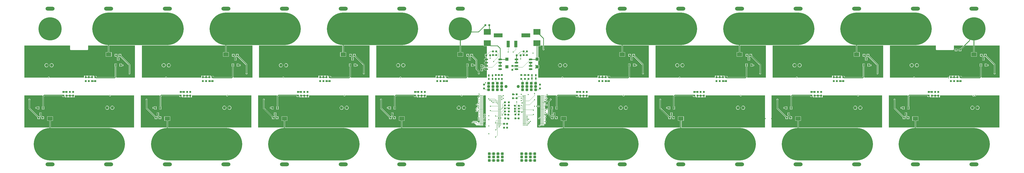
<source format=gtl>
G04*
G04 #@! TF.GenerationSoftware,Altium Limited,Altium Designer,19.0.13 (425)*
G04*
G04 Layer_Physical_Order=1*
G04 Layer_Color=255*
%FSLAX25Y25*%
%MOIN*%
G70*
G01*
G75*
%ADD16R,0.03150X0.02953*%
%ADD17R,0.02953X0.03150*%
%ADD18R,0.07992X0.05984*%
%ADD19R,0.01968X0.03543*%
G04:AMPARAMS|DCode=20|XSize=39.37mil|YSize=39.37mil|CornerRadius=3.94mil|HoleSize=0mil|Usage=FLASHONLY|Rotation=90.000|XOffset=0mil|YOffset=0mil|HoleType=Round|Shape=RoundedRectangle|*
%AMROUNDEDRECTD20*
21,1,0.03937,0.03150,0,0,90.0*
21,1,0.03150,0.03937,0,0,90.0*
1,1,0.00787,0.01575,0.01575*
1,1,0.00787,0.01575,-0.01575*
1,1,0.00787,-0.01575,-0.01575*
1,1,0.00787,-0.01575,0.01575*
%
%ADD20ROUNDEDRECTD20*%
%ADD21R,0.02362X0.03937*%
%ADD22R,0.13504X0.06496*%
%ADD23R,0.05000X0.10000*%
%ADD24O,0.05709X0.02362*%
%ADD25O,0.04921X0.00984*%
%ADD26R,0.10799X0.08500*%
%ADD27R,0.04724X0.04724*%
%ADD45C,0.00400*%
%ADD46C,0.01000*%
%ADD47C,0.01200*%
%ADD48C,0.50000*%
%ADD49C,0.05118*%
%ADD50C,0.35433*%
G04:AMPARAMS|DCode=51|XSize=137.8mil|YSize=59.06mil|CornerRadius=29.53mil|HoleSize=0mil|Usage=FLASHONLY|Rotation=180.000|XOffset=0mil|YOffset=0mil|HoleType=Round|Shape=RoundedRectangle|*
%AMROUNDEDRECTD51*
21,1,0.13780,0.00000,0,0,180.0*
21,1,0.07874,0.05906,0,0,180.0*
1,1,0.05906,-0.03937,0.00000*
1,1,0.05906,0.03937,0.00000*
1,1,0.05906,0.03937,0.00000*
1,1,0.05906,-0.03937,0.00000*
%
%ADD51ROUNDEDRECTD51*%
%ADD52C,0.01772*%
%ADD53C,0.04724*%
G36*
X-578740Y-62992D02*
X-706461D01*
Y-52782D01*
X-703084D01*
Y-45998D01*
X-711876D01*
Y-52782D01*
X-708500D01*
Y-62992D01*
X-746827D01*
Y-13780D01*
X-719206D01*
X-719016Y-14279D01*
X-719151Y-14481D01*
X-719228Y-14872D01*
Y-30604D01*
X-719790D01*
Y-35341D01*
X-716628D01*
Y-30604D01*
X-717189D01*
Y-15294D01*
X-716113Y-14218D01*
X-688884D01*
Y-16148D01*
X-685132D01*
Y-13780D01*
X-684563D01*
Y-16748D01*
X-682587D01*
Y-14173D01*
X-681587D01*
Y-16748D01*
X-679642D01*
Y-16749D01*
X-677665D01*
Y-14174D01*
X-676665D01*
Y-16749D01*
X-674689D01*
Y-16748D01*
X-672744D01*
Y-14173D01*
X-671744D01*
Y-16748D01*
X-669768D01*
Y-13780D01*
X-617061D01*
X-616961Y-14281D01*
X-616677Y-14706D01*
X-616251Y-14991D01*
X-615750Y-15090D01*
X-615248Y-14991D01*
X-614822Y-14706D01*
X-614538Y-14281D01*
X-614438Y-13780D01*
X-578740D01*
Y-62992D01*
D02*
G37*
G36*
X-577559Y13780D02*
X-605991D01*
X-606181Y14279D01*
X-606046Y14481D01*
X-605969Y14872D01*
Y30604D01*
X-605407D01*
Y35341D01*
X-608569D01*
Y30604D01*
X-608008D01*
Y15294D01*
X-609084Y14218D01*
X-636313D01*
Y16148D01*
X-640065D01*
Y13780D01*
X-640634D01*
Y16748D01*
X-642610D01*
Y14173D01*
X-643610D01*
Y16748D01*
X-645555D01*
Y16749D01*
X-647532D01*
Y14174D01*
X-648531D01*
Y16749D01*
X-650508D01*
Y16748D01*
X-652453D01*
Y14173D01*
X-653453D01*
Y16748D01*
X-655429D01*
Y13780D01*
X-708136D01*
X-708236Y14281D01*
X-708520Y14706D01*
X-708946Y14991D01*
X-709447Y15090D01*
X-709949Y14991D01*
X-710374Y14706D01*
X-710659Y14281D01*
X-710758Y13780D01*
X-746827D01*
Y62992D01*
X-676716D01*
Y57087D01*
X-676624Y56626D01*
X-676363Y56235D01*
X-675973Y55974D01*
X-675512Y55882D01*
X-650512D01*
X-650051Y55974D01*
X-649660Y56235D01*
X-649399Y56626D01*
X-649308Y57087D01*
Y62992D01*
X-618736D01*
Y52782D01*
X-622113D01*
Y45998D01*
X-613320D01*
Y52782D01*
X-616697D01*
Y62992D01*
X-577559D01*
Y13780D01*
D02*
G37*
G36*
X-399213Y-62992D02*
X-526933D01*
Y-52782D01*
X-523557D01*
Y-45998D01*
X-532349D01*
Y-52782D01*
X-528972D01*
Y-62992D01*
X-568504D01*
Y-13780D01*
X-539678D01*
X-539488Y-14279D01*
X-539623Y-14481D01*
X-539701Y-14872D01*
Y-30604D01*
X-540262D01*
Y-35341D01*
X-537100D01*
Y-30604D01*
X-537662D01*
Y-15294D01*
X-536586Y-14218D01*
X-509357D01*
Y-16148D01*
X-505604D01*
Y-13780D01*
X-505035D01*
Y-16748D01*
X-503059D01*
Y-14173D01*
X-502059D01*
Y-16748D01*
X-500114D01*
Y-16749D01*
X-498138D01*
Y-14174D01*
X-497138D01*
Y-16749D01*
X-495161D01*
Y-16748D01*
X-493217D01*
Y-14173D01*
X-492216D01*
Y-16748D01*
X-490240D01*
Y-13780D01*
X-437533D01*
X-437433Y-14281D01*
X-437149Y-14706D01*
X-436724Y-14991D01*
X-436222Y-15090D01*
X-435720Y-14991D01*
X-435295Y-14706D01*
X-435011Y-14281D01*
X-434911Y-13780D01*
X-399213D01*
Y-62992D01*
D02*
G37*
G36*
X-397638Y13780D02*
X-426464D01*
X-426654Y14279D01*
X-426519Y14481D01*
X-426441Y14872D01*
Y30604D01*
X-425879D01*
Y35341D01*
X-429042D01*
Y30604D01*
X-428480D01*
Y15294D01*
X-429556Y14218D01*
X-456785D01*
Y16148D01*
X-460538D01*
Y13780D01*
X-461106D01*
Y16748D01*
X-463083D01*
Y14173D01*
X-464083D01*
Y16748D01*
X-466028D01*
Y16749D01*
X-468004D01*
Y14174D01*
X-469004D01*
Y16749D01*
X-470980D01*
Y16748D01*
X-472925D01*
Y14173D01*
X-473925D01*
Y16748D01*
X-475902D01*
Y13780D01*
X-528609D01*
X-528709Y14281D01*
X-528993Y14706D01*
X-529418Y14991D01*
X-529920Y15090D01*
X-530421Y14991D01*
X-530847Y14706D01*
X-531131Y14281D01*
X-531231Y13780D01*
X-566929D01*
Y62992D01*
X-439209D01*
Y52782D01*
X-442585D01*
Y45998D01*
X-433793D01*
Y52782D01*
X-437169D01*
Y62992D01*
X-397638D01*
Y13780D01*
D02*
G37*
G36*
X-219685Y-62992D02*
X-347406D01*
Y-52782D01*
X-344029D01*
Y-45998D01*
X-352821D01*
Y-52782D01*
X-349445D01*
Y-62992D01*
X-388976D01*
Y-13780D01*
X-360151D01*
X-359961Y-14279D01*
X-360096Y-14481D01*
X-360173Y-14872D01*
Y-30604D01*
X-360735D01*
Y-35341D01*
X-357572D01*
Y-30604D01*
X-358134D01*
Y-15294D01*
X-357058Y-14218D01*
X-329829D01*
Y-16148D01*
X-326076D01*
Y-13780D01*
X-325508D01*
Y-16748D01*
X-323532D01*
Y-14173D01*
X-322532D01*
Y-16748D01*
X-320587D01*
Y-16749D01*
X-318610D01*
Y-14174D01*
X-317610D01*
Y-16749D01*
X-315634D01*
Y-16748D01*
X-313689D01*
Y-14173D01*
X-312689D01*
Y-16748D01*
X-310713D01*
Y-13780D01*
X-258005D01*
X-257906Y-14281D01*
X-257621Y-14706D01*
X-257196Y-14991D01*
X-256694Y-15090D01*
X-256193Y-14991D01*
X-255767Y-14706D01*
X-255483Y-14281D01*
X-255383Y-13780D01*
X-219685D01*
Y-62992D01*
D02*
G37*
G36*
X-218110Y13780D02*
X-246936D01*
X-247126Y14279D01*
X-246991Y14481D01*
X-246914Y14872D01*
Y30604D01*
X-246352D01*
Y35341D01*
X-249514D01*
Y30604D01*
X-248953D01*
Y15294D01*
X-250029Y14218D01*
X-277257D01*
Y16148D01*
X-281010D01*
Y13780D01*
X-281579D01*
Y16748D01*
X-283555D01*
Y14173D01*
X-284555D01*
Y16748D01*
X-286500D01*
Y16749D01*
X-288476D01*
Y14174D01*
X-289476D01*
Y16749D01*
X-291453D01*
Y16748D01*
X-293398D01*
Y14173D01*
X-294398D01*
Y16748D01*
X-296374D01*
Y13780D01*
X-349081D01*
X-349181Y14281D01*
X-349465Y14706D01*
X-349891Y14991D01*
X-350392Y15090D01*
X-350894Y14991D01*
X-351319Y14706D01*
X-351604Y14281D01*
X-351703Y13780D01*
X-387402D01*
Y62992D01*
X-259681D01*
Y52782D01*
X-263057D01*
Y45998D01*
X-254265D01*
Y52782D01*
X-257642D01*
Y62992D01*
X-218110D01*
Y13780D01*
D02*
G37*
G36*
X-40157Y-57583D02*
X-40354Y-57744D01*
X-40856Y-57844D01*
X-41281Y-58128D01*
X-41566Y-58553D01*
X-41665Y-59055D01*
X-41566Y-59557D01*
X-41281Y-59982D01*
X-40856Y-60266D01*
X-40354Y-60366D01*
X-40157Y-60528D01*
Y-62992D01*
X-167878D01*
Y-52782D01*
X-164502D01*
Y-45998D01*
X-173294D01*
Y-52782D01*
X-169917D01*
Y-62992D01*
X-209449D01*
Y-13780D01*
X-180623D01*
X-180433Y-14279D01*
X-180568Y-14481D01*
X-180646Y-14872D01*
Y-30604D01*
X-181207D01*
Y-35341D01*
X-178045D01*
Y-30604D01*
X-178606D01*
Y-15294D01*
X-177530Y-14218D01*
X-150302D01*
Y-16148D01*
X-146549D01*
Y-13780D01*
X-145980D01*
Y-16748D01*
X-144004D01*
Y-14173D01*
X-143004D01*
Y-16748D01*
X-141059D01*
Y-16749D01*
X-139083D01*
Y-14174D01*
X-138083D01*
Y-16749D01*
X-136106D01*
Y-16748D01*
X-134161D01*
Y-14173D01*
X-133161D01*
Y-16748D01*
X-131185D01*
Y-13780D01*
X-78478D01*
X-78378Y-14281D01*
X-78094Y-14706D01*
X-77668Y-14991D01*
X-77167Y-15090D01*
X-76665Y-14991D01*
X-76240Y-14706D01*
X-75956Y-14281D01*
X-75856Y-13780D01*
X-50160D01*
X-49729Y-14173D01*
X-49659Y-14521D01*
X-49462Y-14816D01*
X-49650Y-15289D01*
X-49858Y-15492D01*
X-50822D01*
X-51073Y-15324D01*
X-51575Y-15224D01*
X-52077Y-15324D01*
X-52502Y-15608D01*
X-52786Y-16034D01*
X-52886Y-16535D01*
X-52786Y-17037D01*
X-52502Y-17462D01*
X-52224Y-17648D01*
Y-20472D01*
Y-24016D01*
X-52118Y-24272D01*
X-52092Y-24582D01*
X-52264Y-24898D01*
X-52502Y-25057D01*
X-52786Y-25482D01*
X-52886Y-25984D01*
X-52814Y-26345D01*
X-53037Y-26757D01*
X-53136Y-26863D01*
X-53251Y-26873D01*
X-53566Y-26663D01*
X-54068Y-26563D01*
X-54570Y-26663D01*
X-54995Y-26947D01*
X-55279Y-27372D01*
X-55379Y-27874D01*
X-55279Y-28376D01*
X-54995Y-28801D01*
X-54570Y-29085D01*
X-54068Y-29185D01*
X-53566Y-29085D01*
X-53141Y-28801D01*
X-53130Y-28785D01*
X-52973Y-28800D01*
X-52724Y-29327D01*
X-52786Y-29419D01*
X-52886Y-29921D01*
X-52786Y-30423D01*
X-52752Y-30474D01*
X-52945Y-31085D01*
X-53043Y-31126D01*
X-55184Y-33266D01*
X-55264Y-33460D01*
X-55651Y-33719D01*
X-55936Y-34144D01*
X-56035Y-34646D01*
X-55936Y-35147D01*
X-55651Y-35573D01*
X-55226Y-35857D01*
X-54915Y-35919D01*
X-54684Y-36371D01*
X-54677Y-36437D01*
X-54714Y-36486D01*
X-54724Y-36484D01*
X-55226Y-36584D01*
X-55651Y-36868D01*
X-55936Y-37294D01*
X-56035Y-37795D01*
X-55936Y-38297D01*
X-55651Y-38722D01*
X-55226Y-39007D01*
X-54724Y-39106D01*
X-54223Y-39007D01*
X-53797Y-38722D01*
X-53513Y-38297D01*
X-53413Y-37795D01*
X-53416Y-37785D01*
X-53366Y-37748D01*
X-53300Y-37755D01*
X-52848Y-37986D01*
X-52786Y-38297D01*
X-52502Y-38722D01*
X-52077Y-39007D01*
X-51615Y-39098D01*
X-51518Y-39251D01*
X-51388Y-39579D01*
X-51508Y-39698D01*
X-51698Y-40157D01*
Y-43962D01*
Y-47224D01*
X-52108Y-47498D01*
X-52392Y-47923D01*
X-52492Y-48425D01*
X-52392Y-48927D01*
X-52108Y-49352D01*
X-51683Y-49636D01*
X-51181Y-49736D01*
X-50679Y-49636D01*
X-50254Y-49352D01*
X-50160Y-49211D01*
X-49689Y-49406D01*
X-49729Y-49606D01*
X-49659Y-49954D01*
X-49462Y-50249D01*
X-49646Y-50712D01*
X-50246Y-50659D01*
X-50254Y-50648D01*
X-50679Y-50364D01*
X-51181Y-50264D01*
X-51683Y-50364D01*
X-52108Y-50648D01*
X-52392Y-51073D01*
X-52492Y-51575D01*
X-52392Y-52077D01*
X-52108Y-52502D01*
X-51683Y-52786D01*
X-51181Y-52886D01*
X-50679Y-52786D01*
X-50254Y-52502D01*
X-50069Y-52224D01*
X-49453D01*
X-49378Y-52274D01*
Y-52844D01*
X-49462Y-52900D01*
X-49659Y-53195D01*
X-49729Y-53543D01*
X-49659Y-53891D01*
X-49462Y-54186D01*
X-49650Y-54659D01*
X-49858Y-54862D01*
X-51831D01*
X-53609Y-53084D01*
X-54068Y-52894D01*
X-59449D01*
X-59908Y-53084D01*
X-60696Y-53872D01*
X-61023Y-53807D01*
X-61525Y-53907D01*
X-61950Y-54191D01*
X-62235Y-54616D01*
X-62335Y-55118D01*
X-62235Y-55620D01*
X-61950Y-56045D01*
X-61525Y-56329D01*
X-61023Y-56429D01*
X-60522Y-56329D01*
X-60097Y-56045D01*
X-59923Y-55786D01*
X-59903Y-55778D01*
X-59388D01*
X-59368Y-55786D01*
X-59195Y-56045D01*
X-58769Y-56329D01*
X-58268Y-56429D01*
X-57940Y-56364D01*
X-54396Y-59908D01*
X-53937Y-60098D01*
X-49453D01*
X-49167Y-60289D01*
X-48819Y-60358D01*
X-44882D01*
X-44534Y-60289D01*
X-44239Y-60092D01*
X-44041Y-59797D01*
X-43972Y-59449D01*
X-44041Y-59101D01*
X-44239Y-58806D01*
X-44322Y-58750D01*
Y-58179D01*
X-44239Y-58123D01*
X-44041Y-57828D01*
X-43972Y-57480D01*
X-44041Y-57132D01*
X-44239Y-56837D01*
X-44322Y-56781D01*
Y-56211D01*
X-44239Y-56155D01*
X-44041Y-55860D01*
X-43972Y-55512D01*
X-44041Y-55164D01*
X-44239Y-54869D01*
X-44055Y-54406D01*
X-43454Y-54459D01*
X-43447Y-54470D01*
X-43021Y-54755D01*
X-42520Y-54854D01*
X-42018Y-54755D01*
X-41593Y-54470D01*
X-41309Y-54045D01*
X-41209Y-53543D01*
X-41309Y-53042D01*
X-41593Y-52616D01*
X-42018Y-52332D01*
X-42520Y-52232D01*
X-43021Y-52332D01*
X-43447Y-52616D01*
X-43632Y-52894D01*
X-44248D01*
X-44322Y-52844D01*
Y-52274D01*
X-44239Y-52218D01*
X-44041Y-51923D01*
X-43972Y-51575D01*
X-44041Y-51227D01*
X-44239Y-50932D01*
X-44055Y-50469D01*
X-43454Y-50522D01*
X-43447Y-50533D01*
X-43021Y-50818D01*
X-42520Y-50917D01*
X-42018Y-50818D01*
X-41593Y-50533D01*
X-41309Y-50108D01*
X-41209Y-49606D01*
X-41309Y-49105D01*
X-41593Y-48679D01*
X-42018Y-48395D01*
X-42520Y-48295D01*
X-43021Y-48395D01*
X-43447Y-48679D01*
X-43632Y-48957D01*
X-44248D01*
X-44322Y-48907D01*
Y-48337D01*
X-44239Y-48281D01*
X-44041Y-47986D01*
X-43972Y-47638D01*
X-44041Y-47290D01*
X-44239Y-46995D01*
X-44322Y-46939D01*
Y-46369D01*
X-44239Y-46312D01*
X-44041Y-46017D01*
X-43972Y-45669D01*
X-44041Y-45321D01*
X-44239Y-45026D01*
X-44322Y-44970D01*
Y-44400D01*
X-44239Y-44344D01*
X-44041Y-44049D01*
X-43972Y-43701D01*
X-44041Y-43353D01*
X-44239Y-43058D01*
X-44322Y-43002D01*
Y-42432D01*
X-44239Y-42375D01*
X-44041Y-42080D01*
X-43972Y-41732D01*
X-44041Y-41384D01*
X-44239Y-41089D01*
X-44322Y-41033D01*
Y-40463D01*
X-44239Y-40407D01*
X-44041Y-40112D01*
X-43972Y-39764D01*
X-44041Y-39416D01*
X-44239Y-39121D01*
X-44322Y-39065D01*
Y-38495D01*
X-44239Y-38438D01*
X-44041Y-38143D01*
X-43972Y-37795D01*
X-44041Y-37447D01*
X-44239Y-37152D01*
X-44322Y-37096D01*
Y-36526D01*
X-44239Y-36470D01*
X-44041Y-36175D01*
X-43972Y-35827D01*
X-44041Y-35479D01*
X-44239Y-35184D01*
X-44322Y-35128D01*
Y-34557D01*
X-44239Y-34501D01*
X-44041Y-34206D01*
X-43972Y-33858D01*
X-44041Y-33510D01*
X-44239Y-33215D01*
X-44322Y-33159D01*
Y-32589D01*
X-44239Y-32533D01*
X-44041Y-32238D01*
X-43972Y-31890D01*
X-44041Y-31542D01*
X-44239Y-31247D01*
X-44322Y-31191D01*
Y-30620D01*
X-44239Y-30564D01*
X-44041Y-30269D01*
X-43972Y-29921D01*
X-44041Y-29573D01*
X-44239Y-29278D01*
X-44322Y-29222D01*
Y-28652D01*
X-44239Y-28596D01*
X-44041Y-28301D01*
X-43972Y-27953D01*
X-44041Y-27605D01*
X-44239Y-27310D01*
X-44322Y-27254D01*
Y-26683D01*
X-44239Y-26627D01*
X-44041Y-26332D01*
X-43972Y-25984D01*
X-44041Y-25636D01*
X-44239Y-25341D01*
X-44322Y-25285D01*
Y-24715D01*
X-44239Y-24659D01*
X-44041Y-24364D01*
X-43972Y-24016D01*
X-44041Y-23668D01*
X-44239Y-23373D01*
X-44322Y-23317D01*
Y-22746D01*
X-44239Y-22690D01*
X-44041Y-22395D01*
X-43972Y-22047D01*
X-44041Y-21699D01*
X-44239Y-21404D01*
X-44322Y-21348D01*
Y-20778D01*
X-44239Y-20722D01*
X-44041Y-20427D01*
X-43972Y-20079D01*
X-44041Y-19731D01*
X-44239Y-19436D01*
X-44322Y-19380D01*
Y-18809D01*
X-44239Y-18753D01*
X-44041Y-18458D01*
X-43972Y-18110D01*
X-44041Y-17762D01*
X-44239Y-17467D01*
X-44322Y-17411D01*
Y-16841D01*
X-44239Y-16785D01*
X-44041Y-16490D01*
X-43972Y-16142D01*
X-44041Y-15794D01*
X-44239Y-15498D01*
X-44322Y-15442D01*
Y-14872D01*
X-44239Y-14816D01*
X-44041Y-14521D01*
X-43972Y-14173D01*
X-43541Y-13780D01*
X-40157D01*
Y-57583D01*
D02*
G37*
G36*
X-43595Y61846D02*
X-38583D01*
Y49934D01*
X-38609Y49908D01*
X-41542D01*
Y46155D01*
X-40386D01*
Y43364D01*
X-41142D01*
X-41759Y43241D01*
X-42282Y42892D01*
X-42631Y42369D01*
X-42754Y41752D01*
X-42631Y41135D01*
X-42282Y40612D01*
X-41759Y40263D01*
X-41142Y40140D01*
X-40386D01*
Y38364D01*
X-41142D01*
X-41759Y38241D01*
X-42282Y37892D01*
X-42631Y37369D01*
X-42754Y36752D01*
X-42631Y36135D01*
X-42282Y35612D01*
X-41759Y35263D01*
X-41142Y35140D01*
X-38583D01*
Y33364D01*
X-41142D01*
X-41759Y33241D01*
X-42282Y32892D01*
X-42470Y32611D01*
X-44580D01*
Y33668D01*
X-48333D01*
Y29718D01*
X-44580D01*
Y30775D01*
X-42817D01*
X-42705Y30677D01*
X-42711Y30421D01*
X-42771Y30154D01*
X-43176Y29987D01*
X-45400Y27762D01*
X-48333D01*
Y23813D01*
X-44580D01*
Y26745D01*
X-42448Y28878D01*
X-38583D01*
Y28364D01*
X-41142D01*
X-41759Y28241D01*
X-42282Y27892D01*
X-42631Y27369D01*
X-42754Y26752D01*
X-42631Y26135D01*
X-42282Y25612D01*
X-41759Y25263D01*
X-41142Y25140D01*
X-38583D01*
Y13780D01*
X-67409D01*
X-67598Y14279D01*
X-67463Y14481D01*
X-67386Y14872D01*
Y30604D01*
X-66824D01*
Y35341D01*
X-69987D01*
Y30604D01*
X-69425D01*
Y15294D01*
X-70501Y14218D01*
X-97730D01*
Y16148D01*
X-101483D01*
Y13780D01*
X-102051D01*
Y16748D01*
X-104027D01*
Y14173D01*
X-105027D01*
Y16748D01*
X-106973D01*
Y16749D01*
X-108949D01*
Y14174D01*
X-109949D01*
Y16749D01*
X-111925D01*
Y16748D01*
X-113870D01*
Y14173D01*
X-114870D01*
Y16748D01*
X-116847D01*
Y13780D01*
X-169554D01*
X-169653Y14281D01*
X-169938Y14706D01*
X-170363Y14991D01*
X-170865Y15090D01*
X-171366Y14991D01*
X-171792Y14706D01*
X-172076Y14281D01*
X-172176Y13780D01*
X-207874D01*
Y62992D01*
X-80153D01*
Y52782D01*
X-83530D01*
Y45998D01*
X-74738D01*
Y52782D01*
X-78114D01*
Y62992D01*
X-43595D01*
Y61846D01*
D02*
G37*
G36*
X207874Y-62992D02*
X80153D01*
Y-52782D01*
X83530D01*
Y-45998D01*
X74738D01*
Y-52782D01*
X78114D01*
Y-62992D01*
X38583D01*
Y-31335D01*
X38722Y-31242D01*
X39007Y-30817D01*
X39106Y-30315D01*
X39007Y-29813D01*
X38722Y-29388D01*
X38583Y-29295D01*
Y-13780D01*
X43147D01*
X43579Y-14173D01*
X43648Y-14521D01*
X43845Y-14816D01*
X43929Y-14872D01*
Y-15442D01*
X43845Y-15499D01*
X43648Y-15794D01*
X43579Y-16142D01*
X43648Y-16490D01*
X43845Y-16785D01*
X43929Y-16841D01*
Y-17411D01*
X43845Y-17467D01*
X43648Y-17762D01*
X43579Y-18110D01*
X43648Y-18458D01*
X43845Y-18753D01*
X43929Y-18809D01*
Y-19380D01*
X43845Y-19436D01*
X43648Y-19731D01*
X43579Y-20079D01*
X43648Y-20427D01*
X43845Y-20722D01*
X43929Y-20778D01*
Y-21348D01*
X43845Y-21404D01*
X43648Y-21699D01*
X43579Y-22047D01*
X43648Y-22395D01*
X43845Y-22690D01*
X43929Y-22746D01*
Y-23317D01*
X43845Y-23373D01*
X43648Y-23668D01*
X43579Y-24016D01*
X43648Y-24364D01*
X43845Y-24659D01*
X43929Y-24715D01*
Y-25285D01*
X43845Y-25341D01*
X43648Y-25636D01*
X43579Y-25984D01*
X43648Y-26332D01*
X43845Y-26627D01*
X43929Y-26683D01*
Y-27254D01*
X43845Y-27310D01*
X43648Y-27605D01*
X43579Y-27953D01*
X43648Y-28301D01*
X43845Y-28596D01*
X43929Y-28652D01*
Y-29222D01*
X43845Y-29278D01*
X43648Y-29573D01*
X43579Y-29921D01*
X43648Y-30269D01*
X43845Y-30564D01*
X43929Y-30620D01*
Y-31191D01*
X43845Y-31247D01*
X43648Y-31542D01*
X43579Y-31890D01*
X43648Y-32238D01*
X43845Y-32533D01*
X43929Y-32589D01*
Y-33159D01*
X43845Y-33215D01*
X43648Y-33510D01*
X43579Y-33858D01*
X43648Y-34206D01*
X43845Y-34501D01*
X43929Y-34558D01*
Y-35128D01*
X43845Y-35184D01*
X43648Y-35479D01*
X43579Y-35827D01*
X43648Y-36175D01*
X43845Y-36470D01*
X43929Y-36526D01*
Y-37096D01*
X43845Y-37152D01*
X43648Y-37447D01*
X43579Y-37795D01*
X43648Y-38143D01*
X43845Y-38438D01*
X43929Y-38495D01*
Y-39065D01*
X43845Y-39121D01*
X43648Y-39416D01*
X43579Y-39764D01*
X43648Y-40112D01*
X43845Y-40407D01*
X43929Y-40463D01*
Y-41033D01*
X43845Y-41089D01*
X43648Y-41384D01*
X43579Y-41732D01*
X43648Y-42080D01*
X43845Y-42375D01*
X43929Y-42432D01*
Y-43002D01*
X43845Y-43058D01*
X43648Y-43353D01*
X43579Y-43701D01*
X43648Y-44049D01*
X43845Y-44344D01*
X43929Y-44400D01*
Y-44970D01*
X43845Y-45026D01*
X43648Y-45321D01*
X43579Y-45669D01*
X43648Y-46017D01*
X43845Y-46312D01*
X43657Y-46785D01*
X43449Y-46988D01*
X42618D01*
X42159Y-47179D01*
X41764Y-47573D01*
X41437Y-47508D01*
X40935Y-47608D01*
X40510Y-47892D01*
X40226Y-48317D01*
X40126Y-48819D01*
X40226Y-49321D01*
X40510Y-49746D01*
X40935Y-50030D01*
X41437Y-50130D01*
X41939Y-50030D01*
X42364Y-49746D01*
X42648Y-49321D01*
X42748Y-48819D01*
X42729Y-48722D01*
X43102Y-48287D01*
X43854D01*
X43929Y-48337D01*
Y-48907D01*
X43845Y-48963D01*
X43648Y-49258D01*
X43579Y-49606D01*
X43648Y-49954D01*
X43845Y-50249D01*
X43929Y-50305D01*
Y-50876D01*
X43845Y-50932D01*
X43648Y-51227D01*
X43579Y-51575D01*
X43648Y-51923D01*
X43845Y-52218D01*
X43929Y-52274D01*
Y-52844D01*
X43845Y-52900D01*
X43648Y-53195D01*
X43579Y-53543D01*
X43648Y-53891D01*
X43845Y-54186D01*
X43929Y-54242D01*
Y-54813D01*
X43845Y-54869D01*
X43648Y-55164D01*
X43579Y-55512D01*
X43648Y-55860D01*
X43845Y-56155D01*
X43929Y-56211D01*
Y-56781D01*
X43845Y-56837D01*
X43648Y-57132D01*
X43579Y-57480D01*
X43648Y-57828D01*
X43845Y-58123D01*
X43657Y-58596D01*
X43449Y-58799D01*
X43046D01*
X42670Y-58955D01*
X42628Y-58927D01*
X42126Y-58827D01*
X41624Y-58927D01*
X41199Y-59211D01*
X40915Y-59636D01*
X40815Y-60138D01*
X40915Y-60640D01*
X41199Y-61065D01*
X41624Y-61349D01*
X42126Y-61449D01*
X42628Y-61349D01*
X43053Y-61065D01*
X43337Y-60640D01*
X43411Y-60267D01*
X43903Y-60135D01*
X43909Y-60135D01*
X44140Y-60289D01*
X44488Y-60358D01*
X48425D01*
X48773Y-60289D01*
X49068Y-60092D01*
X49266Y-59797D01*
X49335Y-59449D01*
X49266Y-59101D01*
X49068Y-58806D01*
X49257Y-58333D01*
X49464Y-58130D01*
X50787D01*
X51247Y-57939D01*
X51640Y-57546D01*
X51831Y-57087D01*
Y-54590D01*
X52010Y-54470D01*
X52294Y-54045D01*
X52394Y-53543D01*
X52294Y-53042D01*
X52010Y-52616D01*
X51831Y-52497D01*
Y-50098D01*
X51640Y-49639D01*
X51331Y-49330D01*
X51490Y-48789D01*
X51683Y-48751D01*
X52108Y-48466D01*
X52392Y-48041D01*
X52492Y-47539D01*
X52392Y-47038D01*
X52108Y-46612D01*
X51773Y-46388D01*
X51728Y-46143D01*
Y-46081D01*
X51773Y-45836D01*
X52108Y-45612D01*
X52392Y-45187D01*
X52492Y-44685D01*
X52392Y-44183D01*
X52108Y-43758D01*
X51683Y-43474D01*
X51181Y-43374D01*
X50854Y-43439D01*
X50656Y-43242D01*
X50197Y-43051D01*
X49495D01*
X49291Y-42551D01*
X49464Y-42382D01*
X52778D01*
X52786Y-42379D01*
X53041Y-42550D01*
X53543Y-42649D01*
X54045Y-42550D01*
X54470Y-42265D01*
X54969Y-42420D01*
Y-43587D01*
X55046Y-43977D01*
X55267Y-44308D01*
X59712Y-48752D01*
X59935Y-48901D01*
Y-49908D01*
X63884D01*
Y-46620D01*
X63884Y-46328D01*
X64111Y-46191D01*
X64374Y-46131D01*
X65840Y-47597D01*
Y-49908D01*
X69790D01*
Y-46155D01*
X67282D01*
X66367Y-45240D01*
X66246Y-44790D01*
X66246D01*
Y-40053D01*
X63084D01*
Y-44790D01*
X64014D01*
Y-45348D01*
X64081Y-45685D01*
X64089Y-45727D01*
X64090Y-45747D01*
X63768Y-46155D01*
X63456Y-46155D01*
X59999D01*
X57008Y-43164D01*
Y-23568D01*
X59415Y-21160D01*
X59754Y-21093D01*
X60179Y-20809D01*
X60463Y-20384D01*
X60563Y-19882D01*
X60463Y-19380D01*
X60179Y-18955D01*
X59754Y-18671D01*
X59252Y-18571D01*
X58750Y-18671D01*
X58325Y-18955D01*
X58041Y-19380D01*
X57973Y-19719D01*
X55267Y-22425D01*
X55046Y-22756D01*
X54969Y-23146D01*
Y-33726D01*
X54826Y-33828D01*
X54469Y-33947D01*
X54143Y-33730D01*
X53642Y-33630D01*
X53140Y-33730D01*
X52715Y-34014D01*
X52523Y-34301D01*
X50789D01*
X50582Y-33801D01*
X50754Y-33628D01*
X50945Y-33169D01*
Y-28993D01*
X51407Y-28802D01*
X52149Y-29544D01*
X52608Y-29734D01*
X52614Y-29732D01*
X52648Y-29754D01*
X53150Y-29854D01*
X53651Y-29754D01*
X54077Y-29470D01*
X54361Y-29045D01*
X54461Y-28543D01*
X54361Y-28042D01*
X54077Y-27616D01*
X53651Y-27332D01*
X53150Y-27232D01*
X52648Y-27332D01*
X52223Y-27616D01*
X52073Y-27631D01*
X51013Y-26571D01*
X51259Y-26110D01*
X51279Y-26114D01*
X51781Y-26014D01*
X52207Y-25730D01*
X52491Y-25305D01*
X52591Y-24803D01*
X52491Y-24301D01*
X52207Y-23876D01*
X51781Y-23592D01*
X51279Y-23492D01*
X50778Y-23592D01*
X50353Y-23876D01*
X50167Y-24154D01*
X49448D01*
X49335Y-24016D01*
X49266Y-23668D01*
X49068Y-23373D01*
X49257Y-22900D01*
X49464Y-22697D01*
X51971D01*
X52223Y-23073D01*
X52648Y-23357D01*
X53150Y-23457D01*
X53651Y-23357D01*
X54077Y-23073D01*
X54361Y-22647D01*
X54461Y-22146D01*
X54361Y-21644D01*
X54077Y-21219D01*
X53651Y-20934D01*
X53150Y-20835D01*
X52774Y-20909D01*
X52536Y-20705D01*
X52477Y-20635D01*
X52406Y-20512D01*
X52492Y-20079D01*
X52470Y-19967D01*
X52920Y-19667D01*
X53140Y-19814D01*
X53642Y-19913D01*
X54143Y-19814D01*
X54569Y-19529D01*
X54853Y-19104D01*
X54953Y-18602D01*
X54853Y-18101D01*
X54569Y-17675D01*
X54143Y-17391D01*
X53642Y-17291D01*
X53401Y-17339D01*
X53305Y-17224D01*
X53154Y-16879D01*
X53377Y-16545D01*
X53476Y-16043D01*
X53377Y-15542D01*
X53092Y-15116D01*
X52973Y-15036D01*
X52966Y-15025D01*
X52940Y-14415D01*
X53576Y-13780D01*
X53779D01*
X53937Y-13811D01*
X54095Y-13780D01*
X67409D01*
X67598Y-14279D01*
X67463Y-14481D01*
X67386Y-14872D01*
Y-30604D01*
X66824D01*
Y-35341D01*
X69987D01*
Y-30604D01*
X69425D01*
Y-15294D01*
X70501Y-14218D01*
X97730D01*
Y-16148D01*
X101483D01*
Y-13780D01*
X102051D01*
Y-16748D01*
X104028D01*
Y-14173D01*
X105028D01*
Y-16748D01*
X106973D01*
Y-16749D01*
X108949D01*
Y-14174D01*
X109949D01*
Y-16749D01*
X111925D01*
Y-16748D01*
X113870D01*
Y-14173D01*
X114870D01*
Y-16748D01*
X116847D01*
Y-13780D01*
X169554D01*
X169653Y-14281D01*
X169938Y-14706D01*
X170363Y-14991D01*
X170865Y-15090D01*
X171366Y-14991D01*
X171792Y-14706D01*
X172076Y-14281D01*
X172176Y-13780D01*
X207874D01*
Y-62992D01*
D02*
G37*
G36*
X209449Y13780D02*
X180623D01*
X180433Y14279D01*
X180568Y14481D01*
X180646Y14872D01*
Y30604D01*
X181207D01*
Y35341D01*
X178045D01*
Y30604D01*
X178606D01*
Y15294D01*
X177530Y14218D01*
X150302D01*
Y16148D01*
X146549D01*
Y13780D01*
X145980D01*
Y16748D01*
X144004D01*
Y14173D01*
X143004D01*
Y16748D01*
X141059D01*
Y16749D01*
X139083D01*
Y14174D01*
X138083D01*
Y16749D01*
X136106D01*
Y16748D01*
X134161D01*
Y14173D01*
X133161D01*
Y16748D01*
X131185D01*
Y13780D01*
X78478D01*
X78378Y14281D01*
X78094Y14706D01*
X77668Y14991D01*
X77167Y15090D01*
X76665Y14991D01*
X76240Y14706D01*
X75956Y14281D01*
X75856Y13780D01*
X40157D01*
Y27553D01*
X41345D01*
Y33077D01*
X40157D01*
Y39364D01*
X41345D01*
Y44888D01*
X40157D01*
Y61925D01*
X43910D01*
Y62992D01*
X47311D01*
Y58020D01*
X47301Y58014D01*
X47017Y57588D01*
X46917Y57087D01*
X47017Y56585D01*
X47301Y56160D01*
X47727Y55875D01*
X48228Y55776D01*
X48730Y55875D01*
X49155Y56160D01*
X49440Y56585D01*
X49539Y57087D01*
X49440Y57588D01*
X49155Y58014D01*
X49146Y58020D01*
Y62992D01*
X167878D01*
Y52782D01*
X164502D01*
Y45998D01*
X173294D01*
Y52782D01*
X169917D01*
Y62992D01*
X209449D01*
Y13780D01*
D02*
G37*
G36*
X387402Y-62992D02*
X259681D01*
Y-52782D01*
X263057D01*
Y-45998D01*
X254265D01*
Y-52782D01*
X257642D01*
Y-62992D01*
X218110D01*
Y-13780D01*
X246936D01*
X247126Y-14279D01*
X246991Y-14481D01*
X246914Y-14872D01*
Y-30604D01*
X246352D01*
Y-35341D01*
X249514D01*
Y-30604D01*
X248953D01*
Y-15294D01*
X250029Y-14218D01*
X277257D01*
Y-16148D01*
X281010D01*
Y-13780D01*
X281579D01*
Y-16748D01*
X283555D01*
Y-14173D01*
X284555D01*
Y-16748D01*
X286500D01*
Y-16749D01*
X288476D01*
Y-14174D01*
X289476D01*
Y-16749D01*
X291453D01*
Y-16748D01*
X293398D01*
Y-14173D01*
X294398D01*
Y-16748D01*
X296374D01*
Y-13780D01*
X349081D01*
X349181Y-14281D01*
X349465Y-14706D01*
X349891Y-14991D01*
X350392Y-15090D01*
X350894Y-14991D01*
X351319Y-14706D01*
X351604Y-14281D01*
X351703Y-13780D01*
X387402D01*
Y-62992D01*
D02*
G37*
G36*
X388976Y13780D02*
X360151D01*
X359961Y14279D01*
X360096Y14481D01*
X360173Y14872D01*
Y30604D01*
X360735D01*
Y35341D01*
X357572D01*
Y30604D01*
X358134D01*
Y15294D01*
X357058Y14218D01*
X329829D01*
Y16148D01*
X326076D01*
Y13780D01*
X325508D01*
Y16748D01*
X323532D01*
Y14173D01*
X322532D01*
Y16748D01*
X320587D01*
Y16749D01*
X318610D01*
Y14174D01*
X317610D01*
Y16749D01*
X315634D01*
Y16748D01*
X313689D01*
Y14173D01*
X312689D01*
Y16748D01*
X310713D01*
Y13780D01*
X258005D01*
X257906Y14281D01*
X257621Y14706D01*
X257196Y14991D01*
X256694Y15090D01*
X256193Y14991D01*
X255767Y14706D01*
X255483Y14281D01*
X255383Y13780D01*
X219685D01*
Y62992D01*
X347406D01*
Y52782D01*
X344029D01*
Y45998D01*
X352821D01*
Y52782D01*
X349445D01*
Y62992D01*
X388976D01*
Y13780D01*
D02*
G37*
G36*
X566929Y-62992D02*
X439209D01*
Y-52782D01*
X442585D01*
Y-45998D01*
X433793D01*
Y-52782D01*
X437169D01*
Y-62992D01*
X397638D01*
Y-13780D01*
X426464D01*
X426654Y-14279D01*
X426519Y-14481D01*
X426441Y-14872D01*
Y-30604D01*
X425880D01*
Y-35341D01*
X429042D01*
Y-30604D01*
X428480D01*
Y-15294D01*
X429556Y-14218D01*
X456785D01*
Y-16148D01*
X460538D01*
Y-13780D01*
X461106D01*
Y-16748D01*
X463083D01*
Y-14173D01*
X464083D01*
Y-16748D01*
X466028D01*
Y-16749D01*
X468004D01*
Y-14174D01*
X469004D01*
Y-16749D01*
X470980D01*
Y-16748D01*
X472925D01*
Y-14173D01*
X473925D01*
Y-16748D01*
X475902D01*
Y-13780D01*
X528609D01*
X528709Y-14281D01*
X528993Y-14706D01*
X529418Y-14991D01*
X529920Y-15090D01*
X530421Y-14991D01*
X530847Y-14706D01*
X531131Y-14281D01*
X531231Y-13780D01*
X566929D01*
Y-62992D01*
D02*
G37*
G36*
X568504Y13780D02*
X539678D01*
X539488Y14279D01*
X539623Y14481D01*
X539701Y14872D01*
Y30604D01*
X540262D01*
Y35341D01*
X537100D01*
Y30604D01*
X537662D01*
Y15294D01*
X536586Y14218D01*
X509357D01*
Y16148D01*
X505604D01*
Y13780D01*
X505035D01*
Y16748D01*
X503059D01*
Y14173D01*
X502059D01*
Y16748D01*
X500114D01*
Y16749D01*
X498138D01*
Y14174D01*
X497138D01*
Y16749D01*
X495161D01*
Y16748D01*
X493217D01*
Y14173D01*
X492216D01*
Y16748D01*
X490240D01*
Y13780D01*
X437533D01*
X437433Y14281D01*
X437149Y14706D01*
X436724Y14991D01*
X436222Y15090D01*
X435720Y14991D01*
X435295Y14706D01*
X435011Y14281D01*
X434911Y13780D01*
X399213D01*
Y62992D01*
X526933D01*
Y52782D01*
X523557D01*
Y45998D01*
X532349D01*
Y52782D01*
X528972D01*
Y62992D01*
X568504D01*
Y13780D01*
D02*
G37*
G36*
X746457Y-62992D02*
X618736D01*
Y-52782D01*
X622113D01*
Y-45998D01*
X613320D01*
Y-52782D01*
X616697D01*
Y-62992D01*
X577165D01*
Y-13780D01*
X605991D01*
X606181Y-14279D01*
X606046Y-14481D01*
X605969Y-14872D01*
Y-30604D01*
X605407D01*
Y-35341D01*
X608569D01*
Y-30604D01*
X608008D01*
Y-15294D01*
X609084Y-14218D01*
X636313D01*
Y-16148D01*
X640065D01*
Y-13780D01*
X640634D01*
Y-16748D01*
X642610D01*
Y-14173D01*
X643610D01*
Y-16748D01*
X645555D01*
Y-16749D01*
X647532D01*
Y-14174D01*
X648532D01*
Y-16749D01*
X650508D01*
Y-16748D01*
X652453D01*
Y-14173D01*
X653453D01*
Y-16748D01*
X655429D01*
Y-13780D01*
X705066D01*
X705383Y-14166D01*
X705382Y-14173D01*
X705482Y-14675D01*
X705766Y-15100D01*
X706191Y-15384D01*
X706693Y-15484D01*
X707195Y-15384D01*
X707620Y-15100D01*
X707904Y-14675D01*
X708433Y-14577D01*
X708520Y-14706D01*
X708946Y-14991D01*
X709447Y-15090D01*
X709949Y-14991D01*
X710374Y-14706D01*
X710659Y-14281D01*
X710758Y-13780D01*
X746457D01*
Y-62992D01*
D02*
G37*
G36*
X746827Y13780D02*
X719206D01*
X719016Y14279D01*
X719151Y14481D01*
X719228Y14872D01*
Y30604D01*
X719790D01*
Y35341D01*
X716628D01*
Y30604D01*
X717189D01*
Y15294D01*
X716113Y14218D01*
X688884D01*
Y16148D01*
X685132D01*
Y13780D01*
X684563D01*
Y16748D01*
X682587D01*
Y14173D01*
X681587D01*
Y16748D01*
X679642D01*
Y16749D01*
X677665D01*
Y14174D01*
X676665D01*
Y16749D01*
X674689D01*
Y16748D01*
X672744D01*
Y14173D01*
X671744D01*
Y16748D01*
X669768D01*
Y14643D01*
X669762Y14638D01*
X669268Y14422D01*
X669006Y14597D01*
X668504Y14697D01*
X668002Y14597D01*
X667577Y14313D01*
X667293Y13887D01*
X667271Y13780D01*
X617061D01*
X616961Y14281D01*
X616677Y14706D01*
X616251Y14991D01*
X615750Y15090D01*
X615248Y14991D01*
X614822Y14706D01*
X614538Y14281D01*
X614438Y13780D01*
X578740D01*
Y62992D01*
X649308D01*
Y57087D01*
X649399Y56626D01*
X649660Y56235D01*
X650051Y55974D01*
X650512Y55882D01*
X675512D01*
X675973Y55974D01*
X676363Y56235D01*
X676624Y56626D01*
X676716Y57087D01*
Y62992D01*
X690830D01*
X691021Y62530D01*
X686602Y58112D01*
X684049D01*
Y54359D01*
X687998D01*
Y56912D01*
X694078Y62992D01*
X706461D01*
Y52782D01*
X703084D01*
Y45998D01*
X711876D01*
Y52782D01*
X708500D01*
Y62992D01*
X746827D01*
Y13780D01*
D02*
G37*
%LPC*%
G36*
X-724108Y-30604D02*
X-727270D01*
Y-31658D01*
X-727952D01*
X-728238Y-31466D01*
X-728740Y-31366D01*
X-729242Y-31466D01*
X-729667Y-31750D01*
X-729951Y-32175D01*
X-730051Y-32677D01*
X-729951Y-33179D01*
X-729667Y-33604D01*
X-729242Y-33888D01*
X-728740Y-33988D01*
X-728238Y-33888D01*
X-727952Y-33697D01*
X-727270D01*
Y-34400D01*
X-727319Y-34519D01*
X-727270Y-34639D01*
Y-35341D01*
X-724108D01*
Y-30604D01*
D02*
G37*
G36*
X-612205Y-29693D02*
X-612977Y-29794D01*
X-613697Y-30092D01*
X-614315Y-30567D01*
X-614789Y-31185D01*
X-615088Y-31905D01*
X-615189Y-32677D01*
X-615088Y-33450D01*
X-614789Y-34170D01*
X-614315Y-34788D01*
X-613697Y-35262D01*
X-612977Y-35560D01*
X-612205Y-35662D01*
X-611432Y-35560D01*
X-610712Y-35262D01*
X-610094Y-34788D01*
X-609620Y-34170D01*
X-609322Y-33450D01*
X-609220Y-32677D01*
X-609322Y-31905D01*
X-609620Y-31185D01*
X-610094Y-30567D01*
X-610712Y-30092D01*
X-611432Y-29794D01*
X-612205Y-29693D01*
D02*
G37*
G36*
X-620079D02*
X-620851Y-29794D01*
X-621571Y-30092D01*
X-622189Y-30567D01*
X-622663Y-31185D01*
X-622962Y-31905D01*
X-623063Y-32677D01*
X-622962Y-33450D01*
X-622663Y-34170D01*
X-622189Y-34788D01*
X-621571Y-35262D01*
X-620851Y-35560D01*
X-620079Y-35662D01*
X-619306Y-35560D01*
X-618586Y-35262D01*
X-617968Y-34788D01*
X-617494Y-34170D01*
X-617196Y-33450D01*
X-617094Y-32677D01*
X-617196Y-31905D01*
X-617494Y-31185D01*
X-617968Y-30567D01*
X-618586Y-30092D01*
X-619306Y-29794D01*
X-620079Y-29693D01*
D02*
G37*
G36*
X-739173Y-18768D02*
X-739675Y-18868D01*
X-740100Y-19152D01*
X-740384Y-19577D01*
X-740484Y-20079D01*
X-740384Y-20580D01*
X-740193Y-20867D01*
Y-33563D01*
X-740115Y-33953D01*
X-739894Y-34284D01*
X-726680Y-47499D01*
Y-49908D01*
X-722730D01*
Y-46620D01*
X-722730Y-46328D01*
X-722503Y-46191D01*
X-722240Y-46131D01*
X-720774Y-47597D01*
Y-49908D01*
X-716824D01*
Y-46155D01*
X-719332D01*
X-720247Y-45240D01*
X-720368Y-44790D01*
X-720368D01*
Y-40053D01*
X-723530D01*
Y-44790D01*
X-722600D01*
Y-45348D01*
X-722533Y-45685D01*
X-722525Y-45727D01*
X-722525Y-45747D01*
X-722846Y-46155D01*
X-723158Y-46155D01*
X-725139D01*
X-738154Y-33141D01*
Y-20867D01*
X-737962Y-20580D01*
X-737862Y-20079D01*
X-737962Y-19577D01*
X-738246Y-19152D01*
X-738671Y-18868D01*
X-739173Y-18768D01*
D02*
G37*
G36*
X-597927Y35341D02*
X-601089D01*
Y30604D01*
X-597927D01*
Y31658D01*
X-597245D01*
X-596958Y31466D01*
X-596457Y31366D01*
X-595955Y31466D01*
X-595530Y31750D01*
X-595246Y32175D01*
X-595146Y32677D01*
X-595246Y33179D01*
X-595530Y33604D01*
X-595955Y33888D01*
X-596457Y33988D01*
X-596958Y33888D01*
X-597245Y33697D01*
X-597927D01*
Y34400D01*
X-597877Y34519D01*
X-597927Y34639D01*
Y35341D01*
D02*
G37*
G36*
X-705118Y35662D02*
X-705891Y35560D01*
X-706610Y35262D01*
X-707229Y34788D01*
X-707703Y34170D01*
X-708001Y33450D01*
X-708103Y32677D01*
X-708001Y31905D01*
X-707703Y31185D01*
X-707229Y30567D01*
X-706610Y30092D01*
X-705891Y29794D01*
X-705118Y29693D01*
X-704346Y29794D01*
X-703626Y30092D01*
X-703008Y30567D01*
X-702533Y31185D01*
X-702235Y31905D01*
X-702134Y32677D01*
X-702235Y33450D01*
X-702533Y34170D01*
X-703008Y34788D01*
X-703626Y35262D01*
X-704346Y35560D01*
X-705118Y35662D01*
D02*
G37*
G36*
X-712992D02*
X-713765Y35560D01*
X-714484Y35262D01*
X-715102Y34788D01*
X-715577Y34170D01*
X-715875Y33450D01*
X-715977Y32677D01*
X-715875Y31905D01*
X-715577Y31185D01*
X-715102Y30567D01*
X-714484Y30092D01*
X-713765Y29794D01*
X-712992Y29693D01*
X-712220Y29794D01*
X-711500Y30092D01*
X-710882Y30567D01*
X-710407Y31185D01*
X-710109Y31905D01*
X-710007Y32677D01*
X-710109Y33450D01*
X-710407Y34170D01*
X-710882Y34788D01*
X-711500Y35262D01*
X-712220Y35560D01*
X-712992Y35662D01*
D02*
G37*
G36*
X-605023Y50056D02*
X-605380Y49908D01*
X-608372D01*
Y46155D01*
X-605865D01*
X-604950Y45240D01*
X-604829Y44790D01*
X-604829D01*
Y40053D01*
X-601667D01*
Y44790D01*
X-602597D01*
Y45348D01*
X-602664Y45685D01*
X-602672Y45727D01*
X-602672Y45747D01*
X-602351Y46155D01*
X-602039Y46155D01*
X-600058D01*
X-587043Y33141D01*
Y20867D01*
X-587235Y20580D01*
X-587335Y20079D01*
X-587235Y19577D01*
X-586951Y19152D01*
X-586525Y18868D01*
X-586024Y18768D01*
X-585522Y18868D01*
X-585097Y19152D01*
X-584812Y19577D01*
X-584713Y20079D01*
X-584812Y20580D01*
X-585004Y20867D01*
Y33563D01*
X-585082Y33953D01*
X-585303Y34284D01*
X-598517Y47499D01*
Y49908D01*
X-602467D01*
Y46620D01*
X-602467Y46328D01*
X-602694Y46191D01*
X-602957Y46131D01*
X-604423Y47597D01*
Y49189D01*
X-604373Y49308D01*
Y49406D01*
X-604423Y49526D01*
Y49908D01*
X-604666D01*
X-605023Y50056D01*
D02*
G37*
G36*
X-544580Y-30604D02*
X-547743D01*
Y-31658D01*
X-548424D01*
X-548711Y-31466D01*
X-549213Y-31366D01*
X-549714Y-31466D01*
X-550140Y-31750D01*
X-550424Y-32175D01*
X-550524Y-32677D01*
X-550424Y-33179D01*
X-550140Y-33604D01*
X-549714Y-33888D01*
X-549213Y-33988D01*
X-548711Y-33888D01*
X-548424Y-33697D01*
X-547743D01*
Y-34400D01*
X-547792Y-34519D01*
X-547743Y-34639D01*
Y-35341D01*
X-544580D01*
Y-30604D01*
D02*
G37*
G36*
X-432677Y-29693D02*
X-433450Y-29794D01*
X-434169Y-30092D01*
X-434788Y-30567D01*
X-435262Y-31185D01*
X-435560Y-31905D01*
X-435662Y-32677D01*
X-435560Y-33450D01*
X-435262Y-34170D01*
X-434788Y-34788D01*
X-434169Y-35262D01*
X-433450Y-35560D01*
X-432677Y-35662D01*
X-431905Y-35560D01*
X-431185Y-35262D01*
X-430567Y-34788D01*
X-430092Y-34170D01*
X-429794Y-33450D01*
X-429693Y-32677D01*
X-429794Y-31905D01*
X-430092Y-31185D01*
X-430567Y-30567D01*
X-431185Y-30092D01*
X-431905Y-29794D01*
X-432677Y-29693D01*
D02*
G37*
G36*
X-440551D02*
X-441324Y-29794D01*
X-442043Y-30092D01*
X-442662Y-30567D01*
X-443136Y-31185D01*
X-443434Y-31905D01*
X-443536Y-32677D01*
X-443434Y-33450D01*
X-443136Y-34170D01*
X-442662Y-34788D01*
X-442043Y-35262D01*
X-441324Y-35560D01*
X-440551Y-35662D01*
X-439779Y-35560D01*
X-439059Y-35262D01*
X-438441Y-34788D01*
X-437966Y-34170D01*
X-437668Y-33450D01*
X-437567Y-32677D01*
X-437668Y-31905D01*
X-437966Y-31185D01*
X-438441Y-30567D01*
X-439059Y-30092D01*
X-439779Y-29794D01*
X-440551Y-29693D01*
D02*
G37*
G36*
X-559646Y-18768D02*
X-560147Y-18868D01*
X-560573Y-19152D01*
X-560857Y-19577D01*
X-560957Y-20079D01*
X-560857Y-20580D01*
X-560665Y-20867D01*
Y-33563D01*
X-560588Y-33953D01*
X-560367Y-34284D01*
X-547152Y-47499D01*
Y-49908D01*
X-543202D01*
Y-46620D01*
X-543202Y-46328D01*
X-542975Y-46191D01*
X-542712Y-46131D01*
X-541247Y-47597D01*
Y-49908D01*
X-537297D01*
Y-46155D01*
X-539805D01*
X-540720Y-45240D01*
X-540840Y-44790D01*
X-540840D01*
Y-40053D01*
X-544002D01*
Y-44790D01*
X-543073D01*
Y-45348D01*
X-543006Y-45685D01*
X-542998Y-45727D01*
X-542997Y-45747D01*
X-543318Y-46155D01*
X-543631Y-46155D01*
X-545612D01*
X-558626Y-33141D01*
Y-20867D01*
X-558434Y-20580D01*
X-558335Y-20079D01*
X-558434Y-19577D01*
X-558719Y-19152D01*
X-559144Y-18868D01*
X-559646Y-18768D01*
D02*
G37*
G36*
X-418399Y35341D02*
X-421561D01*
Y30604D01*
X-418399D01*
Y31658D01*
X-417718D01*
X-417431Y31466D01*
X-416929Y31366D01*
X-416427Y31466D01*
X-416002Y31750D01*
X-415718Y32175D01*
X-415618Y32677D01*
X-415718Y33179D01*
X-416002Y33604D01*
X-416427Y33888D01*
X-416929Y33988D01*
X-417431Y33888D01*
X-417718Y33697D01*
X-418399D01*
Y34400D01*
X-418350Y34519D01*
X-418399Y34639D01*
Y35341D01*
D02*
G37*
G36*
X-525591Y35662D02*
X-526363Y35560D01*
X-527083Y35262D01*
X-527701Y34788D01*
X-528175Y34170D01*
X-528473Y33450D01*
X-528575Y32677D01*
X-528473Y31905D01*
X-528175Y31185D01*
X-527701Y30567D01*
X-527083Y30092D01*
X-526363Y29794D01*
X-525591Y29693D01*
X-524818Y29794D01*
X-524098Y30092D01*
X-523480Y30567D01*
X-523006Y31185D01*
X-522708Y31905D01*
X-522606Y32677D01*
X-522708Y33450D01*
X-523006Y34170D01*
X-523480Y34788D01*
X-524098Y35262D01*
X-524818Y35560D01*
X-525591Y35662D01*
D02*
G37*
G36*
X-533465D02*
X-534237Y35560D01*
X-534957Y35262D01*
X-535575Y34788D01*
X-536049Y34170D01*
X-536347Y33450D01*
X-536449Y32677D01*
X-536347Y31905D01*
X-536049Y31185D01*
X-535575Y30567D01*
X-534957Y30092D01*
X-534237Y29794D01*
X-533465Y29693D01*
X-532692Y29794D01*
X-531972Y30092D01*
X-531354Y30567D01*
X-530880Y31185D01*
X-530582Y31905D01*
X-530480Y32677D01*
X-530582Y33450D01*
X-530880Y34170D01*
X-531354Y34788D01*
X-531972Y35262D01*
X-532692Y35560D01*
X-533465Y35662D01*
D02*
G37*
G36*
X-425495Y50056D02*
X-425852Y49908D01*
X-428845D01*
Y46155D01*
X-426337D01*
X-425422Y45240D01*
X-425302Y44790D01*
X-425302D01*
Y40053D01*
X-422139D01*
Y44790D01*
X-423069D01*
Y45348D01*
X-423136Y45685D01*
X-423144Y45727D01*
X-423145Y45747D01*
X-422823Y46155D01*
X-422511Y46155D01*
X-420530D01*
X-407516Y33141D01*
Y20867D01*
X-407707Y20580D01*
X-407807Y20079D01*
X-407707Y19577D01*
X-407423Y19152D01*
X-406998Y18868D01*
X-406496Y18768D01*
X-405994Y18868D01*
X-405569Y19152D01*
X-405285Y19577D01*
X-405185Y20079D01*
X-405285Y20580D01*
X-405477Y20867D01*
Y33563D01*
X-405554Y33953D01*
X-405775Y34284D01*
X-418990Y47499D01*
Y49908D01*
X-422939D01*
Y46620D01*
X-422939Y46328D01*
X-423167Y46191D01*
X-423429Y46131D01*
X-424895Y47597D01*
Y49189D01*
X-424846Y49308D01*
Y49406D01*
X-424895Y49526D01*
Y49908D01*
X-425138D01*
X-425495Y50056D01*
D02*
G37*
G36*
X-365053Y-30604D02*
X-368215D01*
Y-31658D01*
X-368897D01*
X-369183Y-31466D01*
X-369685Y-31366D01*
X-370187Y-31466D01*
X-370612Y-31750D01*
X-370896Y-32175D01*
X-370996Y-32677D01*
X-370896Y-33179D01*
X-370612Y-33604D01*
X-370187Y-33888D01*
X-369685Y-33988D01*
X-369183Y-33888D01*
X-368897Y-33697D01*
X-368215D01*
Y-34400D01*
X-368264Y-34519D01*
X-368215Y-34639D01*
Y-35341D01*
X-365053D01*
Y-30604D01*
D02*
G37*
G36*
X-253150Y-29693D02*
X-253922Y-29794D01*
X-254642Y-30092D01*
X-255260Y-30567D01*
X-255734Y-31185D01*
X-256032Y-31905D01*
X-256134Y-32677D01*
X-256032Y-33450D01*
X-255734Y-34170D01*
X-255260Y-34788D01*
X-254642Y-35262D01*
X-253922Y-35560D01*
X-253150Y-35662D01*
X-252377Y-35560D01*
X-251657Y-35262D01*
X-251039Y-34788D01*
X-250565Y-34170D01*
X-250267Y-33450D01*
X-250165Y-32677D01*
X-250267Y-31905D01*
X-250565Y-31185D01*
X-251039Y-30567D01*
X-251657Y-30092D01*
X-252377Y-29794D01*
X-253150Y-29693D01*
D02*
G37*
G36*
X-261024D02*
X-261796Y-29794D01*
X-262516Y-30092D01*
X-263134Y-30567D01*
X-263608Y-31185D01*
X-263907Y-31905D01*
X-264008Y-32677D01*
X-263907Y-33450D01*
X-263608Y-34170D01*
X-263134Y-34788D01*
X-262516Y-35262D01*
X-261796Y-35560D01*
X-261024Y-35662D01*
X-260251Y-35560D01*
X-259531Y-35262D01*
X-258913Y-34788D01*
X-258439Y-34170D01*
X-258141Y-33450D01*
X-258039Y-32677D01*
X-258141Y-31905D01*
X-258439Y-31185D01*
X-258913Y-30567D01*
X-259531Y-30092D01*
X-260251Y-29794D01*
X-261024Y-29693D01*
D02*
G37*
G36*
X-380118Y-18768D02*
X-380620Y-18868D01*
X-381045Y-19152D01*
X-381329Y-19577D01*
X-381429Y-20079D01*
X-381329Y-20580D01*
X-381138Y-20867D01*
Y-33563D01*
X-381060Y-33953D01*
X-380839Y-34284D01*
X-367624Y-47499D01*
Y-49908D01*
X-363675D01*
Y-46620D01*
X-363675Y-46328D01*
X-363448Y-46191D01*
X-363185Y-46131D01*
X-361719Y-47597D01*
Y-49908D01*
X-357769D01*
Y-46155D01*
X-360277D01*
X-361192Y-45240D01*
X-361313Y-44790D01*
X-361313D01*
Y-40053D01*
X-364475D01*
Y-44790D01*
X-363545D01*
Y-45348D01*
X-363478Y-45685D01*
X-363470Y-45727D01*
X-363470Y-45747D01*
X-363791Y-46155D01*
X-364103Y-46155D01*
X-366084D01*
X-379099Y-33141D01*
Y-20867D01*
X-378907Y-20580D01*
X-378807Y-20079D01*
X-378907Y-19577D01*
X-379191Y-19152D01*
X-379616Y-18868D01*
X-380118Y-18768D01*
D02*
G37*
G36*
X-238872Y35341D02*
X-242034D01*
Y30604D01*
X-238872D01*
Y31658D01*
X-238190D01*
X-237903Y31466D01*
X-237402Y31366D01*
X-236900Y31466D01*
X-236475Y31750D01*
X-236190Y32175D01*
X-236091Y32677D01*
X-236190Y33179D01*
X-236475Y33604D01*
X-236900Y33888D01*
X-237402Y33988D01*
X-237903Y33888D01*
X-238190Y33697D01*
X-238872D01*
Y34400D01*
X-238822Y34519D01*
X-238872Y34639D01*
Y35341D01*
D02*
G37*
G36*
X-346063Y35662D02*
X-346835Y35560D01*
X-347555Y35262D01*
X-348173Y34788D01*
X-348648Y34170D01*
X-348946Y33450D01*
X-349048Y32677D01*
X-348946Y31905D01*
X-348648Y31185D01*
X-348173Y30567D01*
X-347555Y30092D01*
X-346835Y29794D01*
X-346063Y29693D01*
X-345290Y29794D01*
X-344571Y30092D01*
X-343953Y30567D01*
X-343478Y31185D01*
X-343180Y31905D01*
X-343078Y32677D01*
X-343180Y33450D01*
X-343478Y34170D01*
X-343953Y34788D01*
X-344571Y35262D01*
X-345290Y35560D01*
X-346063Y35662D01*
D02*
G37*
G36*
X-353937D02*
X-354710Y35560D01*
X-355429Y35262D01*
X-356047Y34788D01*
X-356522Y34170D01*
X-356820Y33450D01*
X-356922Y32677D01*
X-356820Y31905D01*
X-356522Y31185D01*
X-356047Y30567D01*
X-355429Y30092D01*
X-354710Y29794D01*
X-353937Y29693D01*
X-353165Y29794D01*
X-352445Y30092D01*
X-351827Y30567D01*
X-351352Y31185D01*
X-351054Y31905D01*
X-350952Y32677D01*
X-351054Y33450D01*
X-351352Y34170D01*
X-351827Y34788D01*
X-352445Y35262D01*
X-353165Y35560D01*
X-353937Y35662D01*
D02*
G37*
G36*
X-245968Y50056D02*
X-246325Y49908D01*
X-249317D01*
Y46155D01*
X-246810D01*
X-245894Y45240D01*
X-245774Y44790D01*
X-245774D01*
Y40053D01*
X-242612D01*
Y44790D01*
X-243541D01*
Y45348D01*
X-243608Y45685D01*
X-243617Y45727D01*
X-243617Y45747D01*
X-243296Y46155D01*
X-242984Y46155D01*
X-241003D01*
X-227988Y33141D01*
Y20867D01*
X-228180Y20580D01*
X-228279Y20079D01*
X-228180Y19577D01*
X-227895Y19152D01*
X-227470Y18868D01*
X-226969Y18768D01*
X-226467Y18868D01*
X-226042Y19152D01*
X-225757Y19577D01*
X-225658Y20079D01*
X-225757Y20580D01*
X-225949Y20867D01*
Y33563D01*
X-226027Y33953D01*
X-226248Y34284D01*
X-239462Y47499D01*
Y49908D01*
X-243412D01*
Y46620D01*
X-243412Y46328D01*
X-243639Y46191D01*
X-243902Y46131D01*
X-245368Y47597D01*
Y49189D01*
X-245318Y49308D01*
Y49406D01*
X-245368Y49526D01*
Y49908D01*
X-245611D01*
X-245968Y50056D01*
D02*
G37*
G36*
X-185525Y-30604D02*
X-188687D01*
Y-31658D01*
X-189369D01*
X-189656Y-31466D01*
X-190157Y-31366D01*
X-190659Y-31466D01*
X-191085Y-31750D01*
X-191369Y-32175D01*
X-191469Y-32677D01*
X-191369Y-33179D01*
X-191085Y-33604D01*
X-190659Y-33888D01*
X-190157Y-33988D01*
X-189656Y-33888D01*
X-189369Y-33697D01*
X-188687D01*
Y-34400D01*
X-188737Y-34519D01*
X-188687Y-34639D01*
Y-35341D01*
X-185525D01*
Y-30604D01*
D02*
G37*
G36*
X-73622Y-29693D02*
X-74395Y-29794D01*
X-75114Y-30092D01*
X-75732Y-30567D01*
X-76207Y-31185D01*
X-76505Y-31905D01*
X-76607Y-32677D01*
X-76505Y-33450D01*
X-76207Y-34170D01*
X-75732Y-34788D01*
X-75114Y-35262D01*
X-74395Y-35560D01*
X-73622Y-35662D01*
X-72850Y-35560D01*
X-72130Y-35262D01*
X-71512Y-34788D01*
X-71037Y-34170D01*
X-70739Y-33450D01*
X-70638Y-32677D01*
X-70739Y-31905D01*
X-71037Y-31185D01*
X-71512Y-30567D01*
X-72130Y-30092D01*
X-72850Y-29794D01*
X-73622Y-29693D01*
D02*
G37*
G36*
X-81496D02*
X-82269Y-29794D01*
X-82988Y-30092D01*
X-83606Y-30567D01*
X-84081Y-31185D01*
X-84379Y-31905D01*
X-84481Y-32677D01*
X-84379Y-33450D01*
X-84081Y-34170D01*
X-83606Y-34788D01*
X-82988Y-35262D01*
X-82269Y-35560D01*
X-81496Y-35662D01*
X-80724Y-35560D01*
X-80004Y-35262D01*
X-79386Y-34788D01*
X-78911Y-34170D01*
X-78613Y-33450D01*
X-78512Y-32677D01*
X-78613Y-31905D01*
X-78911Y-31185D01*
X-79386Y-30567D01*
X-80004Y-30092D01*
X-80724Y-29794D01*
X-81496Y-29693D01*
D02*
G37*
G36*
X-42028Y-41701D02*
X-42529Y-41801D01*
X-42955Y-42085D01*
X-43239Y-42510D01*
X-43339Y-43012D01*
X-43239Y-43514D01*
X-42955Y-43939D01*
X-42529Y-44223D01*
X-42028Y-44323D01*
X-41526Y-44223D01*
X-41100Y-43939D01*
X-40816Y-43514D01*
X-40717Y-43012D01*
X-40816Y-42510D01*
X-41100Y-42085D01*
X-41526Y-41801D01*
X-42028Y-41701D01*
D02*
G37*
G36*
Y-45047D02*
X-42529Y-45147D01*
X-42955Y-45431D01*
X-43239Y-45857D01*
X-43339Y-46358D01*
X-43239Y-46860D01*
X-42955Y-47285D01*
X-42529Y-47570D01*
X-42028Y-47669D01*
X-41526Y-47570D01*
X-41100Y-47285D01*
X-40816Y-46860D01*
X-40717Y-46358D01*
X-40816Y-45857D01*
X-41100Y-45431D01*
X-41526Y-45147D01*
X-42028Y-45047D01*
D02*
G37*
G36*
X-200591Y-18768D02*
X-201092Y-18868D01*
X-201518Y-19152D01*
X-201802Y-19577D01*
X-201902Y-20079D01*
X-201802Y-20580D01*
X-201610Y-20867D01*
Y-33563D01*
X-201533Y-33953D01*
X-201311Y-34284D01*
X-188097Y-47499D01*
Y-49908D01*
X-184147D01*
Y-46620D01*
X-184147Y-46328D01*
X-183920Y-46191D01*
X-183657Y-46131D01*
X-182191Y-47597D01*
Y-49908D01*
X-178242D01*
Y-46155D01*
X-180749D01*
X-181665Y-45240D01*
X-181785Y-44790D01*
X-181785D01*
Y-40053D01*
X-184947D01*
Y-44790D01*
X-184018D01*
Y-45348D01*
X-183951Y-45685D01*
X-183942Y-45727D01*
X-183942Y-45747D01*
X-184263Y-46155D01*
X-184575Y-46155D01*
X-186556D01*
X-199571Y-33141D01*
Y-20867D01*
X-199379Y-20580D01*
X-199279Y-20079D01*
X-199379Y-19577D01*
X-199663Y-19152D01*
X-200089Y-18868D01*
X-200591Y-18768D01*
D02*
G37*
G36*
X-59344Y35341D02*
X-62506D01*
Y30604D01*
X-59344D01*
Y31658D01*
X-58662D01*
X-58376Y31466D01*
X-57874Y31366D01*
X-57372Y31466D01*
X-56947Y31750D01*
X-56663Y32175D01*
X-56563Y32677D01*
X-56663Y33179D01*
X-56947Y33604D01*
X-57372Y33888D01*
X-57874Y33988D01*
X-58376Y33888D01*
X-58662Y33697D01*
X-59344D01*
Y34400D01*
X-59295Y34519D01*
X-59344Y34639D01*
Y35341D01*
D02*
G37*
G36*
X-166535Y35662D02*
X-167308Y35560D01*
X-168028Y35262D01*
X-168646Y34788D01*
X-169120Y34170D01*
X-169418Y33450D01*
X-169520Y32677D01*
X-169418Y31905D01*
X-169120Y31185D01*
X-168646Y30567D01*
X-168028Y30092D01*
X-167308Y29794D01*
X-166535Y29693D01*
X-165763Y29794D01*
X-165043Y30092D01*
X-164425Y30567D01*
X-163951Y31185D01*
X-163653Y31905D01*
X-163551Y32677D01*
X-163653Y33450D01*
X-163951Y34170D01*
X-164425Y34788D01*
X-165043Y35262D01*
X-165763Y35560D01*
X-166535Y35662D01*
D02*
G37*
G36*
X-174409D02*
X-175182Y35560D01*
X-175902Y35262D01*
X-176520Y34788D01*
X-176994Y34170D01*
X-177292Y33450D01*
X-177394Y32677D01*
X-177292Y31905D01*
X-176994Y31185D01*
X-176520Y30567D01*
X-175902Y30092D01*
X-175182Y29794D01*
X-174409Y29693D01*
X-173637Y29794D01*
X-172917Y30092D01*
X-172299Y30567D01*
X-171825Y31185D01*
X-171527Y31905D01*
X-171425Y32677D01*
X-171527Y33450D01*
X-171825Y34170D01*
X-172299Y34788D01*
X-172917Y35262D01*
X-173637Y35560D01*
X-174409Y35662D01*
D02*
G37*
G36*
X-66440Y50056D02*
X-66797Y49908D01*
X-69790D01*
Y46155D01*
X-67282D01*
X-66367Y45240D01*
X-66246Y44790D01*
X-66246D01*
Y40053D01*
X-63084D01*
Y44790D01*
X-64014D01*
Y45348D01*
X-64081Y45685D01*
X-64089Y45727D01*
X-64090Y45747D01*
X-63768Y46155D01*
X-63456Y46155D01*
X-61475D01*
X-55350Y40030D01*
Y26969D01*
X-55273Y26578D01*
X-55052Y26248D01*
X-51807Y23003D01*
Y20867D01*
X-51999Y20580D01*
X-52098Y20079D01*
X-51999Y19577D01*
X-51714Y19152D01*
X-51289Y18868D01*
X-50787Y18768D01*
X-50286Y18868D01*
X-49860Y19152D01*
X-49576Y19577D01*
X-49476Y20079D01*
X-49576Y20580D01*
X-49768Y20867D01*
Y23425D01*
X-49845Y23815D01*
X-50066Y24146D01*
X-53311Y27391D01*
Y40453D01*
X-53389Y40843D01*
X-53610Y41174D01*
X-59935Y47499D01*
Y49908D01*
X-63884D01*
Y46620D01*
X-63884Y46328D01*
X-64111Y46191D01*
X-64374Y46131D01*
X-65840Y47597D01*
Y49189D01*
X-65791Y49308D01*
Y49406D01*
X-65840Y49526D01*
Y49908D01*
X-66083D01*
X-66440Y50056D01*
D02*
G37*
G36*
X40945Y-29004D02*
X40443Y-29104D01*
X40018Y-29388D01*
X39734Y-29813D01*
X39634Y-30315D01*
X39734Y-30817D01*
X40018Y-31242D01*
X40443Y-31526D01*
X40945Y-31626D01*
X41447Y-31526D01*
X41872Y-31242D01*
X42156Y-30817D01*
X42256Y-30315D01*
X42156Y-29813D01*
X41872Y-29388D01*
X41447Y-29104D01*
X40945Y-29004D01*
D02*
G37*
G36*
X174409Y-29693D02*
X173637Y-29794D01*
X172917Y-30092D01*
X172299Y-30567D01*
X171825Y-31185D01*
X171527Y-31905D01*
X171425Y-32677D01*
X171527Y-33450D01*
X171825Y-34170D01*
X172299Y-34788D01*
X172917Y-35262D01*
X173637Y-35560D01*
X174409Y-35662D01*
X175182Y-35560D01*
X175902Y-35262D01*
X176520Y-34788D01*
X176994Y-34170D01*
X177292Y-33450D01*
X177394Y-32677D01*
X177292Y-31905D01*
X176994Y-31185D01*
X176520Y-30567D01*
X175902Y-30092D01*
X175182Y-29794D01*
X174409Y-29693D01*
D02*
G37*
G36*
X166535D02*
X165763Y-29794D01*
X165043Y-30092D01*
X164425Y-30567D01*
X163951Y-31185D01*
X163653Y-31905D01*
X163551Y-32677D01*
X163653Y-33450D01*
X163951Y-34170D01*
X164425Y-34788D01*
X165043Y-35262D01*
X165763Y-35560D01*
X166535Y-35662D01*
X167308Y-35560D01*
X168028Y-35262D01*
X168646Y-34788D01*
X169120Y-34170D01*
X169418Y-33450D01*
X169520Y-32677D01*
X169418Y-31905D01*
X169120Y-31185D01*
X168646Y-30567D01*
X168028Y-30092D01*
X167308Y-29794D01*
X166535Y-29693D01*
D02*
G37*
G36*
X62506Y-30604D02*
X59344D01*
Y-34400D01*
X59295Y-34519D01*
X59344Y-34639D01*
Y-35341D01*
X60201D01*
Y-42518D01*
X60009Y-42805D01*
X59909Y-43307D01*
X60009Y-43809D01*
X60293Y-44234D01*
X60719Y-44518D01*
X61220Y-44618D01*
X61722Y-44518D01*
X62147Y-44234D01*
X62432Y-43809D01*
X62531Y-43307D01*
X62432Y-42805D01*
X62240Y-42518D01*
Y-35341D01*
X62506D01*
Y-30604D01*
D02*
G37*
G36*
X188687Y35341D02*
X185525D01*
Y30604D01*
X188687D01*
Y31658D01*
X189369D01*
X189656Y31466D01*
X190157Y31366D01*
X190659Y31466D01*
X191085Y31750D01*
X191369Y32175D01*
X191469Y32677D01*
X191369Y33179D01*
X191085Y33604D01*
X190659Y33888D01*
X190157Y33988D01*
X189656Y33888D01*
X189369Y33697D01*
X188687D01*
Y34400D01*
X188737Y34519D01*
X188687Y34639D01*
Y35341D01*
D02*
G37*
G36*
X81496Y35662D02*
X80724Y35560D01*
X80004Y35262D01*
X79386Y34788D01*
X78911Y34170D01*
X78613Y33450D01*
X78512Y32677D01*
X78613Y31905D01*
X78911Y31185D01*
X79386Y30567D01*
X80004Y30092D01*
X80724Y29794D01*
X81496Y29693D01*
X82269Y29794D01*
X82988Y30092D01*
X83606Y30567D01*
X84081Y31185D01*
X84379Y31905D01*
X84481Y32677D01*
X84379Y33450D01*
X84081Y34170D01*
X83606Y34788D01*
X82988Y35262D01*
X82269Y35560D01*
X81496Y35662D01*
D02*
G37*
G36*
X73622D02*
X72850Y35560D01*
X72130Y35262D01*
X71512Y34788D01*
X71037Y34170D01*
X70739Y33450D01*
X70638Y32677D01*
X70739Y31905D01*
X71037Y31185D01*
X71512Y30567D01*
X72130Y30092D01*
X72850Y29794D01*
X73622Y29693D01*
X74395Y29794D01*
X75114Y30092D01*
X75732Y30567D01*
X76207Y31185D01*
X76505Y31905D01*
X76607Y32677D01*
X76505Y33450D01*
X76207Y34170D01*
X75732Y34788D01*
X75114Y35262D01*
X74395Y35560D01*
X73622Y35662D01*
D02*
G37*
G36*
X181591Y50056D02*
X181234Y49908D01*
X178242D01*
Y46155D01*
X180749D01*
X181665Y45240D01*
X181785Y44790D01*
X181785D01*
Y40053D01*
X184947D01*
Y44790D01*
X184018D01*
Y45348D01*
X183951Y45685D01*
X183942Y45727D01*
X183942Y45747D01*
X184263Y46155D01*
X184575Y46155D01*
X186556D01*
X199571Y33141D01*
Y20867D01*
X199379Y20580D01*
X199279Y20079D01*
X199379Y19577D01*
X199663Y19152D01*
X200089Y18868D01*
X200591Y18768D01*
X201092Y18868D01*
X201518Y19152D01*
X201802Y19577D01*
X201902Y20079D01*
X201802Y20580D01*
X201610Y20867D01*
Y33563D01*
X201533Y33953D01*
X201311Y34284D01*
X188097Y47499D01*
Y49908D01*
X184147D01*
Y46620D01*
X184147Y46328D01*
X183920Y46191D01*
X183657Y46131D01*
X182191Y47597D01*
Y49189D01*
X182241Y49308D01*
Y49406D01*
X182191Y49526D01*
Y49908D01*
X181948D01*
X181591Y50056D01*
D02*
G37*
G36*
X242034Y-30604D02*
X238872D01*
Y-31658D01*
X238190D01*
X237903Y-31466D01*
X237402Y-31366D01*
X236900Y-31466D01*
X236475Y-31750D01*
X236190Y-32175D01*
X236091Y-32677D01*
X236190Y-33179D01*
X236475Y-33604D01*
X236900Y-33888D01*
X237402Y-33988D01*
X237903Y-33888D01*
X238190Y-33697D01*
X238872D01*
Y-34400D01*
X238822Y-34519D01*
X238872Y-34639D01*
Y-35341D01*
X242034D01*
Y-30604D01*
D02*
G37*
G36*
X353937Y-29693D02*
X353165Y-29794D01*
X352445Y-30092D01*
X351827Y-30567D01*
X351352Y-31185D01*
X351054Y-31905D01*
X350952Y-32677D01*
X351054Y-33450D01*
X351352Y-34170D01*
X351827Y-34788D01*
X352445Y-35262D01*
X353165Y-35560D01*
X353937Y-35662D01*
X354710Y-35560D01*
X355429Y-35262D01*
X356047Y-34788D01*
X356522Y-34170D01*
X356820Y-33450D01*
X356922Y-32677D01*
X356820Y-31905D01*
X356522Y-31185D01*
X356047Y-30567D01*
X355429Y-30092D01*
X354710Y-29794D01*
X353937Y-29693D01*
D02*
G37*
G36*
X346063D02*
X345290Y-29794D01*
X344571Y-30092D01*
X343953Y-30567D01*
X343478Y-31185D01*
X343180Y-31905D01*
X343078Y-32677D01*
X343180Y-33450D01*
X343478Y-34170D01*
X343953Y-34788D01*
X344571Y-35262D01*
X345290Y-35560D01*
X346063Y-35662D01*
X346835Y-35560D01*
X347555Y-35262D01*
X348173Y-34788D01*
X348648Y-34170D01*
X348946Y-33450D01*
X349048Y-32677D01*
X348946Y-31905D01*
X348648Y-31185D01*
X348173Y-30567D01*
X347555Y-30092D01*
X346835Y-29794D01*
X346063Y-29693D01*
D02*
G37*
G36*
X226969Y-18768D02*
X226467Y-18868D01*
X226042Y-19152D01*
X225757Y-19577D01*
X225658Y-20079D01*
X225757Y-20580D01*
X225949Y-20867D01*
Y-33563D01*
X226027Y-33953D01*
X226248Y-34284D01*
X239462Y-47499D01*
Y-49908D01*
X243412D01*
Y-46620D01*
X243412Y-46328D01*
X243639Y-46191D01*
X243902Y-46131D01*
X245368Y-47597D01*
Y-49908D01*
X249317D01*
Y-46155D01*
X246810D01*
X245894Y-45240D01*
X245774Y-44790D01*
X245774D01*
Y-40053D01*
X242612D01*
Y-44790D01*
X243541D01*
Y-45348D01*
X243608Y-45685D01*
X243617Y-45727D01*
X243617Y-45747D01*
X243296Y-46155D01*
X242984Y-46155D01*
X241003D01*
X227988Y-33141D01*
Y-20867D01*
X228180Y-20580D01*
X228279Y-20079D01*
X228180Y-19577D01*
X227895Y-19152D01*
X227470Y-18868D01*
X226969Y-18768D01*
D02*
G37*
G36*
X368215Y35341D02*
X365053D01*
Y30604D01*
X368215D01*
Y31658D01*
X368897D01*
X369183Y31466D01*
X369685Y31366D01*
X370187Y31466D01*
X370612Y31750D01*
X370896Y32175D01*
X370996Y32677D01*
X370896Y33179D01*
X370612Y33604D01*
X370187Y33888D01*
X369685Y33988D01*
X369183Y33888D01*
X368897Y33697D01*
X368215D01*
Y34400D01*
X368264Y34519D01*
X368215Y34639D01*
Y35341D01*
D02*
G37*
G36*
X261024Y35662D02*
X260251Y35560D01*
X259531Y35262D01*
X258913Y34788D01*
X258439Y34170D01*
X258141Y33450D01*
X258039Y32677D01*
X258141Y31905D01*
X258439Y31185D01*
X258913Y30567D01*
X259531Y30092D01*
X260251Y29794D01*
X261024Y29693D01*
X261796Y29794D01*
X262516Y30092D01*
X263134Y30567D01*
X263608Y31185D01*
X263907Y31905D01*
X264008Y32677D01*
X263907Y33450D01*
X263608Y34170D01*
X263134Y34788D01*
X262516Y35262D01*
X261796Y35560D01*
X261024Y35662D01*
D02*
G37*
G36*
X253150D02*
X252377Y35560D01*
X251657Y35262D01*
X251039Y34788D01*
X250565Y34170D01*
X250267Y33450D01*
X250165Y32677D01*
X250267Y31905D01*
X250565Y31185D01*
X251039Y30567D01*
X251657Y30092D01*
X252377Y29794D01*
X253150Y29693D01*
X253922Y29794D01*
X254642Y30092D01*
X255260Y30567D01*
X255734Y31185D01*
X256032Y31905D01*
X256134Y32677D01*
X256032Y33450D01*
X255734Y34170D01*
X255260Y34788D01*
X254642Y35262D01*
X253922Y35560D01*
X253150Y35662D01*
D02*
G37*
G36*
X361119Y50056D02*
X360762Y49908D01*
X357769D01*
Y46155D01*
X360277D01*
X361192Y45240D01*
X361313Y44790D01*
X361313D01*
Y40053D01*
X364475D01*
Y44790D01*
X363545D01*
Y45348D01*
X363478Y45685D01*
X363470Y45727D01*
X363470Y45747D01*
X363791Y46155D01*
X364103Y46155D01*
X366084D01*
X379099Y33141D01*
Y20867D01*
X378907Y20580D01*
X378807Y20079D01*
X378907Y19577D01*
X379191Y19152D01*
X379616Y18868D01*
X380118Y18768D01*
X380620Y18868D01*
X381045Y19152D01*
X381329Y19577D01*
X381429Y20079D01*
X381329Y20580D01*
X381138Y20867D01*
Y33563D01*
X381060Y33953D01*
X380839Y34284D01*
X367624Y47499D01*
Y49908D01*
X363675D01*
Y46620D01*
X363675Y46328D01*
X363448Y46191D01*
X363185Y46131D01*
X361719Y47597D01*
Y49189D01*
X361768Y49308D01*
Y49406D01*
X361719Y49526D01*
Y49908D01*
X361476D01*
X361119Y50056D01*
D02*
G37*
G36*
X421561Y-30604D02*
X418399D01*
Y-31658D01*
X417718D01*
X417431Y-31466D01*
X416929Y-31366D01*
X416427Y-31466D01*
X416002Y-31750D01*
X415718Y-32175D01*
X415618Y-32677D01*
X415718Y-33179D01*
X416002Y-33604D01*
X416427Y-33888D01*
X416929Y-33988D01*
X417431Y-33888D01*
X417718Y-33697D01*
X418399D01*
Y-34400D01*
X418350Y-34519D01*
X418399Y-34639D01*
Y-35341D01*
X421561D01*
Y-30604D01*
D02*
G37*
G36*
X533465Y-29693D02*
X532692Y-29794D01*
X531972Y-30092D01*
X531354Y-30567D01*
X530880Y-31185D01*
X530582Y-31905D01*
X530480Y-32677D01*
X530582Y-33450D01*
X530880Y-34170D01*
X531354Y-34788D01*
X531972Y-35262D01*
X532692Y-35560D01*
X533465Y-35662D01*
X534237Y-35560D01*
X534957Y-35262D01*
X535575Y-34788D01*
X536049Y-34170D01*
X536347Y-33450D01*
X536449Y-32677D01*
X536347Y-31905D01*
X536049Y-31185D01*
X535575Y-30567D01*
X534957Y-30092D01*
X534237Y-29794D01*
X533465Y-29693D01*
D02*
G37*
G36*
X525591D02*
X524818Y-29794D01*
X524098Y-30092D01*
X523480Y-30567D01*
X523006Y-31185D01*
X522708Y-31905D01*
X522606Y-32677D01*
X522708Y-33450D01*
X523006Y-34170D01*
X523480Y-34788D01*
X524098Y-35262D01*
X524818Y-35560D01*
X525591Y-35662D01*
X526363Y-35560D01*
X527083Y-35262D01*
X527701Y-34788D01*
X528175Y-34170D01*
X528473Y-33450D01*
X528575Y-32677D01*
X528473Y-31905D01*
X528175Y-31185D01*
X527701Y-30567D01*
X527083Y-30092D01*
X526363Y-29794D01*
X525591Y-29693D01*
D02*
G37*
G36*
X425302Y-40053D02*
X422139D01*
Y-44790D01*
X423240D01*
X423368Y-44981D01*
X423698Y-45202D01*
X424088Y-45279D01*
X424184D01*
X424691Y-45787D01*
Y-46838D01*
X424669Y-46949D01*
X424747Y-47339D01*
X424895Y-47561D01*
Y-49908D01*
X428845D01*
Y-46155D01*
X426731D01*
Y-45365D01*
X426653Y-44974D01*
X426432Y-44644D01*
X425327Y-43539D01*
X425302Y-43522D01*
Y-40053D01*
D02*
G37*
G36*
X406496Y-18768D02*
X405994Y-18868D01*
X405569Y-19152D01*
X405285Y-19577D01*
X405185Y-20079D01*
X405285Y-20580D01*
X405477Y-20867D01*
Y-33563D01*
X405554Y-33953D01*
X405775Y-34284D01*
X418990Y-47499D01*
Y-49908D01*
X422939D01*
Y-46155D01*
X420530D01*
X407516Y-33141D01*
Y-20867D01*
X407707Y-20580D01*
X407807Y-20079D01*
X407707Y-19577D01*
X407423Y-19152D01*
X406998Y-18868D01*
X406496Y-18768D01*
D02*
G37*
G36*
X547743Y35341D02*
X544580D01*
Y30604D01*
X547743D01*
Y31658D01*
X548424D01*
X548711Y31466D01*
X549213Y31366D01*
X549714Y31466D01*
X550140Y31750D01*
X550424Y32175D01*
X550524Y32677D01*
X550424Y33179D01*
X550140Y33604D01*
X549714Y33888D01*
X549213Y33988D01*
X548711Y33888D01*
X548424Y33697D01*
X547743D01*
Y34400D01*
X547792Y34519D01*
X547743Y34639D01*
Y35341D01*
D02*
G37*
G36*
X440551Y35662D02*
X439779Y35560D01*
X439059Y35262D01*
X438441Y34788D01*
X437966Y34170D01*
X437668Y33450D01*
X437567Y32677D01*
X437668Y31905D01*
X437966Y31185D01*
X438441Y30567D01*
X439059Y30092D01*
X439779Y29794D01*
X440551Y29693D01*
X441324Y29794D01*
X442043Y30092D01*
X442662Y30567D01*
X443136Y31185D01*
X443434Y31905D01*
X443536Y32677D01*
X443434Y33450D01*
X443136Y34170D01*
X442662Y34788D01*
X442043Y35262D01*
X441324Y35560D01*
X440551Y35662D01*
D02*
G37*
G36*
X432677D02*
X431905Y35560D01*
X431185Y35262D01*
X430567Y34788D01*
X430092Y34170D01*
X429794Y33450D01*
X429693Y32677D01*
X429794Y31905D01*
X430092Y31185D01*
X430567Y30567D01*
X431185Y30092D01*
X431905Y29794D01*
X432677Y29693D01*
X433450Y29794D01*
X434169Y30092D01*
X434788Y30567D01*
X435262Y31185D01*
X435560Y31905D01*
X435662Y32677D01*
X435560Y33450D01*
X435262Y34170D01*
X434788Y34788D01*
X434169Y35262D01*
X433450Y35560D01*
X432677Y35662D01*
D02*
G37*
G36*
X540647Y50056D02*
X540289Y49908D01*
X537297D01*
Y46155D01*
X539805D01*
X540720Y45240D01*
X540840Y44790D01*
X540840D01*
Y40053D01*
X544002D01*
Y44790D01*
X543073D01*
Y45348D01*
X543006Y45685D01*
X542998Y45727D01*
X542997Y45747D01*
X543318Y46155D01*
X543631Y46155D01*
X545612D01*
X558626Y33141D01*
Y20867D01*
X558434Y20580D01*
X558335Y20079D01*
X558434Y19577D01*
X558719Y19152D01*
X559144Y18868D01*
X559646Y18768D01*
X560147Y18868D01*
X560573Y19152D01*
X560857Y19577D01*
X560957Y20079D01*
X560857Y20580D01*
X560665Y20867D01*
Y33563D01*
X560588Y33953D01*
X560367Y34284D01*
X547152Y47499D01*
Y49908D01*
X543202D01*
Y46620D01*
X543202Y46328D01*
X542975Y46191D01*
X542712Y46131D01*
X541247Y47597D01*
Y49189D01*
X541296Y49308D01*
Y49406D01*
X541247Y49526D01*
Y49908D01*
X541003D01*
X540647Y50056D01*
D02*
G37*
G36*
X601089Y-30604D02*
X597927D01*
Y-31658D01*
X597245D01*
X596958Y-31466D01*
X596457Y-31366D01*
X595955Y-31466D01*
X595530Y-31750D01*
X595246Y-32175D01*
X595146Y-32677D01*
X595246Y-33179D01*
X595530Y-33604D01*
X595955Y-33888D01*
X596457Y-33988D01*
X596958Y-33888D01*
X597245Y-33697D01*
X597927D01*
Y-34400D01*
X597877Y-34519D01*
X597927Y-34639D01*
Y-35341D01*
X601089D01*
Y-30604D01*
D02*
G37*
G36*
X712992Y-29693D02*
X712220Y-29794D01*
X711500Y-30092D01*
X710882Y-30567D01*
X710407Y-31185D01*
X710109Y-31905D01*
X710007Y-32677D01*
X710109Y-33450D01*
X710407Y-34170D01*
X710882Y-34788D01*
X711500Y-35262D01*
X712220Y-35560D01*
X712992Y-35662D01*
X713765Y-35560D01*
X714484Y-35262D01*
X715102Y-34788D01*
X715577Y-34170D01*
X715875Y-33450D01*
X715977Y-32677D01*
X715875Y-31905D01*
X715577Y-31185D01*
X715102Y-30567D01*
X714484Y-30092D01*
X713765Y-29794D01*
X712992Y-29693D01*
D02*
G37*
G36*
X705118D02*
X704346Y-29794D01*
X703626Y-30092D01*
X703008Y-30567D01*
X702533Y-31185D01*
X702235Y-31905D01*
X702134Y-32677D01*
X702235Y-33450D01*
X702533Y-34170D01*
X703008Y-34788D01*
X703626Y-35262D01*
X704346Y-35560D01*
X705118Y-35662D01*
X705891Y-35560D01*
X706610Y-35262D01*
X707229Y-34788D01*
X707703Y-34170D01*
X708001Y-33450D01*
X708103Y-32677D01*
X708001Y-31905D01*
X707703Y-31185D01*
X707229Y-30567D01*
X706610Y-30092D01*
X705891Y-29794D01*
X705118Y-29693D01*
D02*
G37*
G36*
X586024Y-18768D02*
X585522Y-18868D01*
X585097Y-19152D01*
X584812Y-19577D01*
X584713Y-20079D01*
X584812Y-20580D01*
X585004Y-20867D01*
Y-33563D01*
X585082Y-33953D01*
X585303Y-34284D01*
X598517Y-47499D01*
Y-49908D01*
X602467D01*
Y-46620D01*
X602467Y-46328D01*
X602694Y-46191D01*
X602957Y-46131D01*
X604423Y-47597D01*
Y-49908D01*
X608372D01*
Y-46155D01*
X605865D01*
X604950Y-45240D01*
X604829Y-44790D01*
X604829D01*
Y-40053D01*
X601667D01*
Y-44790D01*
X602597D01*
Y-45348D01*
X602664Y-45685D01*
X602672Y-45727D01*
X602672Y-45747D01*
X602351Y-46155D01*
X602039Y-46155D01*
X600058D01*
X587043Y-33141D01*
Y-20867D01*
X587235Y-20580D01*
X587335Y-20079D01*
X587235Y-19577D01*
X586951Y-19152D01*
X586525Y-18868D01*
X586024Y-18768D01*
D02*
G37*
G36*
X682093Y58112D02*
X678143D01*
Y54359D01*
X682093D01*
Y58112D01*
D02*
G37*
G36*
X727270Y35341D02*
X724108D01*
Y30604D01*
X727270D01*
Y31658D01*
X727952D01*
X728238Y31466D01*
X728740Y31366D01*
X729242Y31466D01*
X729667Y31750D01*
X729951Y32175D01*
X730051Y32677D01*
X729951Y33179D01*
X729667Y33604D01*
X729242Y33888D01*
X728740Y33988D01*
X728238Y33888D01*
X727952Y33697D01*
X727270D01*
Y34400D01*
X727319Y34519D01*
X727270Y34639D01*
Y35341D01*
D02*
G37*
G36*
X620079Y35662D02*
X619306Y35560D01*
X618586Y35262D01*
X617968Y34788D01*
X617494Y34170D01*
X617196Y33450D01*
X617094Y32677D01*
X617196Y31905D01*
X617494Y31185D01*
X617968Y30567D01*
X618586Y30092D01*
X619306Y29794D01*
X620079Y29693D01*
X620851Y29794D01*
X621571Y30092D01*
X622189Y30567D01*
X622663Y31185D01*
X622962Y31905D01*
X623063Y32677D01*
X622962Y33450D01*
X622663Y34170D01*
X622189Y34788D01*
X621571Y35262D01*
X620851Y35560D01*
X620079Y35662D01*
D02*
G37*
G36*
X612205D02*
X611432Y35560D01*
X610712Y35262D01*
X610094Y34788D01*
X609620Y34170D01*
X609322Y33450D01*
X609220Y32677D01*
X609322Y31905D01*
X609620Y31185D01*
X610094Y30567D01*
X610712Y30092D01*
X611432Y29794D01*
X612205Y29693D01*
X612977Y29794D01*
X613697Y30092D01*
X614315Y30567D01*
X614789Y31185D01*
X615088Y31905D01*
X615189Y32677D01*
X615088Y33450D01*
X614789Y34170D01*
X614315Y34788D01*
X613697Y35262D01*
X612977Y35560D01*
X612205Y35662D01*
D02*
G37*
G36*
X720174Y50056D02*
X719817Y49908D01*
X716824D01*
Y46155D01*
X719332D01*
X720247Y45240D01*
X720368Y44790D01*
X720368D01*
Y40053D01*
X723530D01*
Y44790D01*
X722600D01*
Y45348D01*
X722533Y45685D01*
X722525Y45727D01*
X722525Y45747D01*
X722846Y46155D01*
X723158Y46155D01*
X725139D01*
X738154Y33141D01*
Y20867D01*
X737962Y20580D01*
X737862Y20079D01*
X737962Y19577D01*
X738246Y19152D01*
X738671Y18868D01*
X739173Y18768D01*
X739675Y18868D01*
X740100Y19152D01*
X740384Y19577D01*
X740484Y20079D01*
X740384Y20580D01*
X740193Y20867D01*
Y33563D01*
X740115Y33953D01*
X739894Y34284D01*
X726680Y47499D01*
Y49908D01*
X722730D01*
Y46620D01*
X722730Y46328D01*
X722503Y46191D01*
X722240Y46131D01*
X720774Y47597D01*
Y49189D01*
X720823Y49308D01*
Y49406D01*
X720774Y49526D01*
Y49908D01*
X720531D01*
X720174Y50056D01*
D02*
G37*
%LPD*%
D16*
X680118Y56235D02*
D03*
X686024D02*
D03*
X-34843Y94488D02*
D03*
X-40748D02*
D03*
X-4921Y-24364D02*
D03*
X-10827D02*
D03*
X67815Y-48031D02*
D03*
X61910D02*
D03*
X606398D02*
D03*
X600492D02*
D03*
X247342D02*
D03*
X241437D02*
D03*
X426870D02*
D03*
X420965D02*
D03*
X539272Y48031D02*
D03*
X545177D02*
D03*
X359744D02*
D03*
X365650D02*
D03*
X180217D02*
D03*
X186122D02*
D03*
X718799D02*
D03*
X724705D02*
D03*
X-247342D02*
D03*
X-241437D02*
D03*
X-426870D02*
D03*
X-420965D02*
D03*
X-67815D02*
D03*
X-61910D02*
D03*
X-180217Y-48031D02*
D03*
X-186122D02*
D03*
X-359744D02*
D03*
X-365650D02*
D03*
X-539272D02*
D03*
X-545177D02*
D03*
X-606398Y48031D02*
D03*
X-600492D02*
D03*
X-718799Y-48031D02*
D03*
X-724705D02*
D03*
X4528Y-38189D02*
D03*
X10433D02*
D03*
X-4921Y-29134D02*
D03*
X-10827D02*
D03*
X13189Y48031D02*
D03*
X7283D02*
D03*
X-33661D02*
D03*
X-39567D02*
D03*
X4528Y-29528D02*
D03*
X10433D02*
D03*
X-4921Y-38189D02*
D03*
X-10827D02*
D03*
X4528Y-33858D02*
D03*
X10433D02*
D03*
X-4921Y-33740D02*
D03*
X-10827D02*
D03*
D17*
X42913Y-2953D02*
D03*
Y2953D02*
D03*
X17717Y48227D02*
D03*
Y54133D02*
D03*
X22741D02*
D03*
Y48227D02*
D03*
X-42913Y-2953D02*
D03*
Y2953D02*
D03*
X-29134Y48227D02*
D03*
Y54133D02*
D03*
X-24298Y54134D02*
D03*
Y48228D02*
D03*
X14173Y11614D02*
D03*
Y17520D02*
D03*
X25197D02*
D03*
Y11614D02*
D03*
X19685Y17520D02*
D03*
Y11614D02*
D03*
X-7480Y-63189D02*
D03*
Y-57284D02*
D03*
X114370Y-14173D02*
D03*
Y-8268D02*
D03*
X99606Y-14173D02*
D03*
Y-8268D02*
D03*
X109449Y-8268D02*
D03*
Y-14174D02*
D03*
X104528Y-14173D02*
D03*
Y-8268D02*
D03*
X652953Y-14173D02*
D03*
Y-8268D02*
D03*
X638189Y-14173D02*
D03*
Y-8268D02*
D03*
X648032Y-8268D02*
D03*
Y-14174D02*
D03*
X643110Y-14173D02*
D03*
Y-8268D02*
D03*
X293898Y-14173D02*
D03*
Y-8268D02*
D03*
X279134Y-14173D02*
D03*
Y-8268D02*
D03*
X288976Y-8268D02*
D03*
Y-14174D02*
D03*
X284055Y-14173D02*
D03*
Y-8268D02*
D03*
X473425Y-14173D02*
D03*
Y-8268D02*
D03*
X458661Y-14173D02*
D03*
Y-8268D02*
D03*
X468504Y-8268D02*
D03*
Y-14174D02*
D03*
X463583Y-14173D02*
D03*
Y-8268D02*
D03*
X492717Y14173D02*
D03*
Y8268D02*
D03*
X507480Y14173D02*
D03*
Y8268D02*
D03*
X497638Y8268D02*
D03*
Y14174D02*
D03*
X502559Y14173D02*
D03*
Y8268D02*
D03*
X313189Y14173D02*
D03*
Y8268D02*
D03*
X327953Y14173D02*
D03*
Y8268D02*
D03*
X318110Y8268D02*
D03*
Y14174D02*
D03*
X323031Y14173D02*
D03*
Y8268D02*
D03*
X133661Y14173D02*
D03*
Y8268D02*
D03*
X148425Y14173D02*
D03*
Y8268D02*
D03*
X138583Y8268D02*
D03*
Y14174D02*
D03*
X143504Y14173D02*
D03*
Y8268D02*
D03*
X672244Y14173D02*
D03*
Y8268D02*
D03*
X687008Y14173D02*
D03*
Y8268D02*
D03*
X677165Y8268D02*
D03*
Y14174D02*
D03*
X682087Y14173D02*
D03*
Y8268D02*
D03*
X-293898Y14173D02*
D03*
Y8268D02*
D03*
X-279134Y14173D02*
D03*
Y8268D02*
D03*
X-288976Y8268D02*
D03*
Y14174D02*
D03*
X-284055Y14173D02*
D03*
Y8268D02*
D03*
X-473425Y14173D02*
D03*
Y8268D02*
D03*
X-458661Y14173D02*
D03*
Y8268D02*
D03*
X-468504Y8268D02*
D03*
Y14174D02*
D03*
X-463583Y14173D02*
D03*
Y8268D02*
D03*
X-114370Y14173D02*
D03*
Y8268D02*
D03*
X-99606Y14173D02*
D03*
Y8268D02*
D03*
X-109449Y8268D02*
D03*
Y14174D02*
D03*
X-104528Y14173D02*
D03*
Y8268D02*
D03*
X-133661Y-14173D02*
D03*
Y-8268D02*
D03*
X-148425Y-14173D02*
D03*
Y-8268D02*
D03*
X-138583Y-8268D02*
D03*
Y-14174D02*
D03*
X-143504Y-14173D02*
D03*
Y-8268D02*
D03*
X-313189Y-14173D02*
D03*
Y-8268D02*
D03*
X-327953Y-14173D02*
D03*
Y-8268D02*
D03*
X-318110Y-8268D02*
D03*
Y-14174D02*
D03*
X-323031Y-14173D02*
D03*
Y-8268D02*
D03*
X-492717Y-14173D02*
D03*
Y-8268D02*
D03*
X-507480Y-14173D02*
D03*
Y-8268D02*
D03*
X-497638Y-8268D02*
D03*
Y-14174D02*
D03*
X-502559Y-14173D02*
D03*
Y-8268D02*
D03*
X394Y31693D02*
D03*
Y25787D02*
D03*
X-46457Y31693D02*
D03*
Y25787D02*
D03*
X-643110Y8268D02*
D03*
Y14173D02*
D03*
X-682087Y-8268D02*
D03*
Y-14173D02*
D03*
X-24803Y17520D02*
D03*
Y11614D02*
D03*
X-648032Y14174D02*
D03*
Y8268D02*
D03*
X-677165Y-14174D02*
D03*
Y-8268D02*
D03*
X1654Y-17953D02*
D03*
Y-12047D02*
D03*
X-15354Y17520D02*
D03*
Y11614D02*
D03*
X5118Y-43110D02*
D03*
Y-49016D02*
D03*
X-5512Y-49213D02*
D03*
Y-43307D02*
D03*
X-638189Y14173D02*
D03*
Y8268D02*
D03*
X-687008Y-14173D02*
D03*
Y-8268D02*
D03*
X10236Y-49016D02*
D03*
Y-43110D02*
D03*
X-10630D02*
D03*
Y-49016D02*
D03*
X-652953Y8268D02*
D03*
Y14173D02*
D03*
X-672244Y-8268D02*
D03*
Y-14173D02*
D03*
X7126Y-11969D02*
D03*
Y-17874D02*
D03*
X-12205Y-63189D02*
D03*
Y-57284D02*
D03*
X-20079Y11614D02*
D03*
Y17520D02*
D03*
D18*
X707480Y37421D02*
D03*
Y49390D02*
D03*
X617717Y-37421D02*
D03*
Y-49390D02*
D03*
X527953Y37421D02*
D03*
Y49390D02*
D03*
X438189Y-37421D02*
D03*
Y-49390D02*
D03*
X348425Y37421D02*
D03*
Y49390D02*
D03*
X258661Y-37421D02*
D03*
Y-49390D02*
D03*
X168898Y37421D02*
D03*
Y49390D02*
D03*
X79134Y-37421D02*
D03*
Y-49390D02*
D03*
X-79134Y37421D02*
D03*
Y49390D02*
D03*
X-168898Y-37421D02*
D03*
Y-49390D02*
D03*
X-258661Y37421D02*
D03*
Y49390D02*
D03*
X-348425Y-37421D02*
D03*
Y-49390D02*
D03*
X-438189Y37421D02*
D03*
Y49390D02*
D03*
X-527953Y-37421D02*
D03*
Y-49390D02*
D03*
X-617717Y37421D02*
D03*
Y49390D02*
D03*
X-707480Y-37421D02*
D03*
Y-49390D02*
D03*
D19*
X36417Y17323D02*
D03*
X30512D02*
D03*
X30512Y12205D02*
D03*
X36417D02*
D03*
X-29724Y16929D02*
D03*
X-35630D02*
D03*
X-35630Y11811D02*
D03*
X-29724D02*
D03*
D20*
X36220Y0D02*
D03*
Y-5118D02*
D03*
Y5118D02*
D03*
X16142D02*
D03*
Y-5118D02*
D03*
Y0D02*
D03*
X-22441Y5118D02*
D03*
Y-5118D02*
D03*
Y0D02*
D03*
X22835Y5118D02*
D03*
Y-5118D02*
D03*
Y0D02*
D03*
X-15748Y5118D02*
D03*
Y-5118D02*
D03*
Y0D02*
D03*
X29528Y5118D02*
D03*
Y-5118D02*
D03*
Y0D02*
D03*
X-29134Y5118D02*
D03*
Y-5118D02*
D03*
Y0D02*
D03*
X-35827Y5118D02*
D03*
Y-5118D02*
D03*
Y0D02*
D03*
X14764Y-103347D02*
D03*
Y-113583D02*
D03*
Y-108465D02*
D03*
X-14764Y-103347D02*
D03*
Y-113583D02*
D03*
Y-108465D02*
D03*
X21457Y-103347D02*
D03*
Y-113583D02*
D03*
Y-108465D02*
D03*
X-21457Y-103347D02*
D03*
Y-113583D02*
D03*
Y-108465D02*
D03*
X28150Y-103347D02*
D03*
Y-113583D02*
D03*
Y-108465D02*
D03*
X-28150Y-103347D02*
D03*
Y-113583D02*
D03*
Y-108465D02*
D03*
X34843Y-103347D02*
D03*
Y-113583D02*
D03*
Y-108465D02*
D03*
X-34843Y-103347D02*
D03*
Y-113583D02*
D03*
Y-108465D02*
D03*
D21*
X718209Y32972D02*
D03*
X725689D02*
D03*
X721949Y42421D02*
D03*
X606988Y-32972D02*
D03*
X599508D02*
D03*
X603248Y-42421D02*
D03*
X538681Y32972D02*
D03*
X546161D02*
D03*
X542421Y42421D02*
D03*
X427461Y-32972D02*
D03*
X419980D02*
D03*
X423721Y-42421D02*
D03*
X359154Y32972D02*
D03*
X366634D02*
D03*
X362894Y42421D02*
D03*
X247933Y-32972D02*
D03*
X240453D02*
D03*
X244193Y-42421D02*
D03*
X179626Y32972D02*
D03*
X187106D02*
D03*
X183366Y42421D02*
D03*
X68405Y-32972D02*
D03*
X60925D02*
D03*
X64665Y-42421D02*
D03*
X-68405Y32972D02*
D03*
X-60925D02*
D03*
X-64665Y42421D02*
D03*
X-179626Y-32972D02*
D03*
X-187106D02*
D03*
X-183366Y-42421D02*
D03*
X-247933Y32972D02*
D03*
X-240453D02*
D03*
X-244193Y42421D02*
D03*
X-359154Y-32972D02*
D03*
X-366634D02*
D03*
X-362894Y-42421D02*
D03*
X-427461Y32972D02*
D03*
X-419980D02*
D03*
X-423721Y42421D02*
D03*
X-538681Y-32972D02*
D03*
X-546161D02*
D03*
X-542421Y-42421D02*
D03*
X-606988Y32972D02*
D03*
X-599508D02*
D03*
X-603248Y42421D02*
D03*
X-718209Y-32972D02*
D03*
X-725689D02*
D03*
X-721949Y-42421D02*
D03*
D22*
X-21220Y78740D02*
D03*
X21220D02*
D03*
D23*
X5906Y65236D02*
D03*
X-5906D02*
D03*
D24*
X28445Y26752D02*
D03*
Y31752D02*
D03*
Y36752D02*
D03*
Y41752D02*
D03*
X6988Y26752D02*
D03*
Y31752D02*
D03*
Y36752D02*
D03*
Y41752D02*
D03*
X-18012Y26752D02*
D03*
Y31752D02*
D03*
Y36752D02*
D03*
Y41752D02*
D03*
X-39469Y26752D02*
D03*
Y31752D02*
D03*
Y36752D02*
D03*
Y41752D02*
D03*
D25*
X46457Y-59449D02*
D03*
Y-57480D02*
D03*
Y-55512D02*
D03*
Y-53543D02*
D03*
Y-51575D02*
D03*
Y-49606D02*
D03*
Y-47638D02*
D03*
Y-45669D02*
D03*
Y-43701D02*
D03*
Y-41732D02*
D03*
Y-39764D02*
D03*
Y-37795D02*
D03*
Y-35827D02*
D03*
Y-33858D02*
D03*
Y-31890D02*
D03*
Y-29921D02*
D03*
Y-27953D02*
D03*
Y-25984D02*
D03*
Y-24016D02*
D03*
Y-22047D02*
D03*
Y-20079D02*
D03*
Y-18110D02*
D03*
Y-16142D02*
D03*
Y-14173D02*
D03*
X18898Y-59449D02*
D03*
Y-57480D02*
D03*
Y-55512D02*
D03*
Y-53543D02*
D03*
Y-51575D02*
D03*
Y-49606D02*
D03*
Y-47638D02*
D03*
Y-45669D02*
D03*
Y-43701D02*
D03*
Y-41732D02*
D03*
Y-39764D02*
D03*
Y-37795D02*
D03*
Y-35827D02*
D03*
Y-33858D02*
D03*
Y-31890D02*
D03*
Y-29921D02*
D03*
Y-27953D02*
D03*
Y-25984D02*
D03*
Y-24016D02*
D03*
Y-22047D02*
D03*
Y-20079D02*
D03*
Y-18110D02*
D03*
Y-16142D02*
D03*
Y-14173D02*
D03*
X-46850Y-14173D02*
D03*
Y-16142D02*
D03*
Y-18110D02*
D03*
Y-20079D02*
D03*
Y-22047D02*
D03*
Y-24016D02*
D03*
Y-25984D02*
D03*
Y-27953D02*
D03*
Y-29921D02*
D03*
Y-31890D02*
D03*
Y-33858D02*
D03*
Y-35827D02*
D03*
Y-37795D02*
D03*
Y-39764D02*
D03*
Y-41732D02*
D03*
Y-43701D02*
D03*
Y-45669D02*
D03*
Y-47638D02*
D03*
Y-49606D02*
D03*
Y-51575D02*
D03*
Y-53543D02*
D03*
Y-55512D02*
D03*
Y-57480D02*
D03*
Y-59449D02*
D03*
X-19291Y-14173D02*
D03*
Y-16142D02*
D03*
Y-18110D02*
D03*
Y-20079D02*
D03*
Y-22047D02*
D03*
Y-24016D02*
D03*
Y-25984D02*
D03*
Y-27953D02*
D03*
Y-29921D02*
D03*
Y-31890D02*
D03*
Y-33858D02*
D03*
Y-35827D02*
D03*
Y-37795D02*
D03*
Y-39764D02*
D03*
Y-41732D02*
D03*
Y-43701D02*
D03*
Y-45669D02*
D03*
Y-47638D02*
D03*
Y-49606D02*
D03*
Y-51575D02*
D03*
Y-53543D02*
D03*
Y-55512D02*
D03*
Y-57480D02*
D03*
Y-59449D02*
D03*
D26*
X38110Y66575D02*
D03*
Y83976D02*
D03*
X-37795Y66496D02*
D03*
Y83898D02*
D03*
D27*
X38583Y30315D02*
D03*
Y42126D02*
D03*
X-7874Y30315D02*
D03*
Y42126D02*
D03*
D45*
X14564Y49406D02*
X16338Y51180D01*
X14564Y49308D02*
Y49406D01*
X13287Y48031D02*
X14564Y49308D01*
X13189Y48031D02*
X13287D01*
X16338Y51180D02*
X19789D01*
X21366Y52758D01*
X21465D01*
X22741Y54034D01*
Y54133D01*
X17717Y48227D02*
X22741D01*
X8658Y49406D02*
X13385Y54133D01*
X8658Y49308D02*
Y49406D01*
X7382Y48031D02*
X8658Y49308D01*
X7283Y48031D02*
X7382D01*
X13385Y54133D02*
X17717D01*
X-28150Y38386D02*
Y39130D01*
X-21148Y46131D01*
Y50984D01*
X-22923Y52759D02*
X-21148Y50984D01*
X-23021Y52759D02*
X-22923D01*
X-24298Y54035D02*
X-23021Y52759D01*
X-24298Y54035D02*
Y54134D01*
X-24299Y48227D02*
X-24298Y48228D01*
X-29134Y48227D02*
X-24299D01*
X-38192Y49406D02*
X-33466Y54133D01*
X-38192Y49308D02*
Y49406D01*
X-39469Y48031D02*
X-38192Y49308D01*
X-39567Y48031D02*
X-39469D01*
X-33466Y54133D02*
X-29134D01*
X36220Y-5118D02*
X40748D01*
X41539Y-4328D01*
X41637D01*
X42913Y-3051D01*
Y-2953D01*
X-40354Y4880D02*
Y5906D01*
X-42282Y2953D02*
X-40354Y4880D01*
X-40116Y-5118D02*
X-35827D01*
X-40907Y-4328D02*
X-40116Y-5118D01*
X-41005Y-4328D02*
X-40907D01*
X-42282Y-3051D02*
X-41005Y-4328D01*
X-42282Y-3051D02*
Y-2953D01*
X1969Y53149D02*
X5906Y57086D01*
Y65236D01*
X-5996Y59870D02*
X-5921Y59796D01*
Y53149D02*
Y59796D01*
X13189Y42421D02*
Y48031D01*
X-33661Y43561D02*
X-33465Y43364D01*
X-33661Y43561D02*
Y48031D01*
X50197Y-43701D02*
X51181Y-44685D01*
X49311Y-45669D02*
X51181Y-47539D01*
Y-57087D02*
Y-53445D01*
X46457Y-39764D02*
X51181D01*
X53172Y-41339D02*
X53543D01*
X50197Y-37795D02*
X51181Y-36811D01*
X50333Y-34950D02*
X53632D01*
X49456Y-35827D02*
X50333Y-34950D01*
X50295Y-33169D02*
Y-29823D01*
X49606Y-33858D02*
X50295Y-33169D01*
X46457Y-33858D02*
X49606D01*
X50295Y-26772D02*
X52608Y-29085D01*
X-10630Y-49016D02*
Y-48957D01*
X-51048Y-48425D02*
Y-43962D01*
X23228Y-48701D02*
Y-48125D01*
X25384Y-50325D02*
X25512Y-50197D01*
X22874Y-45669D02*
X23110Y-45906D01*
X18898Y-43701D02*
X32087D01*
X22741Y-47638D02*
X23228Y-48125D01*
X32087Y-43701D02*
X32677Y-43110D01*
X10433Y-42913D02*
Y-38189D01*
X15157Y-25197D02*
X16262Y-24093D01*
X18821D01*
X18898Y-24016D01*
X15157Y-25197D02*
X16503D01*
X16817Y-25511D01*
Y-25714D02*
Y-25511D01*
Y-25714D02*
X17087Y-25984D01*
X18898D01*
X9735Y-15265D02*
X18021D01*
X14272Y-12008D02*
X16325Y-14061D01*
X-19291Y-43701D02*
X-14567D01*
X-19291Y-43701D02*
X-19291Y-43701D01*
X14173Y-28937D02*
X15157Y-29921D01*
X18898D01*
X52778Y-41732D02*
X53172Y-41339D01*
X46457Y-41732D02*
X52778D01*
X52067Y-16142D02*
X52165Y-16043D01*
X46457Y-16142D02*
X52067D01*
X53150Y-18110D02*
X53642Y-18602D01*
X51181Y-20079D02*
X51181Y-20079D01*
X46457Y-20079D02*
X51181D01*
X-20079Y17520D02*
X-15354D01*
X-24803D02*
X-20079D01*
X-15748Y5118D02*
X-15354Y5512D01*
Y11614D01*
X-24803Y7480D02*
X-22441Y5118D01*
X-24803Y7480D02*
Y11614D01*
X16325Y-14061D02*
X18786D01*
X18898Y-14173D01*
X68405Y-32874D02*
X68405Y-32874D01*
X68405Y-32874D02*
X68405Y-32874D01*
X68405Y-32972D02*
Y-32874D01*
X46457Y-14173D02*
X52264D01*
X53937Y-12500D01*
X46457Y-18110D02*
X53150D01*
X148425Y14075D02*
Y14173D01*
X53051Y-22047D02*
X53150Y-22146D01*
X46457Y-22047D02*
X53051D01*
X47244Y-24803D02*
X51279D01*
X46457Y-24016D02*
X47244Y-24803D01*
X52608Y-29085D02*
X53150Y-28543D01*
X49508Y-25984D02*
X50295Y-26772D01*
Y-29823D02*
Y-26772D01*
X46457Y-25984D02*
X49508D01*
X50197Y-29921D02*
X50295Y-29823D01*
X46457Y-29921D02*
X50197D01*
X53632Y-34950D02*
X53642Y-34941D01*
X46457Y-35827D02*
X49456D01*
X458661Y-14173D02*
Y-14075D01*
X46457Y-37795D02*
X50197D01*
X497638Y8268D02*
X497638Y8268D01*
X46457Y-43701D02*
X50197D01*
X638189Y-14173D02*
Y-14075D01*
X46457Y-45669D02*
X49311D01*
X42618Y-47638D02*
X46457D01*
X41437Y-48819D02*
X42618Y-47638D01*
X687008Y14075D02*
Y14173D01*
X51181Y-53445D02*
Y-50098D01*
X51083Y-53543D02*
X51181Y-53445D01*
X46457Y-53543D02*
X51083D01*
X46457Y-49606D02*
X50689D01*
X51181Y-50098D01*
X50787Y-57480D02*
X51181Y-57087D01*
X46457Y-57480D02*
X50787D01*
X-50394Y-11786D02*
X-48785Y-13395D01*
Y-13903D02*
Y-13395D01*
Y-13903D02*
X-48515Y-14173D01*
X-46850D01*
X42126Y-60138D02*
X42357D01*
X43046Y-59449D01*
X46457D01*
X-22441Y-75000D02*
Y-55807D01*
X-23524Y-65354D02*
Y-55020D01*
X-19685Y-62008D02*
X-19291Y-61614D01*
X-61023Y-55118D02*
X-59449Y-53543D01*
X-58268Y-55118D02*
X-53937Y-59449D01*
X-55118Y-55118D02*
X-52756Y-57480D01*
X-51575Y-33071D02*
X-50787Y-33858D01*
X-52584Y-31585D02*
X-48460D01*
X-54724Y-33726D02*
X-52584Y-31585D01*
X-51575Y-29921D02*
X-46850D01*
X-51575Y-37795D02*
X-46850D01*
X-54724Y-34646D02*
Y-33726D01*
X-25197Y-77756D02*
X-22441Y-75000D01*
Y-55807D02*
X-22146Y-55512D01*
X-19291D01*
X-23524Y-55020D02*
X-22047Y-53543D01*
X-25000Y-66831D02*
X-23524Y-65354D01*
X-22047Y-53543D02*
X-19291D01*
X-25098Y-56102D02*
Y-53445D01*
X-23228Y-51575D01*
X-19291D01*
Y-18110D02*
X-13081D01*
X-15487Y-20079D02*
X-15354Y-19946D01*
X-25197Y-45276D02*
X-24826D01*
X-24432Y-45669D01*
X-19291D01*
Y-61614D02*
Y-59449D01*
X14173Y-18110D02*
X14173Y-18110D01*
X18898D01*
X14173Y-21654D02*
X15748Y-20079D01*
X18898D01*
X34449Y-13780D02*
Y-10827D01*
X26181Y-22047D02*
X34449Y-13780D01*
X18898Y-22047D02*
X26181D01*
X26969Y-27953D02*
X34449Y-20472D01*
X18898Y-27953D02*
X26969D01*
X8501Y-16499D02*
X9735Y-15265D01*
X8402Y-16499D02*
X8501D01*
X18021Y-15265D02*
X18898Y-16142D01*
X-109449Y8268D02*
X-109448D01*
X-51575Y-25984D02*
X-46850D01*
X-54068Y-27874D02*
X-46929D01*
X-46850Y-27953D01*
X-50787Y-33858D02*
X-46850D01*
X-48155Y-31890D02*
X-46850D01*
X-48460Y-31585D02*
X-48155Y-31890D01*
X-288976Y8268D02*
X-288976Y8268D01*
X-288976Y8268D02*
Y8268D01*
X-54724Y-37795D02*
X-52756Y-35827D01*
X-46850D01*
X-318110Y-8268D02*
Y-8268D01*
X-51575Y-20472D02*
Y-16535D01*
X-51181Y-16142D01*
X-46850D01*
X-51575Y-24016D02*
Y-20472D01*
X-51181Y-20079D01*
X-46850D01*
X-51575Y-24016D02*
X-51575Y-24016D01*
X-46850D01*
X-51048Y-43962D02*
Y-40157D01*
X-50655Y-39764D01*
X-46850D01*
X-51048Y-43962D02*
X-50787Y-43701D01*
X-46850D01*
Y-49606D02*
X-46850Y-49606D01*
X-42520D01*
X-458661Y14075D02*
Y14173D01*
X-51048Y-48425D02*
X-50261Y-47638D01*
X-46850D01*
X-46850Y-53543D02*
X-42520D01*
X-46850Y-53543D02*
X-46850Y-53543D01*
X-51181Y-51575D02*
X-51181Y-51575D01*
X-46850D01*
X-54068Y-53543D02*
X-52100Y-55512D01*
X-59449Y-53543D02*
X-54068D01*
X-52100Y-55512D02*
X-46850D01*
X-52756Y-57480D02*
X-46850D01*
X-53937Y-59449D02*
X-46850D01*
X18937Y-51535D02*
X19212Y-51811D01*
X4134Y29528D02*
X16220D01*
X26898Y40205D01*
Y40846D01*
X27804Y41752D01*
X28445D01*
X1768Y27162D02*
X4134Y29528D01*
X1670Y27162D02*
X1768D01*
X394Y25886D02*
X1670Y27162D01*
X394Y25787D02*
Y25886D01*
X-42717Y29528D02*
X-30236D01*
X-19559Y40205D01*
Y40846D01*
X-18652Y41752D01*
X-18012D01*
X-45082Y27162D02*
X-42717Y29528D01*
X-45180Y27162D02*
X-45082D01*
X-46457Y25886D02*
X-45180Y27162D01*
X-46457Y25787D02*
Y25886D01*
X5917Y59870D02*
Y65225D01*
X5906Y65236D02*
X5917Y65225D01*
X-5996Y59870D02*
Y65146D01*
X-5906Y65236D01*
X16142Y5433D02*
Y9646D01*
Y5118D02*
Y5433D01*
X19685Y17520D02*
X25197D01*
X14173D02*
X19685D01*
X15548Y10239D02*
X16142Y9646D01*
X15450Y10239D02*
X15548D01*
X14173Y11516D02*
X15450Y10239D01*
X14173Y11516D02*
Y11614D01*
X22835Y5118D02*
Y9252D01*
X23822Y10239D01*
X23921D01*
X25197Y11516D01*
Y11614D01*
X36220Y5118D02*
X36417Y5315D01*
Y12205D01*
X30512Y6102D02*
Y17323D01*
X29528Y5118D02*
X30512Y6102D01*
X7047Y-17953D02*
X7126Y-17874D01*
X1654Y-17953D02*
X7047D01*
X7126Y-17776D02*
X8402Y-16499D01*
X7126Y-17874D02*
Y-17776D01*
X21692Y-50325D02*
X25384D01*
X20973Y-49606D02*
X21692Y-50325D01*
X18898Y-49606D02*
X20973D01*
X18898Y-47638D02*
X22741D01*
X19212Y-51811D02*
X23386D01*
X18898Y-51575D02*
X18937Y-51535D01*
X18898Y-45669D02*
X22874D01*
X-19291Y-14173D02*
X-13081D01*
X-19291Y-14173D02*
X-19291Y-14173D01*
X28150Y-113583D02*
X34843D01*
X21457D02*
X28150D01*
X14764D02*
X21457D01*
X28150Y-103347D02*
X34843D01*
X21457D02*
X28150D01*
X14764D02*
X21457D01*
X-21457Y-113583D02*
X-14764D01*
X-28150D02*
X-21457D01*
X-34843D02*
X-28150D01*
X-21457Y-103347D02*
X-14764D01*
X-28150D02*
X-21457D01*
X-34843D02*
X-28150D01*
X18898Y-59449D02*
X23110D01*
X24882Y-57480D02*
X24882Y-57480D01*
X18898Y-57480D02*
X24882D01*
X26614Y-55512D02*
X26654Y-55551D01*
X18898Y-55512D02*
X26614D01*
X18898Y-53543D02*
X28307D01*
X-33039Y-36906D02*
X-32151Y-37795D01*
X-33071Y-36906D02*
X-33039D01*
X-15354Y-16142D02*
X-15354Y-16142D01*
X-19291Y-16142D02*
X-15354D01*
X-15354Y-20079D02*
Y-19946D01*
X-19291Y-20079D02*
X-15487D01*
X-19180Y-39652D02*
X-16739D01*
X-19291Y-39764D02*
X-19180Y-39652D01*
X-7087Y-48819D02*
X-6693Y-49213D01*
X-5512D01*
X6493Y-41735D02*
X7087Y-41142D01*
X6395Y-41735D02*
X6493D01*
X5118Y-43012D02*
X6395Y-41735D01*
X5118Y-43110D02*
Y-43012D01*
X7087Y-41142D02*
Y-23622D01*
X5118Y-49016D02*
X10236D01*
X-5709Y-43110D02*
X-5512Y-43307D01*
X-10630Y-43110D02*
X-5709D01*
X12795Y-31890D02*
X18898D01*
X11808Y-30902D02*
X12795Y-31890D01*
X11808Y-30902D02*
Y-30804D01*
X10531Y-29528D02*
X11808Y-30804D01*
X10433Y-29528D02*
X10531D01*
X16796Y-37795D02*
X18898D01*
X16403Y-38189D02*
X16796Y-37795D01*
X10433Y-38189D02*
X16403D01*
X10433Y-33858D02*
X18898D01*
X14961Y-39764D02*
X18898D01*
X32306Y-36220D02*
X32677D01*
X31912Y-35827D02*
X32306Y-36220D01*
X18898Y-35827D02*
X31912D01*
X-19291Y-57480D02*
X-7677D01*
X-7480Y-57677D01*
X-15748Y5118D02*
X-15748D01*
X-29134Y-24803D02*
X-24298D01*
X-21148Y-27953D01*
X-24803Y-22835D02*
X-21765Y-25872D01*
X-31496Y-22835D02*
X-24803D01*
X-25591Y-20866D02*
X-22441Y-24016D01*
X-33858Y-20866D02*
X-25591D01*
X-26378Y-18898D02*
X-23228Y-22047D01*
X-35827Y-18898D02*
X-26378D01*
X-21148Y-27953D02*
X-19291D01*
X-21765Y-25872D02*
X-19403D01*
X-19291Y-25984D01*
X-19239Y-33806D02*
X-16630D01*
X-32306Y-29921D02*
X-19291D01*
X-23228Y-22047D02*
X-19291D01*
X-16630Y-33806D02*
X-14444Y-31619D01*
X-32151Y-37795D02*
X-19291D01*
X-22441Y-24016D02*
X-19291D01*
X-14444Y-27042D02*
X-11024Y-23622D01*
X-33071Y-30315D02*
X-32700D01*
X-19291Y-33858D02*
X-19239Y-33806D01*
X-32700Y-30315D02*
X-32306Y-29921D01*
X-14444Y-31619D02*
Y-27042D01*
X-29134Y0D02*
X-29134D01*
X-12202Y-30410D02*
X-10925Y-29134D01*
X-12202Y-30509D02*
Y-30410D01*
X-17211Y-35557D02*
Y-35518D01*
X-19291Y-35827D02*
X-17481D01*
X-17211Y-35518D02*
X-12202Y-30509D01*
X-17481Y-35827D02*
X-17211Y-35557D01*
X-19291Y-41732D02*
X-14370D01*
X-12202Y-39564D01*
Y-39465D01*
X-10925Y-38189D01*
X-10827D01*
X-16739Y-39652D02*
X-12202Y-35115D01*
Y-35017D01*
X-10925Y-33740D01*
X-10827D01*
X-10925Y-29134D02*
X-10827D01*
X599508Y-33538D02*
Y-32972D01*
X598527Y-34519D02*
X599508Y-33538D01*
X603248Y-42987D02*
Y-42421D01*
X419980Y-33538D02*
Y-32972D01*
X418999Y-34519D02*
X419980Y-33538D01*
X423721Y-42987D02*
Y-42421D01*
X240453Y-33538D02*
Y-32972D01*
X239472Y-34519D02*
X240453Y-33538D01*
X244193Y-42987D02*
Y-42421D01*
X59944Y-34519D02*
X60925Y-33538D01*
Y-32972D01*
X64665Y-42987D02*
Y-42421D01*
X-60925Y33538D02*
X-59944Y34519D01*
X-60925Y32972D02*
Y33538D01*
X-64665Y42421D02*
Y42987D01*
X-240453Y33538D02*
X-239472Y34519D01*
X-240453Y32972D02*
Y33538D01*
X-244193Y42421D02*
Y42987D01*
X-419980Y33538D02*
X-418999Y34519D01*
X-419980Y32972D02*
Y33538D01*
X-423721Y42421D02*
Y42987D01*
X701575Y-82677D02*
X707480Y-88583D01*
X725689Y33538D02*
X726670Y34519D01*
X725689Y32972D02*
Y33538D01*
X721949Y42421D02*
Y42987D01*
X522047Y-82677D02*
X527953Y-88583D01*
X546161Y33538D02*
X547143Y34519D01*
X546161Y32972D02*
Y33538D01*
X542421Y42421D02*
Y42987D01*
X342520Y-82677D02*
X348425Y-88583D01*
X366634Y33538D02*
X367615Y34519D01*
X366634Y32972D02*
Y33538D01*
X362894Y42421D02*
Y42987D01*
X187106Y32972D02*
Y33538D01*
X188087Y34519D01*
X183366Y42421D02*
Y42987D01*
X162992Y-82677D02*
X168898Y-88583D01*
X-187106Y-33538D02*
Y-32972D01*
X-188087Y-34519D02*
X-187106Y-33538D01*
X-183366Y-42987D02*
Y-42421D01*
X-168898Y88583D02*
X-162992Y82677D01*
X-366634Y-33538D02*
Y-32972D01*
X-367615Y-34519D02*
X-366634Y-33538D01*
X-362894Y-42987D02*
Y-42421D01*
X-348425Y88583D02*
X-342520Y82677D01*
X-546161Y-33538D02*
Y-32972D01*
X-547143Y-34519D02*
X-546161Y-33538D01*
X-542421Y-42987D02*
Y-42421D01*
X-527953Y88583D02*
X-522047Y82677D01*
X-599508Y32972D02*
Y33538D01*
X-598527Y34519D01*
X-603248Y42421D02*
Y42987D01*
X-721949Y-42987D02*
Y-42421D01*
X-726670Y-34519D02*
X-725689Y-33538D01*
Y-32972D01*
X540647Y49308D02*
Y49406D01*
X361119Y49308D02*
Y49406D01*
X181591Y49308D02*
Y49406D01*
X720174Y49308D02*
Y49406D01*
X-245968Y49308D02*
Y49406D01*
X-425495Y49308D02*
Y49406D01*
X-66440Y49308D02*
Y49406D01*
X-605023Y49308D02*
Y49406D01*
X-707480Y88583D02*
X-701575Y82677D01*
D46*
X700892Y81994D02*
X707480Y88583D01*
X700892Y71103D02*
Y81994D01*
X687098Y57310D02*
X700892Y71103D01*
X687098Y57212D02*
Y57310D01*
X686122Y56235D02*
X687098Y57212D01*
X686024Y56235D02*
X686122D01*
X-37795Y83898D02*
X-34843Y86850D01*
Y94488D01*
X-51339Y83898D02*
X-40748Y94488D01*
X-18012Y41752D02*
Y58513D01*
X-22245Y62746D02*
X-18012Y58513D01*
X-32910Y62746D02*
X-22245D01*
X4528Y-38189D02*
Y-33858D01*
X38110Y42598D02*
X38583Y42126D01*
X38110Y42598D02*
Y66575D01*
X-36660Y66496D02*
X-32910Y62746D01*
X-37795Y66496D02*
X-36660D01*
X48228Y57087D02*
Y73858D01*
X38110Y83976D02*
X48228Y73858D01*
X-79134Y88583D02*
X-74449Y83898D01*
X-51339D01*
X28445Y31752D02*
Y36752D01*
X6929Y31693D02*
X6988Y31752D01*
X394Y31693D02*
X6929D01*
X-39567Y48031D02*
X-39469Y47933D01*
Y41752D02*
Y47933D01*
X6988Y41752D02*
Y47736D01*
Y36752D02*
Y41752D01*
Y47736D02*
X7283Y48031D01*
X38209Y41752D02*
X38583Y42126D01*
X28445Y41752D02*
X38209D01*
X-8248D02*
X-7874Y42126D01*
X-18012Y41752D02*
X-8248D01*
X-18012Y31752D02*
Y36752D01*
X-39469D02*
Y41752D01*
X-39528Y31693D02*
X-39469Y31752D01*
X-46457Y31693D02*
X-39528D01*
X652952Y-14174D02*
X652953Y-14173D01*
X648032Y-14174D02*
X652952D01*
X643110Y-14173D02*
X648031D01*
X648032Y-14174D01*
X473425D02*
X473425Y-14173D01*
X468504Y-14174D02*
X473425D01*
X463583Y-14173D02*
X468503D01*
X468504Y-14174D01*
X293897D02*
X293898Y-14173D01*
X288976Y-14174D02*
X293897D01*
X284055Y-14173D02*
X288976D01*
X288976Y-14174D01*
X109448Y-14173D02*
X109449Y-14174D01*
X114369D01*
X114370Y-14173D01*
X104528D02*
X109448D01*
X-109449Y14174D02*
X-109448Y14173D01*
X-114369Y14174D02*
X-109449D01*
X-114370Y14173D02*
X-114369Y14174D01*
X-109448Y14173D02*
X-104528D01*
X-288976Y14174D02*
X-288976Y14173D01*
X-293897Y14174D02*
X-288976D01*
X-293898Y14173D02*
X-293897Y14174D01*
X-288976Y14173D02*
X-284055D01*
X-468504Y14174D02*
X-468503Y14173D01*
X-473425Y14174D02*
X-468504D01*
X-473425Y14173D02*
X-473425Y14174D01*
X-468503Y14173D02*
X-463583D01*
X677165Y14174D02*
X677166Y14173D01*
X672245Y14174D02*
X677165D01*
X672244Y14173D02*
X672245Y14174D01*
X677166Y14173D02*
X682087D01*
X497638Y14174D02*
X497638Y14173D01*
X492717Y14174D02*
X497638D01*
X492717Y14173D02*
X492717Y14174D01*
X497638Y14173D02*
X502559D01*
X318110Y14174D02*
X318111Y14173D01*
X313190Y14174D02*
X318110D01*
X313189Y14173D02*
X313190Y14174D01*
X318111Y14173D02*
X323031D01*
X133661D02*
X133662Y14174D01*
X138583D01*
X138583Y14173D02*
X143504D01*
X138583Y14174D02*
X138583Y14173D01*
X-133662Y-14174D02*
X-133661Y-14173D01*
X-138583Y-14174D02*
X-133662D01*
X-143504Y-14173D02*
X-138583D01*
X-138583Y-14174D01*
X-313190D02*
X-313189Y-14173D01*
X-318110Y-14174D02*
X-313190D01*
X-323031Y-14173D02*
X-318111D01*
X-318110Y-14174D01*
X-492717D02*
X-492717Y-14173D01*
X-497638Y-14174D02*
X-492717D01*
X-502559Y-14173D02*
X-497638D01*
X-497638Y-14174D01*
X-652953Y14173D02*
X-652952Y14174D01*
X-648032D01*
X-648031Y14173D02*
X-643110D01*
X-648032Y14174D02*
X-648031Y14173D01*
X-677166Y-14173D02*
X-677165Y-14174D01*
X-682087Y-14173D02*
X-677166D01*
X-677165Y-14174D02*
X-672245D01*
X-672244Y-14173D01*
D47*
X507529Y14026D02*
X508357Y13198D01*
X61220Y-43307D02*
Y-33268D01*
X425689Y-46949D02*
X426772Y-48031D01*
X425689Y-46949D02*
X425711Y-46927D01*
Y-45365D01*
X424606Y-44260D02*
X425711Y-45365D01*
X424088Y-44260D02*
X424606D01*
X424088D02*
Y-43355D01*
X55988Y-23146D02*
X59252Y-19882D01*
X68405Y-32874D02*
Y-14872D01*
X249606Y-13198D02*
X278257D01*
X247933Y-14872D02*
X249606Y-13198D01*
X617717Y-49390D02*
Y-48622D01*
Y-88583D02*
Y-49390D01*
X168996Y31890D02*
Y37323D01*
X348524Y31890D02*
Y37323D01*
X528051Y31890D02*
Y37323D01*
X707579Y31890D02*
Y37323D01*
X617618Y-37323D02*
Y-31890D01*
X438091Y-37323D02*
Y-31890D01*
X258563Y-37323D02*
Y-31890D01*
X79035Y-37323D02*
Y-31890D01*
X-617618Y31890D02*
Y37323D01*
X-438091Y31890D02*
Y37323D01*
X-258563Y31890D02*
Y37323D01*
X-79035Y31890D02*
Y37323D01*
X-168996Y-37323D02*
Y-31890D01*
X-348524Y-37323D02*
Y-31890D01*
X-528051Y-37323D02*
Y-31890D01*
X-707579Y-37323D02*
Y-31890D01*
Y-37323D02*
X-707480Y-37421D01*
X55988Y-43587D02*
X60433Y-48031D01*
X61910D01*
X55988Y-43587D02*
Y-23146D01*
X60925Y-32972D02*
X61220Y-33268D01*
X-50787Y20079D02*
Y23425D01*
X-54331Y26969D02*
X-50787Y23425D01*
X-507480Y-14173D02*
Y-14075D01*
X-54331Y26969D02*
Y40453D01*
X-61910Y48031D02*
X-54331Y40453D01*
X638189Y-8268D02*
X643110D01*
X599213Y-32677D02*
X599508Y-32972D01*
X637313Y-13198D02*
X638189Y-14075D01*
X608661Y-13198D02*
X637313D01*
X606988Y-14872D02*
X608661Y-13198D01*
X606988Y-32972D02*
Y-14872D01*
X603248Y-42987D02*
X603616Y-43355D01*
Y-45348D02*
Y-43355D01*
Y-45348D02*
X606299Y-48031D01*
X586024Y-33563D02*
Y-20079D01*
Y-33563D02*
X600492Y-48031D01*
X596457Y-32677D02*
X599213D01*
X458661Y-8268D02*
X463583D01*
X438189Y-88583D02*
Y-50295D01*
X419685Y-32677D02*
X419980Y-32972D01*
X457785Y-13198D02*
X458661Y-14075D01*
X429134Y-13198D02*
X457785D01*
X427461Y-14872D02*
X429134Y-13198D01*
X427461Y-32972D02*
Y-14872D01*
X423721Y-42987D02*
X424088Y-43355D01*
X406496Y-33563D02*
Y-20079D01*
Y-33563D02*
X420965Y-48031D01*
X416929Y-32677D02*
X419685D01*
X279134Y-8268D02*
X284055D01*
X258661Y-88583D02*
Y-49390D01*
X240158Y-32677D02*
X240453Y-32972D01*
X278257Y-13198D02*
X279134Y-14075D01*
X247933Y-32972D02*
Y-14872D01*
X244193Y-42987D02*
X244561Y-43355D01*
Y-45348D02*
Y-43355D01*
Y-45348D02*
X247244Y-48031D01*
X226969Y-33563D02*
Y-20079D01*
Y-33563D02*
X241437Y-48031D01*
X237402Y-32677D02*
X240158D01*
X99606Y-8268D02*
X104528D01*
X79134Y-88583D02*
Y-49390D01*
X68405Y-14872D02*
X70079Y-13198D01*
X98730D01*
X99606Y-14075D01*
X65033Y-45348D02*
Y-43355D01*
X64665Y-42987D02*
X65033Y-43355D01*
Y-45348D02*
X67716Y-48031D01*
X-104528Y8268D02*
X-99606D01*
X-79134Y50394D02*
Y88583D01*
X-65033Y43355D02*
X-64665Y42987D01*
X-68405Y14872D02*
Y32972D01*
X-70079Y13198D02*
X-68405Y14872D01*
X-98730Y13198D02*
X-70079D01*
X-99606Y14075D02*
X-98730Y13198D01*
X-65033Y43355D02*
Y45348D01*
X-67716Y48031D02*
X-65033Y45348D01*
X-60630Y32677D02*
X-57874D01*
X-60925Y32972D02*
X-60630Y32677D01*
X-284055Y8268D02*
X-279134D01*
X-258661Y49390D02*
Y88583D01*
X-247933Y14872D02*
Y32972D01*
X-249606Y13198D02*
X-247933Y14872D01*
X-278257Y13198D02*
X-249606D01*
X-279134Y14075D02*
X-278257Y13198D01*
X-244561Y43355D02*
Y45348D01*
Y43355D02*
X-244193Y42987D01*
X-247244Y48031D02*
X-244561Y45348D01*
X-226969Y20079D02*
Y33563D01*
X-241437Y48031D02*
X-226969Y33563D01*
X-240158Y32677D02*
X-237402D01*
X-240453Y32972D02*
X-240158Y32677D01*
X-463583Y8268D02*
X-458661D01*
X-438189Y49390D02*
Y88583D01*
X-424088Y43355D02*
X-423721Y42987D01*
X-427461Y14872D02*
Y32972D01*
X-429134Y13198D02*
X-427461Y14872D01*
X-457785Y13198D02*
X-429134D01*
X-458661Y14075D02*
X-457785Y13198D01*
X-424088Y43355D02*
Y45348D01*
X-426772Y48031D02*
X-424088Y45348D01*
X-406496Y20079D02*
Y33563D01*
X-420965Y48031D02*
X-406496Y33563D01*
X-419685Y32677D02*
X-416929D01*
X-419980Y32972D02*
X-419685Y32677D01*
X682087Y8268D02*
X687008D01*
X707480Y49390D02*
Y88583D01*
X718209Y14872D02*
Y32972D01*
X716535Y13198D02*
X718209Y14872D01*
X687884Y13198D02*
X716535D01*
X687008Y14075D02*
X687884Y13198D01*
X721581Y43355D02*
Y45348D01*
Y43355D02*
X721949Y42987D01*
X718898Y48031D02*
X721581Y45348D01*
X739173Y20079D02*
Y33563D01*
X724705Y48031D02*
X739173Y33563D01*
X725984Y32677D02*
X728740D01*
X725689Y32972D02*
X725984Y32677D01*
X502559Y8268D02*
X507480D01*
X527953Y49390D02*
Y88583D01*
X542053Y43355D02*
X542421Y42987D01*
X538681Y14872D02*
Y32972D01*
X537008Y13198D02*
X538681Y14872D01*
X508357Y13198D02*
X537008D01*
X542053Y43355D02*
Y45348D01*
X539370Y48031D02*
X542053Y45348D01*
X559646Y20079D02*
Y33563D01*
X545177Y48031D02*
X559646Y33563D01*
X546457Y32677D02*
X549213D01*
X546161Y32972D02*
X546457Y32677D01*
X323031Y8268D02*
X327953D01*
X348425Y49390D02*
Y88583D01*
X359154Y14872D02*
Y32972D01*
X357480Y13198D02*
X359154Y14872D01*
X328829Y13198D02*
X357480D01*
X327953Y14075D02*
X328829Y13198D01*
X362526Y43355D02*
Y45348D01*
Y43355D02*
X362894Y42987D01*
X359842Y48031D02*
X362526Y45348D01*
X380118Y20079D02*
Y33563D01*
X365650Y48031D02*
X380118Y33563D01*
X366929Y32677D02*
X369685D01*
X366634Y32972D02*
X366929Y32677D01*
X143504Y8268D02*
X148425D01*
X182998Y43355D02*
X183366Y42987D01*
X187106Y32972D02*
X187402Y32677D01*
X148425Y14075D02*
X149302Y13198D01*
X177953D01*
X179626Y14872D01*
Y32972D01*
X182998Y43355D02*
Y45348D01*
X180315Y48031D02*
X182998Y45348D01*
X168898Y49390D02*
Y88583D01*
X187402Y32677D02*
X190157D01*
X200591Y20079D02*
Y33563D01*
X186122Y48031D02*
X200591Y33563D01*
X-148425Y-8268D02*
X-143504D01*
X-183366Y-42987D02*
X-182998Y-43355D01*
X-187402Y-32677D02*
X-187106Y-32972D01*
X-177953Y-13198D02*
X-149302D01*
X-179626Y-14872D02*
X-177953Y-13198D01*
X-179626Y-32972D02*
Y-14872D01*
X-182998Y-45348D02*
Y-43355D01*
Y-45348D02*
X-180315Y-48031D01*
X-168898Y-88583D02*
Y-49390D01*
X-190157Y-32677D02*
X-187402D01*
X-200591Y-33563D02*
Y-20079D01*
Y-33563D02*
X-186122Y-48031D01*
X-327953Y-8268D02*
X-323031D01*
X-362894Y-42987D02*
X-362526Y-43355D01*
X-366929Y-32677D02*
X-366634Y-32972D01*
X-328829Y-13198D02*
X-327953Y-14075D01*
X-357480Y-13198D02*
X-328829D01*
X-359154Y-14872D02*
X-357480Y-13198D01*
X-359154Y-32972D02*
Y-14872D01*
X-362526Y-45348D02*
Y-43355D01*
Y-45348D02*
X-359842Y-48031D01*
X-348425Y-88583D02*
Y-49390D01*
X-369685Y-32677D02*
X-366929D01*
X-380118Y-33563D02*
Y-20079D01*
Y-33563D02*
X-365650Y-48031D01*
X-507480Y-8268D02*
X-502559D01*
X-542421Y-42987D02*
X-542053Y-43355D01*
X-546457Y-32677D02*
X-546161Y-32972D01*
X-508357Y-13198D02*
X-507480Y-14075D01*
X-537008Y-13198D02*
X-508357D01*
X-538681Y-14872D02*
X-537008Y-13198D01*
X-538681Y-32972D02*
Y-14872D01*
X-542053Y-45348D02*
Y-43355D01*
Y-45348D02*
X-539370Y-48031D01*
X-527953Y-88583D02*
Y-49390D01*
X-549213Y-32677D02*
X-546457D01*
X-559646Y-33563D02*
Y-20079D01*
Y-33563D02*
X-545177Y-48031D01*
X-643110Y8268D02*
X-638189D01*
X-603616Y43355D02*
X-603248Y42987D01*
X-599508Y32972D02*
X-599213Y32677D01*
X-637313Y13198D02*
X-608661D01*
X-606988Y14872D01*
Y32972D01*
X-603616Y43355D02*
Y45348D01*
X-606299Y48031D02*
X-603616Y45348D01*
X-617717Y49390D02*
Y88583D01*
X-599213Y32677D02*
X-596457D01*
X-586024Y20079D02*
Y33563D01*
X-600492Y48031D02*
X-586024Y33563D01*
X-716535Y-13198D02*
X-687884D01*
X-687008Y-14075D01*
X-718209Y-14872D02*
X-716535Y-13198D01*
X-718209Y-32972D02*
Y-14872D01*
X-739173Y-33563D02*
X-724705Y-48031D01*
X-739173Y-33563D02*
Y-20079D01*
X-687008Y-8268D02*
X-682087D01*
X-725984Y-32677D02*
X-725689Y-32972D01*
X-728740Y-32677D02*
X-725984D01*
X-721581Y-45348D02*
Y-43355D01*
X-721949Y-42987D02*
X-721581Y-43355D01*
Y-45348D02*
X-718898Y-48031D01*
X-707480Y-88583D02*
Y-49902D01*
D48*
X706886Y-88583D02*
X706886Y-88583D01*
X617123Y-88583D02*
X706886D01*
X617717Y88583D02*
X617717Y88583D01*
X527953Y88583D02*
X617717D01*
X527953Y-88583D02*
X527953Y-88583D01*
X438189Y-88583D02*
X527953D01*
X438189Y88583D02*
X438189Y88583D01*
X348425Y88583D02*
X438189D01*
X348425Y-88583D02*
X348425Y-88583D01*
X258661Y-88583D02*
X348425D01*
X258661Y88583D02*
X258661Y88583D01*
X168898Y88583D02*
X258661D01*
X168898Y-88583D02*
X168898Y-88583D01*
X79134Y-88583D02*
X168898D01*
X-79134D02*
X-79134Y-88583D01*
X-168898Y-88583D02*
X-79134D01*
X-168898Y88583D02*
X-168898Y88583D01*
X-258661Y88583D02*
X-168898D01*
X-258661Y-88583D02*
X-258661Y-88583D01*
X-348425Y-88583D02*
X-258661D01*
X-348425Y88583D02*
X-348425Y88583D01*
X-438189Y88583D02*
X-348425D01*
X-438189Y-88583D02*
X-438189Y-88583D01*
X-527953Y-88583D02*
X-438189D01*
X-527953Y88583D02*
X-527953Y88583D01*
X-617717Y88583D02*
X-527953D01*
X-707480Y-88583D02*
X-617717D01*
X-617717Y-88583D01*
D49*
X-705118Y32677D02*
D03*
X-712992D02*
D03*
X705118Y-32677D02*
D03*
X712992D02*
D03*
X620079Y32677D02*
D03*
X612205D02*
D03*
X525591Y-32677D02*
D03*
X533465D02*
D03*
X440551Y32677D02*
D03*
X432677D02*
D03*
X346063Y-32677D02*
D03*
X353937D02*
D03*
X261024Y32677D02*
D03*
X253150D02*
D03*
X166535Y-32677D02*
D03*
X174409D02*
D03*
X81496Y32677D02*
D03*
X73622D02*
D03*
X-81496Y-32677D02*
D03*
X-73622D02*
D03*
X-166535Y32677D02*
D03*
X-174409D02*
D03*
X-261024Y-32677D02*
D03*
X-253150D02*
D03*
X-346063Y32677D02*
D03*
X-353937D02*
D03*
X-440551Y-32677D02*
D03*
X-432677D02*
D03*
X-525591Y32677D02*
D03*
X-533465D02*
D03*
X-620079Y-32677D02*
D03*
X-612205D02*
D03*
D50*
X-707480Y-88583D02*
D03*
Y88583D02*
D03*
X707480Y88583D02*
D03*
Y-88583D02*
D03*
X617717Y-88583D02*
D03*
Y88583D02*
D03*
X527953Y88583D02*
D03*
Y-88583D02*
D03*
X438189Y-88583D02*
D03*
Y88583D02*
D03*
X348425Y88583D02*
D03*
Y-88583D02*
D03*
X258661Y-88583D02*
D03*
Y88583D02*
D03*
X168898Y88583D02*
D03*
Y-88583D02*
D03*
X79134Y-88583D02*
D03*
Y88583D02*
D03*
X-79134Y88583D02*
D03*
Y-88583D02*
D03*
X-168898Y-88583D02*
D03*
Y88583D02*
D03*
X-258661Y88583D02*
D03*
Y-88583D02*
D03*
X-348425Y-88583D02*
D03*
Y88583D02*
D03*
X-438189Y88583D02*
D03*
Y-88583D02*
D03*
X-527953Y-88583D02*
D03*
Y88583D02*
D03*
X-617717Y88583D02*
D03*
Y-88583D02*
D03*
D51*
X-707480Y-119783D02*
D03*
X-697480Y-92047D02*
D03*
X-717480D02*
D03*
X-697480Y92047D02*
D03*
X-717480D02*
D03*
X-707480Y119783D02*
D03*
X707480Y119783D02*
D03*
X697480Y92047D02*
D03*
X717480D02*
D03*
X697480Y-92047D02*
D03*
X717480D02*
D03*
X707480Y-119783D02*
D03*
X617717Y-119783D02*
D03*
X627716Y-92047D02*
D03*
X607717D02*
D03*
X627716Y92047D02*
D03*
X607717D02*
D03*
X617717Y119783D02*
D03*
X527953Y119783D02*
D03*
X517953Y92047D02*
D03*
X537953D02*
D03*
X517953Y-92047D02*
D03*
X537953D02*
D03*
X527953Y-119783D02*
D03*
X438189Y-119783D02*
D03*
X448189Y-92047D02*
D03*
X428189D02*
D03*
X448189Y92047D02*
D03*
X428189D02*
D03*
X438189Y119783D02*
D03*
X348425Y119783D02*
D03*
X338425Y92047D02*
D03*
X358425D02*
D03*
X338425Y-92047D02*
D03*
X358425D02*
D03*
X348425Y-119783D02*
D03*
X258661Y-119783D02*
D03*
X268661Y-92047D02*
D03*
X248661D02*
D03*
X268661Y92047D02*
D03*
X248661D02*
D03*
X258661Y119783D02*
D03*
X168898Y119783D02*
D03*
X158898Y92047D02*
D03*
X178898D02*
D03*
X158898Y-92047D02*
D03*
X178898D02*
D03*
X168898Y-119783D02*
D03*
X79134Y-119783D02*
D03*
X89134Y-92047D02*
D03*
X69134D02*
D03*
X89134Y92047D02*
D03*
X69134D02*
D03*
X79134Y119783D02*
D03*
X-79134Y119783D02*
D03*
X-89134Y92047D02*
D03*
X-69134D02*
D03*
X-89134Y-92047D02*
D03*
X-69134D02*
D03*
X-79134Y-119783D02*
D03*
X-168898Y-119783D02*
D03*
X-158898Y-92047D02*
D03*
X-178898D02*
D03*
X-158898Y92047D02*
D03*
X-178898D02*
D03*
X-168898Y119783D02*
D03*
X-258661Y119783D02*
D03*
X-268661Y92047D02*
D03*
X-248661D02*
D03*
X-268661Y-92047D02*
D03*
X-248661D02*
D03*
X-258661Y-119783D02*
D03*
X-348425Y-119783D02*
D03*
X-338425Y-92047D02*
D03*
X-358425D02*
D03*
X-338425Y92047D02*
D03*
X-358425D02*
D03*
X-348425Y119783D02*
D03*
X-438189Y119783D02*
D03*
X-448189Y92047D02*
D03*
X-428189D02*
D03*
X-448189Y-92047D02*
D03*
X-428189D02*
D03*
X-438189Y-119783D02*
D03*
X-527953Y-119783D02*
D03*
X-517953Y-92047D02*
D03*
X-537953D02*
D03*
X-517953Y92047D02*
D03*
X-537953D02*
D03*
X-527953Y119783D02*
D03*
X-617717Y119783D02*
D03*
X-627716Y92047D02*
D03*
X-607717D02*
D03*
X-627716Y-92047D02*
D03*
X-607717D02*
D03*
X-617717Y-119783D02*
D03*
D52*
X-28150Y38386D02*
D03*
X-4725Y-24364D02*
D03*
X-11024Y-23622D02*
D03*
X679712Y56390D02*
D03*
X745075Y57086D02*
D03*
X744091Y55117D02*
D03*
X745075Y53149D02*
D03*
X744091Y51180D02*
D03*
X745075Y49211D02*
D03*
X744091Y47243D02*
D03*
X745075Y45274D02*
D03*
X744091Y43306D02*
D03*
X745075Y41337D02*
D03*
Y37400D02*
D03*
Y33463D02*
D03*
X744091Y31495D02*
D03*
X745075Y29526D02*
D03*
X744091Y27558D02*
D03*
X745075Y25589D02*
D03*
X744091Y23621D02*
D03*
X745075Y21653D02*
D03*
Y17716D02*
D03*
X744091Y15747D02*
D03*
X743107Y57086D02*
D03*
X742122Y55117D02*
D03*
X743107Y53149D02*
D03*
X742122Y51180D02*
D03*
X743107Y49211D02*
D03*
X742122Y47243D02*
D03*
X743107Y45274D02*
D03*
X742122Y43306D02*
D03*
X743107Y33463D02*
D03*
X742122Y31495D02*
D03*
X743107Y29526D02*
D03*
X742122Y27558D02*
D03*
X743107Y25589D02*
D03*
X742122Y23621D02*
D03*
Y15747D02*
D03*
X741138Y57086D02*
D03*
X740154Y55117D02*
D03*
X741138Y53149D02*
D03*
X740154Y51180D02*
D03*
X741138Y49211D02*
D03*
X740154Y47243D02*
D03*
X741138Y45274D02*
D03*
X740154Y43306D02*
D03*
X741138Y33463D02*
D03*
Y29526D02*
D03*
Y25589D02*
D03*
X740154Y15747D02*
D03*
X739170Y57086D02*
D03*
X738185Y55117D02*
D03*
X739170Y53149D02*
D03*
X738185Y51180D02*
D03*
X739170Y49211D02*
D03*
X738185Y47243D02*
D03*
X739170Y45274D02*
D03*
X738185Y43306D02*
D03*
Y15747D02*
D03*
X737201Y57086D02*
D03*
X736217Y55117D02*
D03*
X737201Y53149D02*
D03*
X736217Y51180D02*
D03*
X737201Y49211D02*
D03*
X736217Y47243D02*
D03*
X737201Y45274D02*
D03*
X736217Y31495D02*
D03*
X737201Y29526D02*
D03*
X736217Y27558D02*
D03*
X737201Y25589D02*
D03*
X736217Y23621D02*
D03*
X735232Y57086D02*
D03*
X734248Y55117D02*
D03*
X735232Y53149D02*
D03*
X734248Y51180D02*
D03*
X735232Y49211D02*
D03*
X734248Y47243D02*
D03*
X735232Y45274D02*
D03*
Y33463D02*
D03*
X734248Y31495D02*
D03*
X735232Y29526D02*
D03*
X734248Y27558D02*
D03*
X735232Y25589D02*
D03*
X734248Y23621D02*
D03*
X733264Y57086D02*
D03*
X732280Y55117D02*
D03*
X733264Y53149D02*
D03*
X732280Y51180D02*
D03*
X733264Y49211D02*
D03*
X732280Y35432D02*
D03*
X733264Y33463D02*
D03*
X732280Y31495D02*
D03*
X733264Y29526D02*
D03*
X732280Y27558D02*
D03*
X733264Y25589D02*
D03*
X732280Y23621D02*
D03*
X733264Y21653D02*
D03*
X732280Y19684D02*
D03*
X733264Y17716D02*
D03*
X732280Y15747D02*
D03*
X728343Y55117D02*
D03*
Y51180D02*
D03*
Y27558D02*
D03*
Y23621D02*
D03*
Y19684D02*
D03*
X727358Y57086D02*
D03*
X726374Y55117D02*
D03*
X727358Y53149D02*
D03*
X726374Y51180D02*
D03*
Y39369D02*
D03*
X727358Y29526D02*
D03*
X726374Y27558D02*
D03*
X727358Y25589D02*
D03*
X726374Y23621D02*
D03*
X727358Y21653D02*
D03*
X726374Y19684D02*
D03*
X727358Y17716D02*
D03*
X726374Y15747D02*
D03*
X725390Y57086D02*
D03*
X724406Y55117D02*
D03*
X725390Y53149D02*
D03*
X724406Y51180D02*
D03*
Y39369D02*
D03*
X725390Y37400D02*
D03*
Y29526D02*
D03*
X724406Y27558D02*
D03*
X725390Y25589D02*
D03*
X724406Y23621D02*
D03*
X725390Y21653D02*
D03*
X724406Y19684D02*
D03*
X725390Y17716D02*
D03*
X724406Y15747D02*
D03*
X723421Y57086D02*
D03*
X722437Y55117D02*
D03*
X723421Y53149D02*
D03*
X722437Y51180D02*
D03*
X723421Y37400D02*
D03*
X722437Y35432D02*
D03*
Y31495D02*
D03*
X723421Y29526D02*
D03*
X722437Y27558D02*
D03*
X723421Y25589D02*
D03*
X722437Y23621D02*
D03*
X723421Y21653D02*
D03*
X722437Y19684D02*
D03*
X723421Y17716D02*
D03*
X722437Y15747D02*
D03*
X721453Y57086D02*
D03*
X720469Y55117D02*
D03*
X721453Y53149D02*
D03*
X720469Y51180D02*
D03*
X721453Y37400D02*
D03*
Y33463D02*
D03*
Y29526D02*
D03*
X720469Y27558D02*
D03*
X721453Y25589D02*
D03*
X720469Y23621D02*
D03*
X721453Y21653D02*
D03*
X720469Y19684D02*
D03*
X721453Y17716D02*
D03*
X720469Y15747D02*
D03*
X719485Y57086D02*
D03*
X718500Y55117D02*
D03*
X719485Y53149D02*
D03*
X718500Y51180D02*
D03*
Y43306D02*
D03*
Y39369D02*
D03*
X719485Y37400D02*
D03*
X717516Y57086D02*
D03*
X716532Y55117D02*
D03*
X717516Y53149D02*
D03*
X716532Y51180D02*
D03*
Y43306D02*
D03*
X717516Y41337D02*
D03*
X716532Y39369D02*
D03*
X717516Y37400D02*
D03*
X715548Y57086D02*
D03*
X714563Y55117D02*
D03*
X715548Y53149D02*
D03*
X714563Y51180D02*
D03*
X715548Y49211D02*
D03*
X714563Y47243D02*
D03*
X715548Y45274D02*
D03*
X714563Y43306D02*
D03*
X715548Y41337D02*
D03*
X714563Y39369D02*
D03*
X715548Y37400D02*
D03*
X714563Y35432D02*
D03*
X715548Y33463D02*
D03*
X714563Y31495D02*
D03*
X715548Y29526D02*
D03*
X714563Y27558D02*
D03*
X715548Y25589D02*
D03*
X714563Y23621D02*
D03*
X715548Y21653D02*
D03*
X714563Y19684D02*
D03*
X715548Y17716D02*
D03*
X714563Y15747D02*
D03*
X713579Y57086D02*
D03*
X712595Y55117D02*
D03*
X713579Y53149D02*
D03*
Y49211D02*
D03*
Y45274D02*
D03*
X712595Y43306D02*
D03*
X713579Y41337D02*
D03*
X712595Y39369D02*
D03*
X713579Y37400D02*
D03*
X712595Y35432D02*
D03*
X713579Y33463D02*
D03*
X712595Y31495D02*
D03*
X713579Y29526D02*
D03*
X712595Y27558D02*
D03*
X713579Y25589D02*
D03*
X712595Y23621D02*
D03*
X713579Y21653D02*
D03*
X712595Y19684D02*
D03*
X713579Y17716D02*
D03*
X712595Y15747D02*
D03*
X711611Y57086D02*
D03*
X710626Y55117D02*
D03*
Y43306D02*
D03*
X711611Y41337D02*
D03*
X710626Y39369D02*
D03*
X711611Y37400D02*
D03*
X710626Y35432D02*
D03*
X711611Y33463D02*
D03*
X710626Y31495D02*
D03*
X711611Y29526D02*
D03*
X710626Y27558D02*
D03*
X711611Y25589D02*
D03*
X710626Y23621D02*
D03*
X711611Y21653D02*
D03*
X710626Y19684D02*
D03*
X711611Y17716D02*
D03*
X710626Y15747D02*
D03*
X709642Y57086D02*
D03*
X708658Y43306D02*
D03*
X709642Y41337D02*
D03*
X708658Y39369D02*
D03*
X709642Y37400D02*
D03*
X708658Y35432D02*
D03*
X709642Y33463D02*
D03*
X708658Y31495D02*
D03*
X709642Y29526D02*
D03*
X708658Y27558D02*
D03*
X709642Y25589D02*
D03*
X708658Y23621D02*
D03*
X709642Y21653D02*
D03*
X708658Y19684D02*
D03*
X709642Y17716D02*
D03*
X708658Y15747D02*
D03*
X706689Y43306D02*
D03*
X707674Y41337D02*
D03*
X706689Y39369D02*
D03*
X707674Y37400D02*
D03*
X706689Y35432D02*
D03*
X707674Y33463D02*
D03*
X706689Y31495D02*
D03*
X707674Y29526D02*
D03*
X706689Y27558D02*
D03*
X707674Y25589D02*
D03*
X706689Y23621D02*
D03*
X707674Y21653D02*
D03*
X706689Y19684D02*
D03*
X707674Y17716D02*
D03*
X706689Y15747D02*
D03*
X704721Y55117D02*
D03*
Y43306D02*
D03*
X705705Y41337D02*
D03*
X704721Y39369D02*
D03*
X705705Y37400D02*
D03*
X704721Y35432D02*
D03*
X705705Y33463D02*
D03*
X704721Y31495D02*
D03*
X705705Y29526D02*
D03*
X704721Y27558D02*
D03*
X705705Y25589D02*
D03*
X704721Y23621D02*
D03*
X705705Y21653D02*
D03*
X704721Y19684D02*
D03*
X705705Y17716D02*
D03*
X704721Y15747D02*
D03*
X703736Y57086D02*
D03*
X702752Y55117D02*
D03*
Y43306D02*
D03*
X703736Y41337D02*
D03*
X702752Y39369D02*
D03*
X703736Y37400D02*
D03*
X702752Y35432D02*
D03*
X703736Y33463D02*
D03*
X702752Y31495D02*
D03*
X703736Y29526D02*
D03*
X702752Y27558D02*
D03*
X703736Y25589D02*
D03*
X702752Y23621D02*
D03*
X703736Y21653D02*
D03*
X702752Y19684D02*
D03*
X703736Y17716D02*
D03*
X702752Y15747D02*
D03*
X701768Y57086D02*
D03*
X700784Y55117D02*
D03*
X701768Y53149D02*
D03*
X700784Y51180D02*
D03*
X701768Y49211D02*
D03*
X700784Y47243D02*
D03*
X701768Y45274D02*
D03*
X700784Y43306D02*
D03*
X701768Y41337D02*
D03*
X700784Y39369D02*
D03*
X701768Y37400D02*
D03*
X700784Y35432D02*
D03*
X701768Y33463D02*
D03*
X700784Y31495D02*
D03*
X701768Y29526D02*
D03*
X700784Y27558D02*
D03*
X701768Y25589D02*
D03*
X700784Y23621D02*
D03*
X701768Y21653D02*
D03*
X700784Y19684D02*
D03*
X701768Y17716D02*
D03*
X700784Y15747D02*
D03*
X699799Y57086D02*
D03*
X698815Y55117D02*
D03*
X699799Y53149D02*
D03*
X698815Y51180D02*
D03*
X699799Y49211D02*
D03*
X698815Y47243D02*
D03*
X699799Y45274D02*
D03*
X698815Y43306D02*
D03*
X699799Y41337D02*
D03*
X698815Y39369D02*
D03*
X699799Y37400D02*
D03*
X698815Y35432D02*
D03*
X699799Y33463D02*
D03*
X698815Y31495D02*
D03*
X699799Y29526D02*
D03*
X698815Y27558D02*
D03*
X699799Y25589D02*
D03*
X698815Y23621D02*
D03*
X699799Y21653D02*
D03*
X698815Y19684D02*
D03*
X699799Y17716D02*
D03*
X698815Y15747D02*
D03*
X697831Y57086D02*
D03*
X696847Y55117D02*
D03*
X697831Y53149D02*
D03*
X696847Y51180D02*
D03*
X697831Y49211D02*
D03*
X696847Y47243D02*
D03*
X697831Y45274D02*
D03*
X696847Y43306D02*
D03*
X697831Y41337D02*
D03*
X696847Y39369D02*
D03*
X697831Y37400D02*
D03*
X696847Y35432D02*
D03*
X697831Y33463D02*
D03*
X696847Y31495D02*
D03*
X697831Y29526D02*
D03*
X696847Y27558D02*
D03*
X697831Y25589D02*
D03*
X696847Y23621D02*
D03*
X697831Y21653D02*
D03*
X696847Y19684D02*
D03*
X697831Y17716D02*
D03*
X696847Y15747D02*
D03*
X695862Y57086D02*
D03*
X694878Y55117D02*
D03*
X695862Y53149D02*
D03*
X694878Y51180D02*
D03*
X695862Y49211D02*
D03*
X694878Y47243D02*
D03*
X695862Y45274D02*
D03*
X694878Y43306D02*
D03*
X695862Y41337D02*
D03*
X694878Y39369D02*
D03*
X695862Y37400D02*
D03*
X694878Y35432D02*
D03*
X695862Y33463D02*
D03*
X694878Y31495D02*
D03*
X695862Y29526D02*
D03*
X694878Y27558D02*
D03*
X695862Y25589D02*
D03*
X694878Y23621D02*
D03*
X695862Y21653D02*
D03*
X694878Y19684D02*
D03*
X695862Y17716D02*
D03*
X694878Y15747D02*
D03*
X693894Y57086D02*
D03*
X692910Y55117D02*
D03*
X693894Y53149D02*
D03*
X692910Y51180D02*
D03*
X693894Y49211D02*
D03*
X692910Y47243D02*
D03*
X693894Y45274D02*
D03*
X692910Y43306D02*
D03*
X693894Y41337D02*
D03*
X692910Y39369D02*
D03*
X693894Y37400D02*
D03*
X692910Y35432D02*
D03*
X693894Y33463D02*
D03*
X692910Y31495D02*
D03*
X693894Y29526D02*
D03*
X692910Y27558D02*
D03*
X693894Y25589D02*
D03*
X692910Y23621D02*
D03*
X693894Y21653D02*
D03*
X692910Y19684D02*
D03*
X693894Y17716D02*
D03*
X692910Y15747D02*
D03*
X691925Y57086D02*
D03*
X690941Y55117D02*
D03*
X691925Y53149D02*
D03*
X690941Y51180D02*
D03*
X691925Y49211D02*
D03*
X690941Y47243D02*
D03*
X691925Y45274D02*
D03*
X690941Y43306D02*
D03*
X691925Y41337D02*
D03*
X690941Y39369D02*
D03*
X691925Y37400D02*
D03*
X690941Y35432D02*
D03*
X691925Y33463D02*
D03*
X690941Y31495D02*
D03*
X691925Y29526D02*
D03*
X690941Y27558D02*
D03*
X691925Y25589D02*
D03*
X690941Y23621D02*
D03*
X691925Y21653D02*
D03*
X690941Y19684D02*
D03*
X691925Y17716D02*
D03*
X690941Y15747D02*
D03*
X689957Y57086D02*
D03*
X688973Y55117D02*
D03*
X689957Y53149D02*
D03*
X688973Y51180D02*
D03*
X689957Y49211D02*
D03*
X688973Y47243D02*
D03*
X689957Y45274D02*
D03*
X688973Y43306D02*
D03*
X689957Y41337D02*
D03*
X688973Y39369D02*
D03*
X689957Y37400D02*
D03*
X688973Y35432D02*
D03*
X689957Y33463D02*
D03*
X688973Y31495D02*
D03*
X689957Y29526D02*
D03*
X688973Y27558D02*
D03*
X689957Y25589D02*
D03*
X688973Y23621D02*
D03*
X689957Y21653D02*
D03*
X688973Y19684D02*
D03*
X689957Y17716D02*
D03*
X687989Y53149D02*
D03*
X687004Y51180D02*
D03*
X687989Y49211D02*
D03*
X687004Y47243D02*
D03*
X687989Y45274D02*
D03*
X687004Y43306D02*
D03*
X687989Y41337D02*
D03*
X687004Y39369D02*
D03*
X687989Y37400D02*
D03*
X687004Y35432D02*
D03*
X687989Y33463D02*
D03*
X687004Y31495D02*
D03*
X687989Y29526D02*
D03*
X687004Y27558D02*
D03*
X687989Y25589D02*
D03*
X687004Y23621D02*
D03*
X687989Y21653D02*
D03*
X687004Y19684D02*
D03*
X687989Y17716D02*
D03*
X686020Y53149D02*
D03*
X685036Y51180D02*
D03*
X686020Y49211D02*
D03*
X685036Y47243D02*
D03*
X686020Y45274D02*
D03*
X685036Y43306D02*
D03*
X686020Y41337D02*
D03*
X685036Y39369D02*
D03*
X686020Y37400D02*
D03*
X685036Y35432D02*
D03*
X686020Y33463D02*
D03*
X685036Y31495D02*
D03*
X686020Y29526D02*
D03*
X685036Y27558D02*
D03*
X686020Y25589D02*
D03*
X685036Y23621D02*
D03*
X686020Y21653D02*
D03*
X685036Y19684D02*
D03*
X686020Y17716D02*
D03*
X683067Y55117D02*
D03*
X684052Y53149D02*
D03*
X683067Y51180D02*
D03*
X684052Y49211D02*
D03*
X683067Y47243D02*
D03*
X684052Y45274D02*
D03*
X683067Y43306D02*
D03*
X684052Y41337D02*
D03*
X683067Y39369D02*
D03*
X684052Y37400D02*
D03*
X683067Y35432D02*
D03*
X684052Y33463D02*
D03*
X683067Y31495D02*
D03*
X684052Y29526D02*
D03*
X683067Y27558D02*
D03*
X684052Y25589D02*
D03*
X683067Y23621D02*
D03*
X684052Y21653D02*
D03*
X683067Y19684D02*
D03*
X684052Y17716D02*
D03*
X682083Y53149D02*
D03*
X681099Y51180D02*
D03*
X682083Y49211D02*
D03*
X681099Y47243D02*
D03*
X682083Y45274D02*
D03*
X681099Y43306D02*
D03*
X682083Y41337D02*
D03*
X681099Y39369D02*
D03*
X682083Y37400D02*
D03*
X681099Y35432D02*
D03*
X682083Y33463D02*
D03*
X681099Y31495D02*
D03*
X682083Y29526D02*
D03*
X681099Y27558D02*
D03*
X682083Y25589D02*
D03*
X681099Y23621D02*
D03*
X682083Y21653D02*
D03*
X681099Y19684D02*
D03*
X682083Y17716D02*
D03*
X680115Y53149D02*
D03*
X679130Y51180D02*
D03*
X680115Y49211D02*
D03*
X679130Y47243D02*
D03*
X680115Y45274D02*
D03*
X679130Y43306D02*
D03*
X680115Y41337D02*
D03*
X679130Y39369D02*
D03*
X680115Y37400D02*
D03*
X679130Y35432D02*
D03*
X680115Y33463D02*
D03*
X679130Y31495D02*
D03*
X680115Y29526D02*
D03*
X679130Y27558D02*
D03*
X680115Y25589D02*
D03*
X679130Y23621D02*
D03*
X680115Y21653D02*
D03*
X679130Y19684D02*
D03*
X680115Y17716D02*
D03*
X678146Y53149D02*
D03*
X677162Y51180D02*
D03*
X678146Y49211D02*
D03*
X677162Y47243D02*
D03*
X678146Y45274D02*
D03*
X677162Y43306D02*
D03*
X678146Y41337D02*
D03*
X677162Y39369D02*
D03*
X678146Y37400D02*
D03*
X677162Y35432D02*
D03*
X678146Y33463D02*
D03*
X677162Y31495D02*
D03*
X678146Y29526D02*
D03*
X677162Y27558D02*
D03*
X678146Y25589D02*
D03*
X677162Y23621D02*
D03*
X678146Y21653D02*
D03*
X677162Y19684D02*
D03*
X678146Y17716D02*
D03*
X676178Y53149D02*
D03*
X675193Y51180D02*
D03*
X676178Y49211D02*
D03*
X675193Y47243D02*
D03*
X676178Y45274D02*
D03*
X675193Y43306D02*
D03*
X676178Y41337D02*
D03*
X675193Y39369D02*
D03*
X676178Y37400D02*
D03*
X675193Y35432D02*
D03*
X676178Y33463D02*
D03*
X675193Y31495D02*
D03*
X676178Y29526D02*
D03*
X675193Y27558D02*
D03*
X676178Y25589D02*
D03*
X675193Y23621D02*
D03*
X676178Y21653D02*
D03*
X675193Y19684D02*
D03*
X676178Y17716D02*
D03*
X674209Y53149D02*
D03*
X673225Y51180D02*
D03*
X674209Y49211D02*
D03*
X673225Y47243D02*
D03*
X674209Y45274D02*
D03*
X673225Y43306D02*
D03*
X674209Y41337D02*
D03*
X673225Y39369D02*
D03*
X674209Y37400D02*
D03*
X673225Y35432D02*
D03*
X674209Y33463D02*
D03*
X673225Y31495D02*
D03*
X674209Y29526D02*
D03*
X673225Y27558D02*
D03*
X674209Y25589D02*
D03*
X673225Y23621D02*
D03*
X674209Y21653D02*
D03*
X673225Y19684D02*
D03*
X674209Y17716D02*
D03*
X672240Y53149D02*
D03*
X671256Y51180D02*
D03*
X672240Y49211D02*
D03*
X671256Y47243D02*
D03*
X672240Y45274D02*
D03*
X671256Y43306D02*
D03*
X672240Y41337D02*
D03*
X671256Y39369D02*
D03*
X672240Y37400D02*
D03*
X671256Y35432D02*
D03*
X672240Y33463D02*
D03*
X671256Y31495D02*
D03*
X672240Y29526D02*
D03*
X671256Y27558D02*
D03*
X672240Y25589D02*
D03*
X671256Y23621D02*
D03*
X672240Y21653D02*
D03*
X671256Y19684D02*
D03*
X672240Y17716D02*
D03*
X670272Y53149D02*
D03*
X669288Y51180D02*
D03*
X670272Y49211D02*
D03*
X669288Y47243D02*
D03*
X670272Y45274D02*
D03*
X669288Y43306D02*
D03*
X670272Y41337D02*
D03*
X669288Y39369D02*
D03*
X670272Y37400D02*
D03*
X669288Y35432D02*
D03*
X670272Y33463D02*
D03*
X669288Y31495D02*
D03*
X670272Y29526D02*
D03*
X669288Y27558D02*
D03*
X670272Y25589D02*
D03*
X669288Y23621D02*
D03*
X670272Y21653D02*
D03*
X669288Y19684D02*
D03*
X670272Y17716D02*
D03*
X668303Y53149D02*
D03*
X667319Y51180D02*
D03*
X668303Y49211D02*
D03*
X667319Y47243D02*
D03*
X668303Y45274D02*
D03*
X667319Y43306D02*
D03*
X668303Y41337D02*
D03*
X667319Y39369D02*
D03*
X668303Y37400D02*
D03*
X667319Y35432D02*
D03*
X668303Y33463D02*
D03*
X667319Y31495D02*
D03*
X668303Y29526D02*
D03*
X667319Y27558D02*
D03*
X668303Y25589D02*
D03*
X667319Y23621D02*
D03*
X668303Y21653D02*
D03*
X667319Y19684D02*
D03*
X668303Y17716D02*
D03*
X667319Y15747D02*
D03*
X666335Y53149D02*
D03*
X665351Y51180D02*
D03*
X666335Y49211D02*
D03*
X665351Y47243D02*
D03*
X666335Y45274D02*
D03*
X665351Y43306D02*
D03*
X666335Y41337D02*
D03*
X665351Y39369D02*
D03*
X666335Y37400D02*
D03*
X665351Y35432D02*
D03*
X666335Y33463D02*
D03*
X665351Y31495D02*
D03*
X666335Y29526D02*
D03*
X665351Y27558D02*
D03*
X666335Y25589D02*
D03*
X665351Y23621D02*
D03*
X666335Y21653D02*
D03*
X665351Y19684D02*
D03*
X666335Y17716D02*
D03*
X665351Y15747D02*
D03*
X664366Y53149D02*
D03*
X663382Y51180D02*
D03*
X664366Y49211D02*
D03*
X663382Y47243D02*
D03*
X664366Y45274D02*
D03*
X663382Y43306D02*
D03*
X664366Y41337D02*
D03*
X663382Y39369D02*
D03*
X664366Y37400D02*
D03*
X663382Y35432D02*
D03*
X664366Y33463D02*
D03*
X663382Y31495D02*
D03*
X664366Y29526D02*
D03*
X663382Y27558D02*
D03*
X664366Y25589D02*
D03*
X663382Y23621D02*
D03*
X664366Y21653D02*
D03*
X663382Y19684D02*
D03*
X664366Y17716D02*
D03*
X663382Y15747D02*
D03*
X662398Y53149D02*
D03*
X661414Y51180D02*
D03*
X662398Y49211D02*
D03*
X661414Y47243D02*
D03*
X662398Y45274D02*
D03*
X661414Y43306D02*
D03*
X662398Y41337D02*
D03*
X661414Y39369D02*
D03*
X662398Y37400D02*
D03*
X661414Y35432D02*
D03*
X662398Y33463D02*
D03*
X661414Y31495D02*
D03*
X662398Y29526D02*
D03*
X661414Y27558D02*
D03*
X662398Y25589D02*
D03*
X661414Y23621D02*
D03*
X662398Y21653D02*
D03*
X661414Y19684D02*
D03*
X662398Y17716D02*
D03*
X661414Y15747D02*
D03*
X660429Y53149D02*
D03*
X659445Y51180D02*
D03*
X660429Y49211D02*
D03*
X659445Y47243D02*
D03*
X660429Y45274D02*
D03*
X659445Y43306D02*
D03*
X660429Y41337D02*
D03*
X659445Y39369D02*
D03*
X660429Y37400D02*
D03*
X659445Y35432D02*
D03*
X660429Y33463D02*
D03*
X659445Y31495D02*
D03*
X660429Y29526D02*
D03*
X659445Y27558D02*
D03*
X660429Y25589D02*
D03*
X659445Y23621D02*
D03*
X660429Y21653D02*
D03*
X659445Y19684D02*
D03*
X660429Y17716D02*
D03*
X659445Y15747D02*
D03*
X658461Y53149D02*
D03*
X657477Y51180D02*
D03*
X658461Y49211D02*
D03*
X657477Y47243D02*
D03*
X658461Y45274D02*
D03*
X657477Y43306D02*
D03*
X658461Y41337D02*
D03*
X657477Y39369D02*
D03*
X658461Y37400D02*
D03*
X657477Y35432D02*
D03*
X658461Y33463D02*
D03*
X657477Y31495D02*
D03*
X658461Y29526D02*
D03*
X657477Y27558D02*
D03*
X658461Y25589D02*
D03*
X657477Y23621D02*
D03*
X658461Y21653D02*
D03*
X657477Y19684D02*
D03*
X658461Y17716D02*
D03*
X657477Y15747D02*
D03*
X656493Y53149D02*
D03*
X655508Y51180D02*
D03*
X656493Y49211D02*
D03*
X655508Y47243D02*
D03*
X656493Y45274D02*
D03*
X655508Y43306D02*
D03*
X656493Y41337D02*
D03*
X655508Y39369D02*
D03*
X656493Y37400D02*
D03*
X655508Y35432D02*
D03*
X656493Y33463D02*
D03*
X655508Y31495D02*
D03*
X656493Y29526D02*
D03*
X655508Y27558D02*
D03*
X656493Y25589D02*
D03*
X655508Y23621D02*
D03*
X656493Y21653D02*
D03*
X655508Y19684D02*
D03*
X656493Y17716D02*
D03*
X655508Y15747D02*
D03*
X654524Y53149D02*
D03*
X653540Y51180D02*
D03*
X654524Y49211D02*
D03*
X653540Y47243D02*
D03*
X654524Y45274D02*
D03*
X653540Y43306D02*
D03*
X654524Y41337D02*
D03*
X653540Y39369D02*
D03*
X654524Y37400D02*
D03*
X653540Y35432D02*
D03*
X654524Y33463D02*
D03*
X653540Y31495D02*
D03*
X654524Y29526D02*
D03*
X653540Y27558D02*
D03*
X654524Y25589D02*
D03*
X653540Y23621D02*
D03*
X654524Y21653D02*
D03*
X653540Y19684D02*
D03*
X654524Y17716D02*
D03*
X653540Y15747D02*
D03*
X652556Y53149D02*
D03*
X651571Y51180D02*
D03*
X652556Y49211D02*
D03*
X651571Y47243D02*
D03*
X652556Y45274D02*
D03*
X651571Y43306D02*
D03*
X652556Y41337D02*
D03*
X651571Y39369D02*
D03*
X652556Y37400D02*
D03*
X651571Y35432D02*
D03*
X652556Y33463D02*
D03*
X651571Y31495D02*
D03*
X652556Y29526D02*
D03*
X651571Y27558D02*
D03*
X652556Y25589D02*
D03*
X651571Y23621D02*
D03*
X652556Y21653D02*
D03*
X651571Y19684D02*
D03*
X652556Y17716D02*
D03*
X651571Y15747D02*
D03*
X650587Y53149D02*
D03*
X649603Y51180D02*
D03*
X650587Y49211D02*
D03*
X649603Y47243D02*
D03*
X650587Y45274D02*
D03*
X649603Y43306D02*
D03*
X650587Y41337D02*
D03*
X649603Y39369D02*
D03*
X650587Y37400D02*
D03*
X649603Y35432D02*
D03*
X650587Y33463D02*
D03*
X649603Y31495D02*
D03*
X650587Y29526D02*
D03*
X649603Y27558D02*
D03*
X650587Y25589D02*
D03*
X649603Y23621D02*
D03*
X650587Y21653D02*
D03*
X649603Y19684D02*
D03*
X650587Y17716D02*
D03*
X649603Y15747D02*
D03*
X648619Y53149D02*
D03*
X647634Y51180D02*
D03*
X648619Y49211D02*
D03*
X647634Y47243D02*
D03*
X648619Y45274D02*
D03*
X647634Y43306D02*
D03*
X648619Y41337D02*
D03*
X647634Y39369D02*
D03*
X648619Y37400D02*
D03*
X647634Y35432D02*
D03*
X648619Y33463D02*
D03*
X647634Y31495D02*
D03*
X648619Y29526D02*
D03*
X647634Y27558D02*
D03*
X648619Y25589D02*
D03*
X647634Y23621D02*
D03*
X648619Y21653D02*
D03*
X647634Y19684D02*
D03*
X648619Y17716D02*
D03*
X647634Y15747D02*
D03*
X645666Y55117D02*
D03*
X646650Y53149D02*
D03*
X645666Y51180D02*
D03*
X646650Y49211D02*
D03*
X645666Y47243D02*
D03*
X646650Y45274D02*
D03*
X645666Y43306D02*
D03*
X646650Y41337D02*
D03*
X645666Y39369D02*
D03*
X646650Y37400D02*
D03*
X645666Y35432D02*
D03*
X646650Y33463D02*
D03*
X645666Y31495D02*
D03*
X646650Y29526D02*
D03*
X645666Y27558D02*
D03*
X646650Y25589D02*
D03*
X645666Y23621D02*
D03*
X646650Y21653D02*
D03*
X645666Y19684D02*
D03*
X646650Y17716D02*
D03*
X645666Y15747D02*
D03*
X644682Y57086D02*
D03*
X643697Y55117D02*
D03*
X644682Y53149D02*
D03*
X643697Y51180D02*
D03*
X644682Y49211D02*
D03*
X643697Y47243D02*
D03*
X644682Y45274D02*
D03*
X643697Y43306D02*
D03*
X644682Y41337D02*
D03*
X643697Y39369D02*
D03*
X644682Y37400D02*
D03*
X643697Y35432D02*
D03*
X644682Y33463D02*
D03*
X643697Y31495D02*
D03*
X644682Y29526D02*
D03*
X643697Y27558D02*
D03*
X644682Y25589D02*
D03*
X643697Y23621D02*
D03*
X644682Y21653D02*
D03*
X643697Y19684D02*
D03*
X644682Y17716D02*
D03*
X643697Y15747D02*
D03*
X642713Y57086D02*
D03*
X641729Y55117D02*
D03*
X642713Y53149D02*
D03*
X641729Y51180D02*
D03*
X642713Y49211D02*
D03*
X641729Y47243D02*
D03*
X642713Y45274D02*
D03*
X641729Y43306D02*
D03*
X642713Y41337D02*
D03*
X641729Y39369D02*
D03*
X642713Y37400D02*
D03*
X641729Y35432D02*
D03*
X642713Y33463D02*
D03*
X641729Y31495D02*
D03*
X642713Y29526D02*
D03*
X641729Y27558D02*
D03*
X642713Y25589D02*
D03*
X641729Y23621D02*
D03*
X642713Y21653D02*
D03*
X641729Y19684D02*
D03*
X642713Y17716D02*
D03*
X641729Y15747D02*
D03*
X640744Y57086D02*
D03*
X639760Y55117D02*
D03*
X640744Y53149D02*
D03*
X639760Y51180D02*
D03*
X640744Y49211D02*
D03*
X639760Y47243D02*
D03*
X640744Y45274D02*
D03*
X639760Y43306D02*
D03*
X640744Y41337D02*
D03*
X639760Y39369D02*
D03*
X640744Y37400D02*
D03*
X639760Y35432D02*
D03*
X640744Y33463D02*
D03*
X639760Y31495D02*
D03*
X640744Y29526D02*
D03*
X639760Y27558D02*
D03*
X640744Y25589D02*
D03*
X639760Y23621D02*
D03*
X640744Y21653D02*
D03*
X639760Y19684D02*
D03*
X640744Y17716D02*
D03*
X639760Y15747D02*
D03*
X638776Y57086D02*
D03*
X637792Y55117D02*
D03*
X638776Y53149D02*
D03*
X637792Y51180D02*
D03*
X638776Y49211D02*
D03*
X637792Y47243D02*
D03*
X638776Y45274D02*
D03*
X637792Y43306D02*
D03*
X638776Y41337D02*
D03*
X637792Y39369D02*
D03*
X638776Y37400D02*
D03*
X637792Y35432D02*
D03*
X638776Y33463D02*
D03*
X637792Y31495D02*
D03*
X638776Y29526D02*
D03*
X637792Y27558D02*
D03*
X638776Y25589D02*
D03*
X637792Y23621D02*
D03*
X638776Y21653D02*
D03*
X637792Y19684D02*
D03*
X638776Y17716D02*
D03*
X637792Y15747D02*
D03*
X636807Y57086D02*
D03*
X635823Y55117D02*
D03*
X636807Y53149D02*
D03*
X635823Y51180D02*
D03*
X636807Y49211D02*
D03*
X635823Y47243D02*
D03*
X636807Y45274D02*
D03*
X635823Y43306D02*
D03*
X636807Y41337D02*
D03*
X635823Y39369D02*
D03*
X636807Y37400D02*
D03*
X635823Y35432D02*
D03*
X636807Y33463D02*
D03*
X635823Y31495D02*
D03*
X636807Y29526D02*
D03*
X635823Y27558D02*
D03*
X636807Y25589D02*
D03*
X635823Y23621D02*
D03*
X636807Y21653D02*
D03*
X635823Y19684D02*
D03*
X636807Y17716D02*
D03*
X635823Y15747D02*
D03*
X634839Y57086D02*
D03*
X633855Y55117D02*
D03*
X634839Y53149D02*
D03*
X633855Y51180D02*
D03*
X634839Y49211D02*
D03*
X633855Y47243D02*
D03*
X634839Y45274D02*
D03*
X633855Y43306D02*
D03*
X634839Y41337D02*
D03*
X633855Y39369D02*
D03*
X634839Y37400D02*
D03*
X633855Y35432D02*
D03*
X634839Y33463D02*
D03*
X633855Y31495D02*
D03*
X634839Y29526D02*
D03*
X633855Y27558D02*
D03*
X634839Y25589D02*
D03*
X633855Y23621D02*
D03*
X634839Y21653D02*
D03*
X633855Y19684D02*
D03*
X634839Y17716D02*
D03*
X633855Y15747D02*
D03*
X632870Y57086D02*
D03*
X631886Y55117D02*
D03*
X632870Y53149D02*
D03*
X631886Y51180D02*
D03*
X632870Y49211D02*
D03*
X631886Y47243D02*
D03*
X632870Y45274D02*
D03*
X631886Y43306D02*
D03*
X632870Y41337D02*
D03*
X631886Y39369D02*
D03*
X632870Y37400D02*
D03*
X631886Y35432D02*
D03*
X632870Y33463D02*
D03*
X631886Y31495D02*
D03*
X632870Y29526D02*
D03*
X631886Y27558D02*
D03*
X632870Y25589D02*
D03*
X631886Y23621D02*
D03*
X632870Y21653D02*
D03*
X631886Y19684D02*
D03*
X632870Y17716D02*
D03*
X631886Y15747D02*
D03*
X630902Y57086D02*
D03*
X629918Y55117D02*
D03*
X630902Y53149D02*
D03*
X629918Y51180D02*
D03*
X630902Y49211D02*
D03*
X629918Y47243D02*
D03*
X630902Y45274D02*
D03*
X629918Y43306D02*
D03*
X630902Y41337D02*
D03*
X629918Y39369D02*
D03*
X630902Y37400D02*
D03*
X629918Y35432D02*
D03*
X630902Y33463D02*
D03*
X629918Y31495D02*
D03*
X630902Y29526D02*
D03*
X629918Y27558D02*
D03*
X630902Y25589D02*
D03*
X629918Y23621D02*
D03*
X630902Y21653D02*
D03*
X629918Y19684D02*
D03*
X630902Y17716D02*
D03*
X629918Y15747D02*
D03*
X628933Y57086D02*
D03*
X627949Y55117D02*
D03*
X628933Y53149D02*
D03*
X627949Y51180D02*
D03*
X628933Y49211D02*
D03*
X627949Y47243D02*
D03*
X628933Y45274D02*
D03*
X627949Y43306D02*
D03*
X628933Y41337D02*
D03*
X627949Y39369D02*
D03*
X628933Y37400D02*
D03*
X627949Y35432D02*
D03*
X628933Y33463D02*
D03*
X627949Y31495D02*
D03*
X628933Y29526D02*
D03*
X627949Y27558D02*
D03*
X628933Y25589D02*
D03*
X627949Y23621D02*
D03*
X628933Y21653D02*
D03*
X627949Y19684D02*
D03*
X628933Y17716D02*
D03*
X627949Y15747D02*
D03*
X626965Y57086D02*
D03*
X625981Y55117D02*
D03*
X626965Y53149D02*
D03*
X625981Y51180D02*
D03*
X626965Y49211D02*
D03*
X625981Y47243D02*
D03*
X626965Y45274D02*
D03*
X625981Y43306D02*
D03*
X626965Y41337D02*
D03*
X625981Y39369D02*
D03*
X626965Y37400D02*
D03*
X625981Y35432D02*
D03*
X626965Y33463D02*
D03*
X625981Y31495D02*
D03*
X626965Y29526D02*
D03*
X625981Y27558D02*
D03*
X626965Y25589D02*
D03*
X625981Y23621D02*
D03*
X626965Y21653D02*
D03*
X625981Y19684D02*
D03*
X626965Y17716D02*
D03*
X625981Y15747D02*
D03*
X624997Y57086D02*
D03*
X624012Y55117D02*
D03*
X624997Y53149D02*
D03*
X624012Y51180D02*
D03*
X624997Y49211D02*
D03*
X624012Y47243D02*
D03*
X624997Y45274D02*
D03*
X624012Y43306D02*
D03*
X624997Y41337D02*
D03*
X624012Y39369D02*
D03*
X624997Y37400D02*
D03*
X624012Y35432D02*
D03*
X624997Y33463D02*
D03*
X624012Y31495D02*
D03*
X624997Y29526D02*
D03*
X624012Y27558D02*
D03*
X624997Y25589D02*
D03*
X624012Y23621D02*
D03*
X624997Y21653D02*
D03*
X624012Y19684D02*
D03*
X624997Y17716D02*
D03*
X624012Y15747D02*
D03*
X623028Y57086D02*
D03*
X622044Y55117D02*
D03*
X623028Y53149D02*
D03*
X622044Y51180D02*
D03*
X623028Y49211D02*
D03*
X622044Y47243D02*
D03*
X623028Y45274D02*
D03*
X622044Y43306D02*
D03*
X623028Y41337D02*
D03*
X622044Y39369D02*
D03*
X623028Y37400D02*
D03*
Y29526D02*
D03*
X622044Y27558D02*
D03*
X623028Y25589D02*
D03*
X622044Y23621D02*
D03*
X623028Y21653D02*
D03*
X622044Y19684D02*
D03*
X623028Y17716D02*
D03*
X622044Y15747D02*
D03*
X621060Y57086D02*
D03*
X620075Y55117D02*
D03*
X621060Y53149D02*
D03*
X620075Y51180D02*
D03*
X621060Y49211D02*
D03*
X620075Y47243D02*
D03*
X621060Y45274D02*
D03*
X620075Y43306D02*
D03*
X621060Y41337D02*
D03*
X620075Y39369D02*
D03*
X621060Y37400D02*
D03*
X620075Y27558D02*
D03*
X621060Y25589D02*
D03*
X620075Y23621D02*
D03*
X621060Y21653D02*
D03*
X620075Y19684D02*
D03*
X621060Y17716D02*
D03*
X620075Y15747D02*
D03*
X619091Y57086D02*
D03*
X618107Y55117D02*
D03*
X619091Y53149D02*
D03*
X618107Y51180D02*
D03*
X619091Y49211D02*
D03*
X618107Y47243D02*
D03*
X619091Y45274D02*
D03*
X618107Y43306D02*
D03*
X619091Y41337D02*
D03*
X618107Y39369D02*
D03*
X619091Y37400D02*
D03*
X618107Y27558D02*
D03*
X619091Y25589D02*
D03*
X618107Y23621D02*
D03*
X619091Y21653D02*
D03*
X618107Y19684D02*
D03*
X619091Y17716D02*
D03*
X618107Y15747D02*
D03*
X613186Y57086D02*
D03*
X612201Y55117D02*
D03*
X613186Y53149D02*
D03*
X612201Y51180D02*
D03*
X613186Y49211D02*
D03*
X612201Y47243D02*
D03*
X613186Y45274D02*
D03*
X612201Y43306D02*
D03*
X613186Y41337D02*
D03*
X612201Y39369D02*
D03*
X613186Y37400D02*
D03*
X611217Y57086D02*
D03*
X610233Y55117D02*
D03*
X611217Y53149D02*
D03*
X610233Y51180D02*
D03*
X611217Y49211D02*
D03*
X610233Y47243D02*
D03*
X611217Y45274D02*
D03*
X610233Y43306D02*
D03*
X611217Y41337D02*
D03*
X610233Y39369D02*
D03*
X611217Y37400D02*
D03*
X610233Y27558D02*
D03*
Y23621D02*
D03*
Y19684D02*
D03*
Y15747D02*
D03*
X609248Y57086D02*
D03*
X608264Y55117D02*
D03*
X609248Y53149D02*
D03*
X608264Y51180D02*
D03*
X609248Y49211D02*
D03*
X608264Y47243D02*
D03*
X609248Y45274D02*
D03*
X608264Y43306D02*
D03*
X609248Y41337D02*
D03*
X608264Y39369D02*
D03*
X609248Y37400D02*
D03*
X608264Y35432D02*
D03*
Y31495D02*
D03*
X609248Y29526D02*
D03*
X608264Y27558D02*
D03*
X609248Y25589D02*
D03*
X608264Y23621D02*
D03*
X609248Y21653D02*
D03*
X608264Y19684D02*
D03*
X609248Y17716D02*
D03*
X608264Y15747D02*
D03*
X607280Y57086D02*
D03*
X606296Y55117D02*
D03*
X607280Y53149D02*
D03*
X606296Y51180D02*
D03*
X607280Y49211D02*
D03*
X606296Y47243D02*
D03*
X607280Y45274D02*
D03*
X606296Y43306D02*
D03*
X607280Y41337D02*
D03*
X606296Y39369D02*
D03*
X607280Y37400D02*
D03*
X606296Y35432D02*
D03*
X607280Y33463D02*
D03*
X606296Y31495D02*
D03*
X607280Y29526D02*
D03*
X606296Y27558D02*
D03*
X607280Y25589D02*
D03*
X606296Y23621D02*
D03*
X607280Y21653D02*
D03*
X606296Y19684D02*
D03*
X607280Y17716D02*
D03*
X606296Y15747D02*
D03*
X605311Y57086D02*
D03*
X604327Y55117D02*
D03*
X605311Y53149D02*
D03*
X604327Y51180D02*
D03*
X605311Y49211D02*
D03*
X604327Y47243D02*
D03*
X605311Y45274D02*
D03*
X604327Y43306D02*
D03*
X605311Y41337D02*
D03*
X604327Y39369D02*
D03*
X605311Y37400D02*
D03*
X604327Y35432D02*
D03*
X605311Y33463D02*
D03*
X604327Y31495D02*
D03*
X605311Y29526D02*
D03*
X604327Y27558D02*
D03*
X605311Y25589D02*
D03*
X604327Y23621D02*
D03*
X605311Y21653D02*
D03*
X604327Y19684D02*
D03*
X605311Y17716D02*
D03*
X604327Y15747D02*
D03*
X603343Y57086D02*
D03*
X602359Y55117D02*
D03*
X603343Y53149D02*
D03*
X602359Y51180D02*
D03*
X603343Y49211D02*
D03*
X602359Y47243D02*
D03*
X603343Y45274D02*
D03*
X602359Y43306D02*
D03*
X603343Y41337D02*
D03*
X602359Y39369D02*
D03*
X603343Y37400D02*
D03*
X602359Y35432D02*
D03*
X603343Y33463D02*
D03*
X602359Y31495D02*
D03*
X603343Y29526D02*
D03*
X602359Y27558D02*
D03*
X603343Y25589D02*
D03*
X602359Y23621D02*
D03*
X603343Y21653D02*
D03*
X602359Y19684D02*
D03*
X603343Y17716D02*
D03*
X602359Y15747D02*
D03*
X601374Y57086D02*
D03*
X600390Y55117D02*
D03*
X601374Y53149D02*
D03*
X600390Y51180D02*
D03*
X601374Y49211D02*
D03*
X600390Y47243D02*
D03*
X601374Y45274D02*
D03*
X600390Y43306D02*
D03*
X601374Y41337D02*
D03*
X600390Y39369D02*
D03*
X601374Y37400D02*
D03*
X600390Y35432D02*
D03*
X601374Y33463D02*
D03*
X600390Y31495D02*
D03*
X601374Y29526D02*
D03*
X600390Y27558D02*
D03*
X601374Y25589D02*
D03*
X600390Y23621D02*
D03*
X601374Y21653D02*
D03*
X600390Y19684D02*
D03*
X601374Y17716D02*
D03*
X600390Y15747D02*
D03*
X599406Y57086D02*
D03*
X598422Y55117D02*
D03*
X599406Y53149D02*
D03*
X598422Y51180D02*
D03*
X599406Y49211D02*
D03*
X598422Y47243D02*
D03*
X599406Y45274D02*
D03*
X598422Y43306D02*
D03*
X599406Y41337D02*
D03*
X598422Y39369D02*
D03*
X599406Y37400D02*
D03*
X598422Y35432D02*
D03*
X599406Y33463D02*
D03*
X598422Y31495D02*
D03*
X599406Y29526D02*
D03*
X598422Y27558D02*
D03*
X599406Y25589D02*
D03*
X598422Y23621D02*
D03*
X599406Y21653D02*
D03*
X598422Y19684D02*
D03*
X599406Y17716D02*
D03*
X598422Y15747D02*
D03*
X597437Y57086D02*
D03*
X596453Y55117D02*
D03*
X597437Y53149D02*
D03*
X596453Y51180D02*
D03*
X597437Y49211D02*
D03*
X596453Y47243D02*
D03*
X597437Y45274D02*
D03*
X596453Y43306D02*
D03*
X597437Y41337D02*
D03*
X596453Y39369D02*
D03*
X597437Y37400D02*
D03*
X596453Y35432D02*
D03*
X597437Y33463D02*
D03*
X596453Y31495D02*
D03*
X597437Y29526D02*
D03*
X596453Y27558D02*
D03*
X597437Y25589D02*
D03*
X596453Y23621D02*
D03*
X597437Y21653D02*
D03*
X596453Y19684D02*
D03*
X597437Y17716D02*
D03*
X596453Y15747D02*
D03*
X595469Y57086D02*
D03*
X594485Y55117D02*
D03*
X595469Y53149D02*
D03*
X594485Y51180D02*
D03*
X595469Y49211D02*
D03*
X594485Y47243D02*
D03*
X595469Y45274D02*
D03*
X594485Y43306D02*
D03*
X595469Y41337D02*
D03*
X594485Y39369D02*
D03*
X595469Y37400D02*
D03*
X594485Y35432D02*
D03*
X595469Y33463D02*
D03*
X594485Y31495D02*
D03*
X595469Y29526D02*
D03*
X594485Y27558D02*
D03*
X595469Y25589D02*
D03*
X594485Y23621D02*
D03*
X595469Y21653D02*
D03*
X594485Y19684D02*
D03*
X595469Y17716D02*
D03*
X594485Y15747D02*
D03*
X593501Y57086D02*
D03*
X592516Y55117D02*
D03*
X593501Y53149D02*
D03*
X592516Y51180D02*
D03*
X593501Y49211D02*
D03*
X592516Y47243D02*
D03*
X593501Y45274D02*
D03*
X592516Y43306D02*
D03*
X593501Y41337D02*
D03*
X592516Y39369D02*
D03*
X593501Y37400D02*
D03*
X592516Y35432D02*
D03*
X593501Y33463D02*
D03*
X592516Y31495D02*
D03*
X593501Y29526D02*
D03*
X592516Y27558D02*
D03*
X593501Y25589D02*
D03*
X592516Y23621D02*
D03*
X593501Y21653D02*
D03*
X592516Y19684D02*
D03*
X593501Y17716D02*
D03*
X592516Y15747D02*
D03*
X591532Y57086D02*
D03*
X590548Y55117D02*
D03*
X591532Y53149D02*
D03*
X590548Y51180D02*
D03*
X591532Y49211D02*
D03*
X590548Y47243D02*
D03*
X591532Y45274D02*
D03*
X590548Y43306D02*
D03*
X591532Y41337D02*
D03*
X590548Y39369D02*
D03*
X591532Y37400D02*
D03*
X590548Y35432D02*
D03*
X591532Y33463D02*
D03*
X590548Y31495D02*
D03*
X591532Y29526D02*
D03*
X590548Y27558D02*
D03*
X591532Y25589D02*
D03*
X590548Y23621D02*
D03*
X591532Y21653D02*
D03*
X590548Y19684D02*
D03*
X591532Y17716D02*
D03*
X590548Y15747D02*
D03*
X589564Y57086D02*
D03*
X588579Y55117D02*
D03*
X589564Y53149D02*
D03*
X588579Y51180D02*
D03*
X589564Y49211D02*
D03*
X588579Y47243D02*
D03*
X589564Y45274D02*
D03*
X588579Y43306D02*
D03*
X589564Y41337D02*
D03*
X588579Y39369D02*
D03*
X589564Y37400D02*
D03*
X588579Y35432D02*
D03*
X589564Y33463D02*
D03*
X588579Y31495D02*
D03*
X589564Y29526D02*
D03*
X588579Y27558D02*
D03*
X589564Y25589D02*
D03*
X588579Y23621D02*
D03*
X589564Y21653D02*
D03*
X588579Y19684D02*
D03*
X589564Y17716D02*
D03*
X588579Y15747D02*
D03*
X587595Y57086D02*
D03*
X586611Y55117D02*
D03*
X587595Y53149D02*
D03*
X586611Y51180D02*
D03*
X587595Y49211D02*
D03*
X586611Y47243D02*
D03*
X587595Y45274D02*
D03*
X586611Y43306D02*
D03*
X587595Y41337D02*
D03*
X586611Y39369D02*
D03*
X587595Y37400D02*
D03*
X586611Y35432D02*
D03*
X587595Y33463D02*
D03*
X586611Y31495D02*
D03*
X587595Y29526D02*
D03*
X586611Y27558D02*
D03*
X587595Y25589D02*
D03*
X586611Y23621D02*
D03*
X587595Y21653D02*
D03*
X586611Y19684D02*
D03*
X587595Y17716D02*
D03*
X586611Y15747D02*
D03*
X585627Y57086D02*
D03*
X584642Y55117D02*
D03*
X585627Y53149D02*
D03*
X584642Y51180D02*
D03*
X585627Y49211D02*
D03*
X584642Y47243D02*
D03*
X585627Y45274D02*
D03*
X584642Y43306D02*
D03*
X585627Y41337D02*
D03*
X584642Y39369D02*
D03*
X585627Y37400D02*
D03*
X584642Y35432D02*
D03*
X585627Y33463D02*
D03*
X584642Y31495D02*
D03*
X585627Y29526D02*
D03*
X584642Y27558D02*
D03*
X585627Y25589D02*
D03*
X584642Y23621D02*
D03*
X585627Y21653D02*
D03*
X584642Y19684D02*
D03*
X585627Y17716D02*
D03*
X584642Y15747D02*
D03*
X583658Y57086D02*
D03*
X582674Y55117D02*
D03*
X583658Y53149D02*
D03*
X582674Y51180D02*
D03*
X583658Y49211D02*
D03*
X582674Y47243D02*
D03*
X583658Y45274D02*
D03*
X582674Y43306D02*
D03*
X583658Y41337D02*
D03*
X582674Y39369D02*
D03*
X583658Y37400D02*
D03*
X582674Y35432D02*
D03*
X583658Y33463D02*
D03*
X582674Y31495D02*
D03*
X583658Y29526D02*
D03*
X582674Y27558D02*
D03*
X583658Y25589D02*
D03*
X582674Y23621D02*
D03*
X583658Y21653D02*
D03*
X582674Y19684D02*
D03*
X583658Y17716D02*
D03*
X582674Y15747D02*
D03*
X581690Y57086D02*
D03*
X580705Y55117D02*
D03*
X581690Y53149D02*
D03*
X580705Y51180D02*
D03*
X581690Y49211D02*
D03*
X580705Y47243D02*
D03*
X581690Y45274D02*
D03*
X580705Y43306D02*
D03*
X581690Y41337D02*
D03*
X580705Y39369D02*
D03*
X581690Y37400D02*
D03*
X580705Y35432D02*
D03*
X581690Y33463D02*
D03*
X580705Y31495D02*
D03*
X581690Y29526D02*
D03*
X580705Y27558D02*
D03*
X581690Y25589D02*
D03*
X580705Y23621D02*
D03*
X581690Y21653D02*
D03*
X580705Y19684D02*
D03*
X581690Y17716D02*
D03*
X580705Y15747D02*
D03*
X42913Y2413D02*
D03*
X-40354Y5906D02*
D03*
X-53152Y-21655D02*
D03*
X-55120Y-17718D02*
D03*
X-54136Y-19686D02*
D03*
X-55120Y-21655D02*
D03*
X-54136Y-23623D02*
D03*
X-55120Y-25591D02*
D03*
X-54136Y-43308D02*
D03*
X-55120Y-45276D02*
D03*
X-56104Y-15749D02*
D03*
X-57089Y-17718D02*
D03*
X-56104Y-19686D02*
D03*
X-57089Y-21655D02*
D03*
X-56104Y-23623D02*
D03*
X-57089Y-25591D02*
D03*
Y-29528D02*
D03*
X-56104Y-31497D02*
D03*
X-57089Y-33465D02*
D03*
Y-41339D02*
D03*
X-56104Y-43308D02*
D03*
X-57089Y-45276D02*
D03*
X-58073Y-15749D02*
D03*
X-59057Y-17718D02*
D03*
X-58073Y-19686D02*
D03*
X-59057Y-21655D02*
D03*
X-58073Y-23623D02*
D03*
X-59057Y-25591D02*
D03*
X-58073Y-27560D02*
D03*
X-59057Y-29528D02*
D03*
X-58073Y-31497D02*
D03*
X-59057Y-33465D02*
D03*
X-58073Y-39371D02*
D03*
X-59057Y-41339D02*
D03*
X-58073Y-43308D02*
D03*
X-59057Y-45276D02*
D03*
X-60041Y-15749D02*
D03*
X-61026Y-17718D02*
D03*
X-60041Y-19686D02*
D03*
X-61026Y-21655D02*
D03*
X-60041Y-23623D02*
D03*
X-61026Y-25591D02*
D03*
X-60041Y-27560D02*
D03*
X-61026Y-29528D02*
D03*
X-60041Y-31497D02*
D03*
X-61026Y-37402D02*
D03*
X-60041Y-39371D02*
D03*
X-61026Y-41339D02*
D03*
X-60041Y-43308D02*
D03*
X-61026Y-45276D02*
D03*
X-62010Y-15749D02*
D03*
X-62994Y-17718D02*
D03*
X-62010Y-19686D02*
D03*
X-62994Y-21655D02*
D03*
X-62010Y-23623D02*
D03*
X-62994Y-25591D02*
D03*
X-62010Y-27560D02*
D03*
X-62994Y-29528D02*
D03*
X-62010Y-35434D02*
D03*
X-62994Y-37402D02*
D03*
X-62010Y-39371D02*
D03*
X-62994Y-41339D02*
D03*
X-62010Y-43308D02*
D03*
X-62994Y-45276D02*
D03*
X-63978Y-15749D02*
D03*
X-64963Y-17718D02*
D03*
X-63978Y-19686D02*
D03*
X-64963Y-21655D02*
D03*
X-63978Y-23623D02*
D03*
X-64963Y-25591D02*
D03*
X-63978Y-27560D02*
D03*
X-64963Y-29528D02*
D03*
X-63978Y-35434D02*
D03*
X-64963Y-37402D02*
D03*
X-63978Y-39371D02*
D03*
X-64963Y-41339D02*
D03*
X-63978Y-43308D02*
D03*
X-64963Y-45276D02*
D03*
X-65947Y-15749D02*
D03*
X-66931Y-17718D02*
D03*
X-65947Y-19686D02*
D03*
X-66931Y-21655D02*
D03*
X-65947Y-23623D02*
D03*
X-66931Y-25591D02*
D03*
X-65947Y-27560D02*
D03*
X-66931Y-29528D02*
D03*
X-65947Y-35434D02*
D03*
X-66931Y-37402D02*
D03*
X-65947Y-39371D02*
D03*
X-66931Y-41339D02*
D03*
X-65947Y-43308D02*
D03*
X-66931Y-45276D02*
D03*
X-67915Y-15749D02*
D03*
X-68900Y-17718D02*
D03*
X-67915Y-19686D02*
D03*
X-68900Y-21655D02*
D03*
X-67915Y-23623D02*
D03*
X-68900Y-25591D02*
D03*
X-67915Y-27560D02*
D03*
X-68900Y-29528D02*
D03*
X-67915Y-35434D02*
D03*
X-68900Y-37402D02*
D03*
X-67915Y-39371D02*
D03*
X-68900Y-41339D02*
D03*
X-67915Y-43308D02*
D03*
X-68900Y-45276D02*
D03*
X-69884Y-15749D02*
D03*
X-70868Y-17718D02*
D03*
X-69884Y-19686D02*
D03*
X-70868Y-21655D02*
D03*
X-69884Y-23623D02*
D03*
X-70868Y-25591D02*
D03*
X-69884Y-27560D02*
D03*
X-70868Y-29528D02*
D03*
X-69884Y-35434D02*
D03*
X-70868Y-37402D02*
D03*
X-69884Y-39371D02*
D03*
X-70868Y-41339D02*
D03*
X-69884Y-43308D02*
D03*
X-70868Y-45276D02*
D03*
X-69884Y-47245D02*
D03*
Y-55119D02*
D03*
X-71852Y-15749D02*
D03*
Y-19686D02*
D03*
Y-23623D02*
D03*
Y-27560D02*
D03*
X-72837Y-37402D02*
D03*
X-71852Y-39371D02*
D03*
X-72837Y-41339D02*
D03*
X-71852Y-43308D02*
D03*
X-72837Y-45276D02*
D03*
X-71852Y-47245D02*
D03*
X-72837Y-49213D02*
D03*
X-74805Y-37402D02*
D03*
X-73821Y-39371D02*
D03*
X-74805Y-41339D02*
D03*
X-73821Y-43308D02*
D03*
X-74805Y-45276D02*
D03*
X-73821Y-47245D02*
D03*
X-74805Y-49213D02*
D03*
X-73821Y-51182D02*
D03*
X-80711Y-17718D02*
D03*
X-79726Y-19686D02*
D03*
X-80711Y-21655D02*
D03*
X-79726Y-23623D02*
D03*
X-80711Y-25591D02*
D03*
X-79726Y-27560D02*
D03*
X-80711Y-37402D02*
D03*
X-79726Y-39371D02*
D03*
X-80711Y-41339D02*
D03*
X-79726Y-43308D02*
D03*
X-80711Y-45276D02*
D03*
X-79726Y-47245D02*
D03*
X-80711Y-49213D02*
D03*
X-79726Y-51182D02*
D03*
X-80711Y-53150D02*
D03*
X-82679Y-17718D02*
D03*
X-81695Y-19686D02*
D03*
X-82679Y-21655D02*
D03*
X-81695Y-23623D02*
D03*
X-82679Y-25591D02*
D03*
X-81695Y-27560D02*
D03*
X-82679Y-37402D02*
D03*
X-81695Y-39371D02*
D03*
X-82679Y-41339D02*
D03*
X-81695Y-43308D02*
D03*
X-82679Y-45276D02*
D03*
X-81695Y-47245D02*
D03*
X-82679Y-49213D02*
D03*
X-81695Y-51182D02*
D03*
X-82679Y-53150D02*
D03*
X-84648Y-17718D02*
D03*
X-83663Y-19686D02*
D03*
X-84648Y-21655D02*
D03*
X-83663Y-23623D02*
D03*
X-84648Y-25591D02*
D03*
X-83663Y-27560D02*
D03*
X-84648Y-29528D02*
D03*
Y-37402D02*
D03*
X-83663Y-39371D02*
D03*
X-84648Y-41339D02*
D03*
X-83663Y-43308D02*
D03*
X-84648Y-45276D02*
D03*
X-83663Y-47245D02*
D03*
X-84648Y-49213D02*
D03*
X-83663Y-51182D02*
D03*
X-84648Y-53150D02*
D03*
X-86616Y-17718D02*
D03*
X-85632Y-19686D02*
D03*
X-86616Y-21655D02*
D03*
X-85632Y-23623D02*
D03*
X-86616Y-25591D02*
D03*
X-85632Y-27560D02*
D03*
X-86616Y-29528D02*
D03*
X-85632Y-31497D02*
D03*
X-86616Y-33465D02*
D03*
X-85632Y-35434D02*
D03*
X-86616Y-37402D02*
D03*
X-85632Y-39371D02*
D03*
X-86616Y-41339D02*
D03*
X-85632Y-43308D02*
D03*
X-86616Y-45276D02*
D03*
X-85632Y-47245D02*
D03*
X-86616Y-49213D02*
D03*
X-85632Y-51182D02*
D03*
X-86616Y-53150D02*
D03*
X-88585Y-17718D02*
D03*
X-87600Y-19686D02*
D03*
X-88585Y-21655D02*
D03*
X-87600Y-23623D02*
D03*
X-88585Y-25591D02*
D03*
X-87600Y-27560D02*
D03*
X-88585Y-29528D02*
D03*
X-87600Y-31497D02*
D03*
X-88585Y-33465D02*
D03*
X-87600Y-35434D02*
D03*
X-88585Y-37402D02*
D03*
X-87600Y-39371D02*
D03*
X-88585Y-41339D02*
D03*
X-87600Y-43308D02*
D03*
X-88585Y-45276D02*
D03*
X-87600Y-47245D02*
D03*
X-88585Y-49213D02*
D03*
X-87600Y-51182D02*
D03*
X-88585Y-53150D02*
D03*
X-90553Y-17718D02*
D03*
X-89569Y-19686D02*
D03*
X-90553Y-21655D02*
D03*
X-89569Y-23623D02*
D03*
X-90553Y-25591D02*
D03*
X-89569Y-27560D02*
D03*
X-90553Y-29528D02*
D03*
X-89569Y-31497D02*
D03*
X-90553Y-33465D02*
D03*
X-89569Y-35434D02*
D03*
X-90553Y-37402D02*
D03*
X-89569Y-39371D02*
D03*
X-90553Y-41339D02*
D03*
X-89569Y-43308D02*
D03*
X-90553Y-45276D02*
D03*
X-89569Y-47245D02*
D03*
X-90553Y-49213D02*
D03*
X-89569Y-51182D02*
D03*
X-90553Y-53150D02*
D03*
X-92522Y-17718D02*
D03*
X-91537Y-19686D02*
D03*
X-92522Y-21655D02*
D03*
X-91537Y-23623D02*
D03*
X-92522Y-25591D02*
D03*
X-91537Y-27560D02*
D03*
X-92522Y-29528D02*
D03*
X-91537Y-31497D02*
D03*
X-92522Y-33465D02*
D03*
X-91537Y-35434D02*
D03*
X-92522Y-37402D02*
D03*
X-91537Y-39371D02*
D03*
X-92522Y-41339D02*
D03*
X-91537Y-43308D02*
D03*
X-92522Y-45276D02*
D03*
X-91537Y-47245D02*
D03*
X-92522Y-49213D02*
D03*
X-91537Y-51182D02*
D03*
X-92522Y-53150D02*
D03*
X-94490Y-17718D02*
D03*
X-93506Y-19686D02*
D03*
X-94490Y-21655D02*
D03*
X-93506Y-23623D02*
D03*
X-94490Y-25591D02*
D03*
X-93506Y-27560D02*
D03*
X-94490Y-29528D02*
D03*
X-93506Y-31497D02*
D03*
X-94490Y-33465D02*
D03*
X-93506Y-35434D02*
D03*
X-94490Y-37402D02*
D03*
X-93506Y-39371D02*
D03*
X-94490Y-41339D02*
D03*
X-93506Y-43308D02*
D03*
X-94490Y-45276D02*
D03*
X-93506Y-47245D02*
D03*
X-94490Y-49213D02*
D03*
X-93506Y-51182D02*
D03*
X-94490Y-53150D02*
D03*
X-96459Y-17718D02*
D03*
X-95474Y-19686D02*
D03*
X-96459Y-21655D02*
D03*
X-95474Y-23623D02*
D03*
X-96459Y-25591D02*
D03*
X-95474Y-27560D02*
D03*
X-96459Y-29528D02*
D03*
X-95474Y-31497D02*
D03*
X-96459Y-33465D02*
D03*
X-95474Y-35434D02*
D03*
X-96459Y-37402D02*
D03*
X-95474Y-39371D02*
D03*
X-96459Y-41339D02*
D03*
X-95474Y-43308D02*
D03*
X-96459Y-45276D02*
D03*
X-95474Y-47245D02*
D03*
X-96459Y-49213D02*
D03*
X-95474Y-51182D02*
D03*
X-96459Y-53150D02*
D03*
X-98427Y-17718D02*
D03*
X-97443Y-19686D02*
D03*
X-98427Y-21655D02*
D03*
X-97443Y-23623D02*
D03*
X-98427Y-25591D02*
D03*
X-97443Y-27560D02*
D03*
X-98427Y-29528D02*
D03*
X-97443Y-31497D02*
D03*
X-98427Y-33465D02*
D03*
X-97443Y-35434D02*
D03*
X-98427Y-37402D02*
D03*
X-97443Y-39371D02*
D03*
X-98427Y-41339D02*
D03*
X-97443Y-43308D02*
D03*
X-98427Y-45276D02*
D03*
X-97443Y-47245D02*
D03*
X-98427Y-49213D02*
D03*
X-97443Y-51182D02*
D03*
X-98427Y-53150D02*
D03*
X-100396Y-17718D02*
D03*
X-99411Y-19686D02*
D03*
X-100396Y-21655D02*
D03*
X-99411Y-23623D02*
D03*
X-100396Y-25591D02*
D03*
X-99411Y-27560D02*
D03*
X-100396Y-29528D02*
D03*
X-99411Y-31497D02*
D03*
X-100396Y-33465D02*
D03*
X-99411Y-35434D02*
D03*
X-100396Y-37402D02*
D03*
X-99411Y-39371D02*
D03*
X-100396Y-41339D02*
D03*
X-99411Y-43308D02*
D03*
X-100396Y-45276D02*
D03*
X-99411Y-47245D02*
D03*
X-100396Y-49213D02*
D03*
X-99411Y-51182D02*
D03*
X-100396Y-53150D02*
D03*
X-102364Y-17718D02*
D03*
X-101380Y-19686D02*
D03*
X-102364Y-21655D02*
D03*
X-101380Y-23623D02*
D03*
X-102364Y-25591D02*
D03*
X-101380Y-27560D02*
D03*
X-102364Y-29528D02*
D03*
X-101380Y-31497D02*
D03*
X-102364Y-33465D02*
D03*
X-101380Y-35434D02*
D03*
X-102364Y-37402D02*
D03*
X-101380Y-39371D02*
D03*
X-102364Y-41339D02*
D03*
X-101380Y-43308D02*
D03*
X-102364Y-45276D02*
D03*
X-101380Y-47245D02*
D03*
X-102364Y-49213D02*
D03*
X-101380Y-51182D02*
D03*
X-102364Y-53150D02*
D03*
X-104333Y-17718D02*
D03*
X-103349Y-19686D02*
D03*
X-104333Y-21655D02*
D03*
X-103349Y-23623D02*
D03*
X-104333Y-25591D02*
D03*
X-103349Y-27560D02*
D03*
X-104333Y-29528D02*
D03*
X-103349Y-31497D02*
D03*
X-104333Y-33465D02*
D03*
X-103349Y-35434D02*
D03*
X-104333Y-37402D02*
D03*
X-103349Y-39371D02*
D03*
X-104333Y-41339D02*
D03*
X-103349Y-43308D02*
D03*
X-104333Y-45276D02*
D03*
X-103349Y-47245D02*
D03*
X-104333Y-49213D02*
D03*
X-103349Y-51182D02*
D03*
X-104333Y-53150D02*
D03*
X-106301Y-17718D02*
D03*
X-105317Y-19686D02*
D03*
X-106301Y-21655D02*
D03*
X-105317Y-23623D02*
D03*
X-106301Y-25591D02*
D03*
X-105317Y-27560D02*
D03*
X-106301Y-29528D02*
D03*
X-105317Y-31497D02*
D03*
X-106301Y-33465D02*
D03*
X-105317Y-35434D02*
D03*
X-106301Y-37402D02*
D03*
X-105317Y-39371D02*
D03*
X-106301Y-41339D02*
D03*
X-105317Y-43308D02*
D03*
X-106301Y-45276D02*
D03*
X-105317Y-47245D02*
D03*
X-106301Y-49213D02*
D03*
X-105317Y-51182D02*
D03*
X-106301Y-53150D02*
D03*
X-108270Y-17718D02*
D03*
X-107285Y-19686D02*
D03*
X-108270Y-21655D02*
D03*
X-107285Y-23623D02*
D03*
X-108270Y-25591D02*
D03*
X-107285Y-27560D02*
D03*
X-108270Y-29528D02*
D03*
X-107285Y-31497D02*
D03*
X-108270Y-33465D02*
D03*
X-107285Y-35434D02*
D03*
X-108270Y-37402D02*
D03*
X-107285Y-39371D02*
D03*
X-108270Y-41339D02*
D03*
X-107285Y-43308D02*
D03*
X-108270Y-45276D02*
D03*
X-107285Y-47245D02*
D03*
X-108270Y-49213D02*
D03*
X-107285Y-51182D02*
D03*
X-108270Y-53150D02*
D03*
X-110238Y-17718D02*
D03*
X-109254Y-19686D02*
D03*
X-110238Y-21655D02*
D03*
X-109254Y-23623D02*
D03*
X-110238Y-25591D02*
D03*
X-109254Y-27560D02*
D03*
X-110238Y-29528D02*
D03*
X-109254Y-31497D02*
D03*
X-110238Y-33465D02*
D03*
X-109254Y-35434D02*
D03*
X-110238Y-37402D02*
D03*
X-109254Y-39371D02*
D03*
X-110238Y-41339D02*
D03*
X-109254Y-43308D02*
D03*
X-110238Y-45276D02*
D03*
X-109254Y-47245D02*
D03*
X-110238Y-49213D02*
D03*
X-109254Y-51182D02*
D03*
X-110238Y-53150D02*
D03*
X-112207Y-17718D02*
D03*
X-111223Y-19686D02*
D03*
X-112207Y-21655D02*
D03*
X-111223Y-23623D02*
D03*
X-112207Y-25591D02*
D03*
X-111223Y-27560D02*
D03*
X-112207Y-29528D02*
D03*
X-111223Y-31497D02*
D03*
X-112207Y-33465D02*
D03*
X-111223Y-35434D02*
D03*
X-112207Y-37402D02*
D03*
X-111223Y-39371D02*
D03*
X-112207Y-41339D02*
D03*
X-111223Y-43308D02*
D03*
X-112207Y-45276D02*
D03*
X-111223Y-47245D02*
D03*
X-112207Y-49213D02*
D03*
X-111223Y-51182D02*
D03*
X-112207Y-53150D02*
D03*
X-114175Y-17718D02*
D03*
X-113191Y-19686D02*
D03*
X-114175Y-21655D02*
D03*
X-113191Y-23623D02*
D03*
X-114175Y-25591D02*
D03*
X-113191Y-27560D02*
D03*
X-114175Y-29528D02*
D03*
X-113191Y-31497D02*
D03*
X-114175Y-33465D02*
D03*
X-113191Y-35434D02*
D03*
X-114175Y-37402D02*
D03*
X-113191Y-39371D02*
D03*
X-114175Y-41339D02*
D03*
X-113191Y-43308D02*
D03*
X-114175Y-45276D02*
D03*
X-113191Y-47245D02*
D03*
X-114175Y-49213D02*
D03*
X-113191Y-51182D02*
D03*
X-114175Y-53150D02*
D03*
X-116144Y-17718D02*
D03*
X-115159Y-19686D02*
D03*
X-116144Y-21655D02*
D03*
X-115159Y-23623D02*
D03*
X-116144Y-25591D02*
D03*
X-115159Y-27560D02*
D03*
X-116144Y-29528D02*
D03*
X-115159Y-31497D02*
D03*
X-116144Y-33465D02*
D03*
X-115159Y-35434D02*
D03*
X-116144Y-37402D02*
D03*
X-115159Y-39371D02*
D03*
X-116144Y-41339D02*
D03*
X-115159Y-43308D02*
D03*
X-116144Y-45276D02*
D03*
X-115159Y-47245D02*
D03*
X-116144Y-49213D02*
D03*
X-115159Y-51182D02*
D03*
X-116144Y-53150D02*
D03*
X-118112Y-17718D02*
D03*
X-117128Y-19686D02*
D03*
X-118112Y-21655D02*
D03*
X-117128Y-23623D02*
D03*
X-118112Y-25591D02*
D03*
X-117128Y-27560D02*
D03*
X-118112Y-29528D02*
D03*
X-117128Y-31497D02*
D03*
X-118112Y-33465D02*
D03*
X-117128Y-35434D02*
D03*
X-118112Y-37402D02*
D03*
X-117128Y-39371D02*
D03*
X-118112Y-41339D02*
D03*
X-117128Y-43308D02*
D03*
X-118112Y-45276D02*
D03*
X-117128Y-47245D02*
D03*
X-118112Y-49213D02*
D03*
X-117128Y-51182D02*
D03*
X-118112Y-53150D02*
D03*
X-120081Y-17718D02*
D03*
X-119097Y-19686D02*
D03*
X-120081Y-21655D02*
D03*
X-119097Y-23623D02*
D03*
X-120081Y-25591D02*
D03*
X-119097Y-27560D02*
D03*
X-120081Y-29528D02*
D03*
X-119097Y-31497D02*
D03*
X-120081Y-33465D02*
D03*
X-119097Y-35434D02*
D03*
X-120081Y-37402D02*
D03*
X-119097Y-39371D02*
D03*
X-120081Y-41339D02*
D03*
X-119097Y-43308D02*
D03*
X-120081Y-45276D02*
D03*
X-119097Y-47245D02*
D03*
X-120081Y-49213D02*
D03*
X-119097Y-51182D02*
D03*
X-120081Y-53150D02*
D03*
X-122049Y-17718D02*
D03*
X-121065Y-19686D02*
D03*
X-122049Y-21655D02*
D03*
X-121065Y-23623D02*
D03*
X-122049Y-25591D02*
D03*
X-121065Y-27560D02*
D03*
X-122049Y-29528D02*
D03*
X-121065Y-31497D02*
D03*
X-122049Y-33465D02*
D03*
X-121065Y-35434D02*
D03*
X-122049Y-37402D02*
D03*
X-121065Y-39371D02*
D03*
X-122049Y-41339D02*
D03*
X-121065Y-43308D02*
D03*
X-122049Y-45276D02*
D03*
X-121065Y-47245D02*
D03*
X-122049Y-49213D02*
D03*
X-121065Y-51182D02*
D03*
X-122049Y-53150D02*
D03*
X-124018Y-17718D02*
D03*
X-123033Y-19686D02*
D03*
X-124018Y-21655D02*
D03*
X-123033Y-23623D02*
D03*
X-124018Y-25591D02*
D03*
X-123033Y-27560D02*
D03*
X-124018Y-29528D02*
D03*
X-123033Y-31497D02*
D03*
X-124018Y-33465D02*
D03*
X-123033Y-35434D02*
D03*
X-124018Y-37402D02*
D03*
X-123033Y-39371D02*
D03*
X-124018Y-41339D02*
D03*
X-123033Y-43308D02*
D03*
X-124018Y-45276D02*
D03*
X-123033Y-47245D02*
D03*
X-124018Y-49213D02*
D03*
X-123033Y-51182D02*
D03*
X-124018Y-53150D02*
D03*
X-125986Y-17718D02*
D03*
X-125002Y-19686D02*
D03*
X-125986Y-21655D02*
D03*
X-125002Y-23623D02*
D03*
X-125986Y-25591D02*
D03*
X-125002Y-27560D02*
D03*
X-125986Y-29528D02*
D03*
X-125002Y-31497D02*
D03*
X-125986Y-33465D02*
D03*
X-125002Y-35434D02*
D03*
X-125986Y-37402D02*
D03*
X-125002Y-39371D02*
D03*
X-125986Y-41339D02*
D03*
X-125002Y-43308D02*
D03*
X-125986Y-45276D02*
D03*
X-125002Y-47245D02*
D03*
X-125986Y-49213D02*
D03*
X-125002Y-51182D02*
D03*
X-125986Y-53150D02*
D03*
X-127955Y-17718D02*
D03*
X-126971Y-19686D02*
D03*
X-127955Y-21655D02*
D03*
X-126971Y-23623D02*
D03*
X-127955Y-25591D02*
D03*
X-126971Y-27560D02*
D03*
X-127955Y-29528D02*
D03*
X-126971Y-31497D02*
D03*
X-127955Y-33465D02*
D03*
X-126971Y-35434D02*
D03*
X-127955Y-37402D02*
D03*
X-126971Y-39371D02*
D03*
X-127955Y-41339D02*
D03*
X-126971Y-43308D02*
D03*
X-127955Y-45276D02*
D03*
X-126971Y-47245D02*
D03*
X-127955Y-49213D02*
D03*
X-126971Y-51182D02*
D03*
X-127955Y-53150D02*
D03*
X-129923Y-17718D02*
D03*
X-128939Y-19686D02*
D03*
X-129923Y-21655D02*
D03*
X-128939Y-23623D02*
D03*
X-129923Y-25591D02*
D03*
X-128939Y-27560D02*
D03*
X-129923Y-29528D02*
D03*
X-128939Y-31497D02*
D03*
X-129923Y-33465D02*
D03*
X-128939Y-35434D02*
D03*
X-129923Y-37402D02*
D03*
X-128939Y-39371D02*
D03*
X-129923Y-41339D02*
D03*
X-128939Y-43308D02*
D03*
X-129923Y-45276D02*
D03*
X-128939Y-47245D02*
D03*
X-129923Y-49213D02*
D03*
X-128939Y-51182D02*
D03*
X-129923Y-53150D02*
D03*
X-131892Y-17718D02*
D03*
X-130907Y-19686D02*
D03*
X-131892Y-21655D02*
D03*
X-130907Y-23623D02*
D03*
X-131892Y-25591D02*
D03*
X-130907Y-27560D02*
D03*
X-131892Y-29528D02*
D03*
X-130907Y-31497D02*
D03*
X-131892Y-33465D02*
D03*
X-130907Y-35434D02*
D03*
X-131892Y-37402D02*
D03*
X-130907Y-39371D02*
D03*
X-131892Y-41339D02*
D03*
X-130907Y-43308D02*
D03*
X-131892Y-45276D02*
D03*
X-130907Y-47245D02*
D03*
X-131892Y-49213D02*
D03*
X-130907Y-51182D02*
D03*
X-131892Y-53150D02*
D03*
X-133860Y-17718D02*
D03*
X-132876Y-19686D02*
D03*
X-133860Y-21655D02*
D03*
X-132876Y-23623D02*
D03*
X-133860Y-25591D02*
D03*
X-132876Y-27560D02*
D03*
X-133860Y-29528D02*
D03*
X-132876Y-31497D02*
D03*
X-133860Y-33465D02*
D03*
X-132876Y-35434D02*
D03*
X-133860Y-37402D02*
D03*
X-132876Y-39371D02*
D03*
X-133860Y-41339D02*
D03*
X-132876Y-43308D02*
D03*
X-133860Y-45276D02*
D03*
X-132876Y-47245D02*
D03*
X-133860Y-49213D02*
D03*
X-132876Y-51182D02*
D03*
X-133860Y-53150D02*
D03*
X-135829Y-17718D02*
D03*
X-134845Y-19686D02*
D03*
X-135829Y-21655D02*
D03*
X-134845Y-23623D02*
D03*
X-135829Y-25591D02*
D03*
X-134845Y-27560D02*
D03*
X-135829Y-29528D02*
D03*
X-134845Y-31497D02*
D03*
X-135829Y-33465D02*
D03*
X-134845Y-35434D02*
D03*
X-135829Y-37402D02*
D03*
X-134845Y-39371D02*
D03*
X-135829Y-41339D02*
D03*
X-134845Y-43308D02*
D03*
X-135829Y-45276D02*
D03*
X-134845Y-47245D02*
D03*
X-135829Y-49213D02*
D03*
X-134845Y-51182D02*
D03*
X-135829Y-53150D02*
D03*
X-137797Y-17718D02*
D03*
X-136813Y-19686D02*
D03*
X-137797Y-21655D02*
D03*
X-136813Y-23623D02*
D03*
X-137797Y-25591D02*
D03*
X-136813Y-27560D02*
D03*
X-137797Y-29528D02*
D03*
X-136813Y-31497D02*
D03*
X-137797Y-33465D02*
D03*
X-136813Y-35434D02*
D03*
X-137797Y-37402D02*
D03*
X-136813Y-39371D02*
D03*
X-137797Y-41339D02*
D03*
X-136813Y-43308D02*
D03*
X-137797Y-45276D02*
D03*
X-136813Y-47245D02*
D03*
X-137797Y-49213D02*
D03*
X-136813Y-51182D02*
D03*
X-137797Y-53150D02*
D03*
X-139766Y-17718D02*
D03*
X-138781Y-19686D02*
D03*
X-139766Y-21655D02*
D03*
X-138781Y-23623D02*
D03*
X-139766Y-25591D02*
D03*
X-138781Y-27560D02*
D03*
X-139766Y-29528D02*
D03*
X-138781Y-31497D02*
D03*
X-139766Y-33465D02*
D03*
X-138781Y-35434D02*
D03*
X-139766Y-37402D02*
D03*
X-138781Y-39371D02*
D03*
X-139766Y-41339D02*
D03*
X-138781Y-43308D02*
D03*
X-139766Y-45276D02*
D03*
X-138781Y-47245D02*
D03*
X-139766Y-49213D02*
D03*
X-138781Y-51182D02*
D03*
X-139766Y-53150D02*
D03*
X-141734Y-17718D02*
D03*
X-140750Y-19686D02*
D03*
X-141734Y-21655D02*
D03*
X-140750Y-23623D02*
D03*
X-141734Y-25591D02*
D03*
X-140750Y-27560D02*
D03*
X-141734Y-29528D02*
D03*
X-140750Y-31497D02*
D03*
X-141734Y-33465D02*
D03*
X-140750Y-35434D02*
D03*
X-141734Y-37402D02*
D03*
X-140750Y-39371D02*
D03*
X-141734Y-41339D02*
D03*
X-140750Y-43308D02*
D03*
X-141734Y-45276D02*
D03*
X-140750Y-47245D02*
D03*
X-141734Y-49213D02*
D03*
X-140750Y-51182D02*
D03*
X-141734Y-53150D02*
D03*
X-143703Y-17718D02*
D03*
X-142719Y-19686D02*
D03*
X-143703Y-21655D02*
D03*
X-142719Y-23623D02*
D03*
X-143703Y-25591D02*
D03*
X-142719Y-27560D02*
D03*
X-143703Y-29528D02*
D03*
X-142719Y-31497D02*
D03*
X-143703Y-33465D02*
D03*
X-142719Y-35434D02*
D03*
X-143703Y-37402D02*
D03*
X-142719Y-39371D02*
D03*
X-143703Y-41339D02*
D03*
X-142719Y-43308D02*
D03*
X-143703Y-45276D02*
D03*
X-142719Y-47245D02*
D03*
X-143703Y-49213D02*
D03*
X-142719Y-51182D02*
D03*
X-143703Y-53150D02*
D03*
X-145671Y-17718D02*
D03*
X-144687Y-19686D02*
D03*
X-145671Y-21655D02*
D03*
X-144687Y-23623D02*
D03*
X-145671Y-25591D02*
D03*
X-144687Y-27560D02*
D03*
X-145671Y-29528D02*
D03*
X-144687Y-31497D02*
D03*
X-145671Y-33465D02*
D03*
X-144687Y-35434D02*
D03*
X-145671Y-37402D02*
D03*
X-144687Y-39371D02*
D03*
X-145671Y-41339D02*
D03*
X-144687Y-43308D02*
D03*
X-145671Y-45276D02*
D03*
X-144687Y-47245D02*
D03*
X-145671Y-49213D02*
D03*
X-144687Y-51182D02*
D03*
X-145671Y-53150D02*
D03*
X-147640Y-17718D02*
D03*
X-146655Y-19686D02*
D03*
X-147640Y-21655D02*
D03*
X-146655Y-23623D02*
D03*
X-147640Y-25591D02*
D03*
X-146655Y-27560D02*
D03*
X-147640Y-29528D02*
D03*
X-146655Y-31497D02*
D03*
X-147640Y-33465D02*
D03*
X-146655Y-35434D02*
D03*
X-147640Y-37402D02*
D03*
X-146655Y-39371D02*
D03*
X-147640Y-41339D02*
D03*
X-146655Y-43308D02*
D03*
X-147640Y-45276D02*
D03*
X-146655Y-47245D02*
D03*
X-147640Y-49213D02*
D03*
X-146655Y-51182D02*
D03*
X-147640Y-53150D02*
D03*
X-149608Y-17718D02*
D03*
X-148624Y-19686D02*
D03*
X-149608Y-21655D02*
D03*
X-148624Y-23623D02*
D03*
X-149608Y-25591D02*
D03*
X-148624Y-27560D02*
D03*
X-149608Y-29528D02*
D03*
X-148624Y-31497D02*
D03*
X-149608Y-33465D02*
D03*
X-148624Y-35434D02*
D03*
X-149608Y-37402D02*
D03*
X-148624Y-39371D02*
D03*
X-149608Y-41339D02*
D03*
X-148624Y-43308D02*
D03*
X-149608Y-45276D02*
D03*
X-148624Y-47245D02*
D03*
X-149608Y-49213D02*
D03*
X-148624Y-51182D02*
D03*
X-149608Y-53150D02*
D03*
X-151577Y-17718D02*
D03*
X-150593Y-19686D02*
D03*
X-151577Y-21655D02*
D03*
X-150593Y-23623D02*
D03*
X-151577Y-25591D02*
D03*
X-150593Y-27560D02*
D03*
X-151577Y-29528D02*
D03*
X-150593Y-31497D02*
D03*
X-151577Y-33465D02*
D03*
X-150593Y-35434D02*
D03*
X-151577Y-37402D02*
D03*
X-150593Y-39371D02*
D03*
X-151577Y-41339D02*
D03*
X-150593Y-43308D02*
D03*
X-151577Y-45276D02*
D03*
X-150593Y-47245D02*
D03*
X-151577Y-49213D02*
D03*
X-150593Y-51182D02*
D03*
X-151577Y-53150D02*
D03*
X-152561Y-15749D02*
D03*
X-153545Y-17718D02*
D03*
X-152561Y-19686D02*
D03*
X-153545Y-21655D02*
D03*
X-152561Y-23623D02*
D03*
X-153545Y-25591D02*
D03*
X-152561Y-27560D02*
D03*
X-153545Y-29528D02*
D03*
X-152561Y-31497D02*
D03*
X-153545Y-33465D02*
D03*
X-152561Y-35434D02*
D03*
X-153545Y-37402D02*
D03*
X-152561Y-39371D02*
D03*
X-153545Y-41339D02*
D03*
X-152561Y-43308D02*
D03*
X-153545Y-45276D02*
D03*
X-152561Y-47245D02*
D03*
X-153545Y-49213D02*
D03*
X-152561Y-51182D02*
D03*
X-153545Y-53150D02*
D03*
X-154530Y-15749D02*
D03*
X-155514Y-17718D02*
D03*
X-154530Y-19686D02*
D03*
X-155514Y-21655D02*
D03*
X-154530Y-23623D02*
D03*
X-155514Y-25591D02*
D03*
X-154530Y-27560D02*
D03*
X-155514Y-29528D02*
D03*
X-154530Y-31497D02*
D03*
X-155514Y-33465D02*
D03*
X-154530Y-35434D02*
D03*
X-155514Y-37402D02*
D03*
X-154530Y-39371D02*
D03*
X-155514Y-41339D02*
D03*
X-154530Y-43308D02*
D03*
X-155514Y-45276D02*
D03*
X-154530Y-47245D02*
D03*
X-155514Y-49213D02*
D03*
X-154530Y-51182D02*
D03*
X-155514Y-53150D02*
D03*
X-156498Y-15749D02*
D03*
X-157482Y-17718D02*
D03*
X-156498Y-19686D02*
D03*
X-157482Y-21655D02*
D03*
X-156498Y-23623D02*
D03*
X-157482Y-25591D02*
D03*
X-156498Y-27560D02*
D03*
X-157482Y-29528D02*
D03*
X-156498Y-31497D02*
D03*
X-157482Y-33465D02*
D03*
X-156498Y-35434D02*
D03*
X-157482Y-37402D02*
D03*
X-156498Y-39371D02*
D03*
X-157482Y-41339D02*
D03*
X-156498Y-43308D02*
D03*
X-157482Y-45276D02*
D03*
X-156498Y-47245D02*
D03*
X-157482Y-49213D02*
D03*
X-156498Y-51182D02*
D03*
X-157482Y-53150D02*
D03*
X-158466Y-15749D02*
D03*
X-159451Y-17718D02*
D03*
X-158466Y-19686D02*
D03*
X-159451Y-21655D02*
D03*
X-158466Y-23623D02*
D03*
X-159451Y-25591D02*
D03*
X-158466Y-27560D02*
D03*
X-159451Y-29528D02*
D03*
X-158466Y-31497D02*
D03*
X-159451Y-33465D02*
D03*
X-158466Y-35434D02*
D03*
X-159451Y-37402D02*
D03*
X-158466Y-39371D02*
D03*
X-159451Y-41339D02*
D03*
X-158466Y-43308D02*
D03*
X-159451Y-45276D02*
D03*
X-158466Y-47245D02*
D03*
X-159451Y-49213D02*
D03*
X-158466Y-51182D02*
D03*
X-159451Y-53150D02*
D03*
X-160435Y-15749D02*
D03*
X-161419Y-17718D02*
D03*
X-160435Y-19686D02*
D03*
X-161419Y-21655D02*
D03*
X-160435Y-23623D02*
D03*
X-161419Y-25591D02*
D03*
X-160435Y-27560D02*
D03*
X-161419Y-29528D02*
D03*
X-160435Y-31497D02*
D03*
X-161419Y-33465D02*
D03*
X-160435Y-35434D02*
D03*
X-161419Y-37402D02*
D03*
X-160435Y-39371D02*
D03*
X-161419Y-41339D02*
D03*
X-160435Y-43308D02*
D03*
X-161419Y-45276D02*
D03*
X-160435Y-47245D02*
D03*
X-161419Y-49213D02*
D03*
X-160435Y-51182D02*
D03*
X-161419Y-53150D02*
D03*
X-162404Y-15749D02*
D03*
X-163388Y-17718D02*
D03*
X-162404Y-19686D02*
D03*
X-163388Y-21655D02*
D03*
X-162404Y-23623D02*
D03*
X-163388Y-25591D02*
D03*
X-162404Y-27560D02*
D03*
X-163388Y-29528D02*
D03*
X-162404Y-31497D02*
D03*
X-163388Y-33465D02*
D03*
X-162404Y-35434D02*
D03*
X-163388Y-37402D02*
D03*
X-162404Y-39371D02*
D03*
X-163388Y-41339D02*
D03*
X-162404Y-43308D02*
D03*
X-163388Y-45276D02*
D03*
X-162404Y-47245D02*
D03*
X-163388Y-49213D02*
D03*
X-162404Y-51182D02*
D03*
X-163388Y-53150D02*
D03*
X-164372Y-15749D02*
D03*
X-165356Y-17718D02*
D03*
X-164372Y-19686D02*
D03*
X-165356Y-21655D02*
D03*
X-164372Y-23623D02*
D03*
X-165356Y-25591D02*
D03*
X-164372Y-27560D02*
D03*
X-165356Y-29528D02*
D03*
X-164372Y-31497D02*
D03*
X-165356Y-33465D02*
D03*
X-164372Y-35434D02*
D03*
X-165356Y-37402D02*
D03*
X-164372Y-39371D02*
D03*
X-165356Y-41339D02*
D03*
X-164372Y-43308D02*
D03*
X-166340Y-15749D02*
D03*
X-167325Y-17718D02*
D03*
X-166340Y-19686D02*
D03*
X-167325Y-21655D02*
D03*
X-166340Y-23623D02*
D03*
X-167325Y-25591D02*
D03*
X-166340Y-27560D02*
D03*
X-167325Y-29528D02*
D03*
X-166340Y-31497D02*
D03*
X-167325Y-33465D02*
D03*
X-166340Y-35434D02*
D03*
X-167325Y-37402D02*
D03*
X-166340Y-39371D02*
D03*
X-167325Y-41339D02*
D03*
X-166340Y-43308D02*
D03*
X-168309Y-15749D02*
D03*
X-169293Y-17718D02*
D03*
X-168309Y-19686D02*
D03*
X-169293Y-21655D02*
D03*
X-168309Y-23623D02*
D03*
X-169293Y-25591D02*
D03*
X-168309Y-27560D02*
D03*
X-169293Y-29528D02*
D03*
X-168309Y-31497D02*
D03*
X-169293Y-33465D02*
D03*
X-168309Y-35434D02*
D03*
X-169293Y-37402D02*
D03*
X-168309Y-39371D02*
D03*
X-169293Y-41339D02*
D03*
X-168309Y-43308D02*
D03*
X-170278Y-15749D02*
D03*
X-171262Y-17718D02*
D03*
X-170278Y-19686D02*
D03*
X-171262Y-21655D02*
D03*
X-170278Y-23623D02*
D03*
X-171262Y-25591D02*
D03*
X-170278Y-27560D02*
D03*
X-171262Y-29528D02*
D03*
X-170278Y-31497D02*
D03*
X-171262Y-33465D02*
D03*
X-170278Y-35434D02*
D03*
X-171262Y-37402D02*
D03*
X-170278Y-39371D02*
D03*
X-171262Y-41339D02*
D03*
X-170278Y-43308D02*
D03*
X-172246Y-15749D02*
D03*
X-173230Y-17718D02*
D03*
X-172246Y-19686D02*
D03*
X-173230Y-21655D02*
D03*
X-172246Y-23623D02*
D03*
X-173230Y-25591D02*
D03*
X-172246Y-27560D02*
D03*
X-173230Y-29528D02*
D03*
X-172246Y-31497D02*
D03*
X-173230Y-33465D02*
D03*
X-172246Y-35434D02*
D03*
X-173230Y-37402D02*
D03*
X-172246Y-39371D02*
D03*
X-173230Y-41339D02*
D03*
X-172246Y-43308D02*
D03*
X-174214Y-15749D02*
D03*
X-175199Y-17718D02*
D03*
X-174214Y-19686D02*
D03*
X-175199Y-21655D02*
D03*
X-174214Y-23623D02*
D03*
X-175199Y-25591D02*
D03*
X-174214Y-27560D02*
D03*
X-175199Y-29528D02*
D03*
X-174214Y-31497D02*
D03*
X-175199Y-33465D02*
D03*
X-174214Y-35434D02*
D03*
X-175199Y-37402D02*
D03*
X-174214Y-39371D02*
D03*
X-175199Y-41339D02*
D03*
X-174214Y-43308D02*
D03*
X-175199Y-45276D02*
D03*
X-174214Y-47245D02*
D03*
X-175199Y-49213D02*
D03*
X-174214Y-51182D02*
D03*
X-175199Y-53150D02*
D03*
X-176183Y-15749D02*
D03*
X-177167Y-17718D02*
D03*
X-176183Y-19686D02*
D03*
X-177167Y-21655D02*
D03*
X-176183Y-23623D02*
D03*
X-177167Y-25591D02*
D03*
X-176183Y-27560D02*
D03*
X-177167Y-29528D02*
D03*
X-176183Y-31497D02*
D03*
Y-35434D02*
D03*
X-177167Y-37402D02*
D03*
X-176183Y-39371D02*
D03*
X-177167Y-41339D02*
D03*
X-176183Y-43308D02*
D03*
X-177167Y-45276D02*
D03*
X-176183Y-47245D02*
D03*
X-177167Y-49213D02*
D03*
X-176183Y-51182D02*
D03*
X-177167Y-53150D02*
D03*
X-179136Y-37402D02*
D03*
X-178152Y-39371D02*
D03*
X-179136Y-41339D02*
D03*
X-178152Y-43308D02*
D03*
Y-51182D02*
D03*
X-179136Y-53150D02*
D03*
X-181104Y-37402D02*
D03*
X-180120Y-39371D02*
D03*
Y-43308D02*
D03*
Y-51182D02*
D03*
X-181104Y-53150D02*
D03*
X-182088Y-15749D02*
D03*
X-183073Y-17718D02*
D03*
X-182088Y-19686D02*
D03*
X-183073Y-21655D02*
D03*
X-182088Y-23623D02*
D03*
X-183073Y-25591D02*
D03*
X-182088Y-27560D02*
D03*
X-183073Y-29528D02*
D03*
Y-33465D02*
D03*
Y-37402D02*
D03*
X-182088Y-51182D02*
D03*
X-183073Y-53150D02*
D03*
X-184057Y-15749D02*
D03*
X-185041Y-17718D02*
D03*
X-184057Y-19686D02*
D03*
X-185041Y-21655D02*
D03*
X-184057Y-23623D02*
D03*
X-185041Y-25591D02*
D03*
X-184057Y-27560D02*
D03*
X-185041Y-29528D02*
D03*
X-184057Y-31497D02*
D03*
Y-35434D02*
D03*
X-185041Y-37402D02*
D03*
X-184057Y-51182D02*
D03*
X-185041Y-53150D02*
D03*
X-186026Y-15749D02*
D03*
X-187010Y-17718D02*
D03*
X-186026Y-19686D02*
D03*
X-187010Y-21655D02*
D03*
X-186026Y-23623D02*
D03*
X-187010Y-25591D02*
D03*
X-186026Y-27560D02*
D03*
X-187010Y-29528D02*
D03*
Y-37402D02*
D03*
X-186026Y-39371D02*
D03*
Y-51182D02*
D03*
X-187010Y-53150D02*
D03*
X-187994Y-15749D02*
D03*
X-188978Y-17718D02*
D03*
X-187994Y-19686D02*
D03*
X-188978Y-21655D02*
D03*
X-187994Y-23623D02*
D03*
X-188978Y-25591D02*
D03*
X-187994Y-27560D02*
D03*
X-188978Y-29528D02*
D03*
X-187994Y-39371D02*
D03*
Y-51182D02*
D03*
X-188978Y-53150D02*
D03*
X-189962Y-15749D02*
D03*
X-190947Y-17718D02*
D03*
X-189962Y-19686D02*
D03*
X-190947Y-21655D02*
D03*
X-189962Y-23623D02*
D03*
X-190947Y-25591D02*
D03*
X-189962Y-27560D02*
D03*
X-190947Y-29528D02*
D03*
X-189962Y-51182D02*
D03*
X-190947Y-53150D02*
D03*
X-191931Y-15749D02*
D03*
X-192915Y-17718D02*
D03*
X-191931Y-19686D02*
D03*
X-192915Y-21655D02*
D03*
X-191931Y-23623D02*
D03*
X-192915Y-25591D02*
D03*
X-191931Y-27560D02*
D03*
X-192915Y-29528D02*
D03*
Y-33465D02*
D03*
Y-37402D02*
D03*
Y-49213D02*
D03*
X-191931Y-51182D02*
D03*
X-192915Y-53150D02*
D03*
X-194884Y-17718D02*
D03*
X-193900Y-19686D02*
D03*
X-194884Y-21655D02*
D03*
X-193900Y-23623D02*
D03*
X-194884Y-25591D02*
D03*
X-193900Y-27560D02*
D03*
X-194884Y-29528D02*
D03*
X-193900Y-31497D02*
D03*
X-194884Y-33465D02*
D03*
X-193900Y-35434D02*
D03*
X-194884Y-49213D02*
D03*
X-193900Y-51182D02*
D03*
X-194884Y-53150D02*
D03*
X-195868Y-23623D02*
D03*
X-196852Y-25591D02*
D03*
X-195868Y-27560D02*
D03*
X-196852Y-29528D02*
D03*
X-195868Y-31497D02*
D03*
X-196852Y-33465D02*
D03*
Y-45276D02*
D03*
X-195868Y-47245D02*
D03*
X-196852Y-49213D02*
D03*
X-195868Y-51182D02*
D03*
X-196852Y-53150D02*
D03*
X-197836Y-23623D02*
D03*
Y-27560D02*
D03*
Y-31497D02*
D03*
X-198821Y-45276D02*
D03*
X-197836Y-47245D02*
D03*
X-198821Y-49213D02*
D03*
X-197836Y-51182D02*
D03*
X-198821Y-53150D02*
D03*
X-199805Y-15749D02*
D03*
Y-43308D02*
D03*
X-200789Y-45276D02*
D03*
X-199805Y-47245D02*
D03*
X-200789Y-49213D02*
D03*
X-199805Y-51182D02*
D03*
X-200789Y-53150D02*
D03*
X-201774Y-15749D02*
D03*
X-202758Y-25591D02*
D03*
Y-29528D02*
D03*
Y-33465D02*
D03*
X-201774Y-43308D02*
D03*
X-202758Y-45276D02*
D03*
X-201774Y-47245D02*
D03*
X-202758Y-49213D02*
D03*
X-201774Y-51182D02*
D03*
X-202758Y-53150D02*
D03*
X-203742Y-15749D02*
D03*
Y-23623D02*
D03*
X-204726Y-25591D02*
D03*
X-203742Y-27560D02*
D03*
X-204726Y-29528D02*
D03*
X-203742Y-31497D02*
D03*
X-204726Y-33465D02*
D03*
X-203742Y-43308D02*
D03*
X-204726Y-45276D02*
D03*
X-203742Y-47245D02*
D03*
X-204726Y-49213D02*
D03*
X-203742Y-51182D02*
D03*
X-204726Y-53150D02*
D03*
X-205711Y-15749D02*
D03*
X-206695Y-17718D02*
D03*
Y-21655D02*
D03*
X-205711Y-23623D02*
D03*
X-206695Y-25591D02*
D03*
X-205711Y-27560D02*
D03*
X-206695Y-29528D02*
D03*
X-205711Y-31497D02*
D03*
X-206695Y-33465D02*
D03*
Y-37402D02*
D03*
Y-41339D02*
D03*
X-205711Y-43308D02*
D03*
X-206695Y-45276D02*
D03*
X-205711Y-47245D02*
D03*
X-206695Y-49213D02*
D03*
X-205711Y-51182D02*
D03*
X-206695Y-53150D02*
D03*
X-706694Y-35434D02*
D03*
X-649607Y-51182D02*
D03*
X-632875Y-37402D02*
D03*
X-625985Y-51182D02*
D03*
X-611222Y-49213D02*
D03*
X-597442Y-21655D02*
D03*
X-590552Y-39371D02*
D03*
X-602363D02*
D03*
X-585631Y-37402D02*
D03*
X-734253Y-23623D02*
D03*
X-686025Y-25591D02*
D03*
X-672245Y-33465D02*
D03*
X-646655Y-49213D02*
D03*
X-678151Y-25591D02*
D03*
X-732284Y-35434D02*
D03*
X-607284Y-25591D02*
D03*
X-602363Y-43308D02*
D03*
X-603347Y-25591D02*
D03*
X-639765Y-23623D02*
D03*
X-635828Y-35434D02*
D03*
X-739174Y-53150D02*
D03*
X-711615Y-21655D02*
D03*
X-627954Y-23623D02*
D03*
X-581694Y-41339D02*
D03*
X-589568Y-45276D02*
D03*
X-701772Y-53150D02*
D03*
X-697835Y-29528D02*
D03*
X-631891Y-47245D02*
D03*
X-713584Y-53150D02*
D03*
X-688977Y-31497D02*
D03*
X-629922Y-43308D02*
D03*
X-612206D02*
D03*
X-704725Y-31497D02*
D03*
X-674214Y-21655D02*
D03*
X-722442Y-19686D02*
D03*
X-691930Y-41339D02*
D03*
X-680119Y-17718D02*
D03*
X-640749Y-21655D02*
D03*
X-648623Y-17718D02*
D03*
X-627954Y-27560D02*
D03*
X-607284Y-49213D02*
D03*
X-644686Y-25591D02*
D03*
X-598426Y-39371D02*
D03*
X-681103Y-27560D02*
D03*
X-652560Y-37402D02*
D03*
X-608269Y-43308D02*
D03*
X-712599Y-35434D02*
D03*
X-723426Y-21655D02*
D03*
X-710631Y-23623D02*
D03*
X-692914Y-31497D02*
D03*
X-637796Y-43308D02*
D03*
X-692914Y-23623D02*
D03*
X-625001Y-41339D02*
D03*
X-593505Y-49213D02*
D03*
X-692914Y-27560D02*
D03*
X-659450Y-31497D02*
D03*
X-599410Y-29528D02*
D03*
X-590552Y-47245D02*
D03*
X-600395Y-27560D02*
D03*
X-742127Y-43308D02*
D03*
X-653544Y-15749D02*
D03*
X-597442Y-45276D02*
D03*
X-744095Y-43308D02*
D03*
X-713584Y-41339D02*
D03*
X-608269Y-55119D02*
D03*
X-603347Y-29528D02*
D03*
X-602363Y-47245D02*
D03*
X-688977Y-43308D02*
D03*
X-733268Y-17718D02*
D03*
X-732284Y-15749D02*
D03*
X-598426Y-51182D02*
D03*
X-639765Y-39371D02*
D03*
X-659450Y-51182D02*
D03*
X-695867Y-29528D02*
D03*
X-653544Y-39371D02*
D03*
X-650592Y-49213D02*
D03*
X-732284Y-27560D02*
D03*
X-646655Y-37402D02*
D03*
X-598426Y-23623D02*
D03*
X-706694Y-27560D02*
D03*
X-602363Y-51182D02*
D03*
X-627954Y-15749D02*
D03*
X-598426Y-55119D02*
D03*
X-694883Y-23623D02*
D03*
X-607284Y-17718D02*
D03*
X-589568Y-49213D02*
D03*
X-722442Y-27560D02*
D03*
X-631891Y-15749D02*
D03*
X-716536Y-55119D02*
D03*
X-686025Y-45276D02*
D03*
X-720473Y-15749D02*
D03*
X-677166Y-51182D02*
D03*
X-650592Y-25591D02*
D03*
X-625001Y-45276D02*
D03*
X-650592D02*
D03*
X-698820Y-19686D02*
D03*
X-603347Y-21655D02*
D03*
X-676182Y-33465D02*
D03*
X-588584Y-27560D02*
D03*
X-619096Y-41339D02*
D03*
X-726379Y-23623D02*
D03*
X-723426Y-17718D02*
D03*
X-604332Y-15749D02*
D03*
X-623033Y-29528D02*
D03*
X-592521Y-27560D02*
D03*
X-710631Y-39371D02*
D03*
X-587600Y-25591D02*
D03*
X-704725Y-43308D02*
D03*
X-589568Y-41339D02*
D03*
X-586615Y-39371D02*
D03*
X-687993Y-29528D02*
D03*
X-625001Y-33465D02*
D03*
X-631891Y-27560D02*
D03*
X-640749Y-17718D02*
D03*
X-736221Y-55119D02*
D03*
X-607284Y-21655D02*
D03*
X-593505Y-37402D02*
D03*
X-625985Y-39371D02*
D03*
X-719489Y-53150D02*
D03*
X-696851Y-31497D02*
D03*
X-643702Y-27560D02*
D03*
X-667324D02*
D03*
X-642718Y-21655D02*
D03*
X-674214Y-53150D02*
D03*
X-632875Y-21655D02*
D03*
X-674214Y-49213D02*
D03*
X-733268Y-29528D02*
D03*
X-629922Y-27560D02*
D03*
X-611222Y-41339D02*
D03*
X-709647Y-17718D02*
D03*
X-606300Y-43308D02*
D03*
X-706694D02*
D03*
X-694883Y-31497D02*
D03*
X-603347Y-17718D02*
D03*
X-684056Y-37402D02*
D03*
X-743111Y-45276D02*
D03*
X-650592Y-33465D02*
D03*
X-630906Y-49213D02*
D03*
X-610237Y-23623D02*
D03*
X-604332Y-39371D02*
D03*
X-702757D02*
D03*
X-684056Y-41339D02*
D03*
X-674214Y-37402D02*
D03*
X-723426Y-25591D02*
D03*
X-607284Y-41339D02*
D03*
X-586615Y-55119D02*
D03*
X-625001Y-25591D02*
D03*
X-744095Y-47245D02*
D03*
X-677166Y-23623D02*
D03*
X-700788Y-55119D02*
D03*
X-604332Y-47245D02*
D03*
X-627954Y-19686D02*
D03*
X-724410Y-23623D02*
D03*
X-667324Y-51182D02*
D03*
X-669292Y-35434D02*
D03*
X-606300Y-39371D02*
D03*
X-604332Y-43308D02*
D03*
X-624017D02*
D03*
X-689961Y-49213D02*
D03*
X-633859Y-27560D02*
D03*
X-657481Y-55119D02*
D03*
X-731300Y-49213D02*
D03*
X-644686Y-29528D02*
D03*
X-730316Y-15749D02*
D03*
X-583663Y-17718D02*
D03*
X-632875Y-53150D02*
D03*
X-693898Y-29528D02*
D03*
X-657481Y-43308D02*
D03*
X-596458Y-15749D02*
D03*
X-687993Y-53150D02*
D03*
X-601379Y-37402D02*
D03*
X-650592Y-53150D02*
D03*
X-589568Y-37402D02*
D03*
X-643702Y-35434D02*
D03*
X-626969Y-41339D02*
D03*
X-728347Y-27560D02*
D03*
X-710631Y-43308D02*
D03*
X-702757Y-19686D02*
D03*
X-603347Y-37402D02*
D03*
X-689961Y-21655D02*
D03*
X-672245Y-41339D02*
D03*
X-639765Y-35434D02*
D03*
X-710631Y-27560D02*
D03*
X-640749Y-33465D02*
D03*
X-638780Y-17718D02*
D03*
X-596458Y-51182D02*
D03*
X-703741Y-29528D02*
D03*
X-638780Y-49213D02*
D03*
X-608269Y-27560D02*
D03*
X-595473Y-41339D02*
D03*
X-599410Y-37402D02*
D03*
X-679135Y-19686D02*
D03*
X-703741Y-21655D02*
D03*
X-716536Y-51182D02*
D03*
X-690946Y-27560D02*
D03*
X-630906Y-45276D02*
D03*
X-628938Y-25591D02*
D03*
X-740158Y-43308D02*
D03*
X-742127Y-47245D02*
D03*
X-684056Y-25591D02*
D03*
X-621064Y-21655D02*
D03*
X-630906Y-37402D02*
D03*
X-645670Y-15749D02*
D03*
X-605316Y-21655D02*
D03*
X-618111Y-23623D02*
D03*
X-580710Y-39371D02*
D03*
X-689961Y-29528D02*
D03*
X-695867Y-41339D02*
D03*
X-692914Y-35434D02*
D03*
X-618111Y-39371D02*
D03*
X-637796Y-23623D02*
D03*
X-624017Y-15749D02*
D03*
X-667324Y-23623D02*
D03*
X-712599Y-31497D02*
D03*
X-737206Y-25591D02*
D03*
X-679135Y-31497D02*
D03*
X-671261Y-43308D02*
D03*
X-651576Y-55119D02*
D03*
X-643702Y-43308D02*
D03*
X-610237Y-55119D02*
D03*
X-605316Y-29528D02*
D03*
X-720473Y-23623D02*
D03*
X-598426Y-27560D02*
D03*
X-626969Y-53150D02*
D03*
X-593505Y-17718D02*
D03*
X-591537Y-21655D02*
D03*
X-640749Y-41339D02*
D03*
X-675198Y-39371D02*
D03*
X-630906Y-53150D02*
D03*
X-631891Y-19686D02*
D03*
X-714568D02*
D03*
X-630906Y-17718D02*
D03*
X-597442Y-53150D02*
D03*
X-683072Y-47245D02*
D03*
X-633859Y-51182D02*
D03*
X-647639Y-55119D02*
D03*
X-642718Y-25591D02*
D03*
X-621064D02*
D03*
X-583663Y-45276D02*
D03*
X-582678Y-43308D02*
D03*
X-641733Y-27560D02*
D03*
X-580710Y-43308D02*
D03*
X-625985Y-19686D02*
D03*
X-738190Y-43308D02*
D03*
X-676182Y-29528D02*
D03*
X-594489Y-43308D02*
D03*
X-698820Y-51182D02*
D03*
X-690946Y-19686D02*
D03*
X-692914Y-55119D02*
D03*
X-693898Y-45276D02*
D03*
X-648623Y-21655D02*
D03*
X-647639Y-43308D02*
D03*
X-701772Y-49213D02*
D03*
X-716536Y-39371D02*
D03*
X-653544Y-47245D02*
D03*
X-631891Y-55119D02*
D03*
X-727363Y-21655D02*
D03*
X-584647Y-51182D02*
D03*
X-656497Y-37402D02*
D03*
X-654529Y-53150D02*
D03*
X-709647Y-21655D02*
D03*
X-636812Y-37402D02*
D03*
X-695867Y-17718D02*
D03*
X-592521Y-43308D02*
D03*
X-673229D02*
D03*
X-726379Y-19686D02*
D03*
X-627954Y-43308D02*
D03*
X-682088Y-41339D02*
D03*
X-720473Y-51182D02*
D03*
X-696851Y-15749D02*
D03*
X-659450Y-55119D02*
D03*
X-624017Y-23623D02*
D03*
X-612206Y-51182D02*
D03*
X-600395Y-39371D02*
D03*
X-610237D02*
D03*
X-722442Y-55119D02*
D03*
X-628938Y-29528D02*
D03*
X-657481Y-15749D02*
D03*
X-609253Y-25591D02*
D03*
X-629922Y-39371D02*
D03*
X-584647Y-23623D02*
D03*
X-729331Y-17718D02*
D03*
X-713584Y-29528D02*
D03*
X-690946Y-51182D02*
D03*
X-687009Y-55119D02*
D03*
X-638780Y-37402D02*
D03*
X-590552Y-27560D02*
D03*
X-584647Y-39371D02*
D03*
X-657481Y-47245D02*
D03*
X-659450Y-43308D02*
D03*
X-648623Y-45276D02*
D03*
X-646655Y-21655D02*
D03*
X-584647Y-27560D02*
D03*
X-699804Y-17718D02*
D03*
X-689961Y-33465D02*
D03*
X-639765Y-55119D02*
D03*
X-583663Y-21655D02*
D03*
X-623033Y-53150D02*
D03*
X-682088Y-29528D02*
D03*
X-722442Y-15749D02*
D03*
X-735237Y-29528D02*
D03*
X-604332Y-23623D02*
D03*
X-713584Y-37402D02*
D03*
X-695867Y-33465D02*
D03*
X-647639Y-23623D02*
D03*
X-607284Y-45276D02*
D03*
X-597442Y-29528D02*
D03*
X-677166Y-43308D02*
D03*
X-632875Y-49213D02*
D03*
X-587600Y-17718D02*
D03*
X-658465Y-21655D02*
D03*
X-728347Y-15749D02*
D03*
X-633859Y-39371D02*
D03*
Y-31497D02*
D03*
X-668308Y-37402D02*
D03*
X-630906Y-33465D02*
D03*
X-700788Y-19686D02*
D03*
X-596458D02*
D03*
X-681103Y-31497D02*
D03*
X-588584Y-15749D02*
D03*
X-646655Y-41339D02*
D03*
X-605316Y-17718D02*
D03*
X-699804Y-45276D02*
D03*
X-634843Y-37402D02*
D03*
X-637796Y-19686D02*
D03*
X-627954Y-31497D02*
D03*
X-607284Y-29528D02*
D03*
X-597442Y-25591D02*
D03*
X-714568Y-35434D02*
D03*
X-669292Y-47245D02*
D03*
X-633859Y-43308D02*
D03*
X-580710Y-55119D02*
D03*
X-720473Y-19686D02*
D03*
X-645670Y-35434D02*
D03*
X-595473Y-29528D02*
D03*
X-596458Y-23623D02*
D03*
X-708662Y-39371D02*
D03*
X-608269Y-15749D02*
D03*
X-594489Y-23623D02*
D03*
X-741143Y-49213D02*
D03*
X-648623Y-41339D02*
D03*
X-584647Y-19686D02*
D03*
X-653544Y-35434D02*
D03*
X-647639Y-27560D02*
D03*
X-714568Y-31497D02*
D03*
X-672245Y-49213D02*
D03*
X-683072Y-31497D02*
D03*
X-695867Y-49213D02*
D03*
X-676182Y-21655D02*
D03*
X-627954Y-39371D02*
D03*
X-606300Y-47245D02*
D03*
X-586615Y-35434D02*
D03*
X-697835Y-41339D02*
D03*
X-670276Y-29528D02*
D03*
X-611222Y-53150D02*
D03*
X-583663Y-49213D02*
D03*
X-679135Y-27560D02*
D03*
X-700788Y-51182D02*
D03*
X-630906Y-29528D02*
D03*
X-582678Y-55119D02*
D03*
Y-51182D02*
D03*
X-701772Y-33465D02*
D03*
X-724410Y-19686D02*
D03*
Y-15749D02*
D03*
X-697835Y-25591D02*
D03*
X-707678Y-21655D02*
D03*
X-599410Y-49213D02*
D03*
X-712599Y-15749D02*
D03*
X-680119Y-45276D02*
D03*
X-725394Y-21655D02*
D03*
X-689961Y-53150D02*
D03*
X-625985Y-43308D02*
D03*
X-647639Y-47245D02*
D03*
X-650592Y-41339D02*
D03*
X-656497Y-21655D02*
D03*
X-669292Y-39371D02*
D03*
X-645670Y-47245D02*
D03*
X-687009Y-51182D02*
D03*
X-653544Y-43308D02*
D03*
X-705710Y-17718D02*
D03*
X-665355Y-15749D02*
D03*
X-705710Y-25591D02*
D03*
X-622048Y-15749D02*
D03*
X-633859Y-23623D02*
D03*
X-729331Y-25591D02*
D03*
X-682088Y-45276D02*
D03*
X-700788Y-31497D02*
D03*
X-717521Y-37402D02*
D03*
X-687993Y-41339D02*
D03*
X-679135Y-51182D02*
D03*
X-626969Y-33465D02*
D03*
X-705710D02*
D03*
X-657481Y-19686D02*
D03*
X-702757Y-15749D02*
D03*
X-638780Y-53150D02*
D03*
X-684056Y-45276D02*
D03*
X-632875Y-33465D02*
D03*
X-620080Y-19686D02*
D03*
X-722442Y-35434D02*
D03*
X-652560Y-33465D02*
D03*
X-699804Y-25591D02*
D03*
X-658465Y-33465D02*
D03*
X-645670Y-27560D02*
D03*
X-602363Y-15749D02*
D03*
X-625001Y-49213D02*
D03*
X-731300Y-33465D02*
D03*
X-734253Y-47245D02*
D03*
X-587600Y-37402D02*
D03*
X-674214Y-33465D02*
D03*
X-687009Y-27560D02*
D03*
X-641733Y-35434D02*
D03*
X-620080Y-51182D02*
D03*
X-685040Y-35434D02*
D03*
X-699804Y-53150D02*
D03*
X-691930Y-25591D02*
D03*
X-736221Y-23623D02*
D03*
X-706694D02*
D03*
X-599410Y-17718D02*
D03*
X-628938Y-49213D02*
D03*
X-730316Y-23623D02*
D03*
X-582678Y-47245D02*
D03*
X-704725Y-55119D02*
D03*
X-715552Y-33465D02*
D03*
X-700788Y-15749D02*
D03*
X-655513Y-35434D02*
D03*
X-694883Y-43308D02*
D03*
X-651576Y-35434D02*
D03*
X-717521Y-41339D02*
D03*
X-646655Y-29528D02*
D03*
X-683072Y-55119D02*
D03*
X-622048Y-19686D02*
D03*
X-590552Y-15749D02*
D03*
X-619096Y-21655D02*
D03*
X-688977Y-19686D02*
D03*
X-685040Y-55119D02*
D03*
X-669292Y-27560D02*
D03*
X-677166Y-35434D02*
D03*
X-682088Y-33465D02*
D03*
X-671261Y-55119D02*
D03*
X-642718Y-17718D02*
D03*
X-580710Y-19686D02*
D03*
X-650592Y-29528D02*
D03*
X-684056Y-17718D02*
D03*
X-645670Y-19686D02*
D03*
X-643702Y-47245D02*
D03*
Y-31497D02*
D03*
X-651576Y-15749D02*
D03*
X-652560Y-29528D02*
D03*
X-711615D02*
D03*
X-714568Y-27560D02*
D03*
X-639765Y-31497D02*
D03*
X-731300Y-53150D02*
D03*
X-672245Y-45276D02*
D03*
X-704725Y-23623D02*
D03*
X-694883Y-55119D02*
D03*
X-667324Y-15749D02*
D03*
X-676182Y-17718D02*
D03*
X-654529Y-25591D02*
D03*
X-677166Y-39371D02*
D03*
X-632875Y-41339D02*
D03*
X-625985Y-55119D02*
D03*
X-625001Y-21655D02*
D03*
X-606300Y-35434D02*
D03*
X-696851Y-51182D02*
D03*
X-648623Y-25591D02*
D03*
X-679135Y-23623D02*
D03*
X-653544Y-27560D02*
D03*
X-731300Y-21655D02*
D03*
X-726379Y-51182D02*
D03*
X-654529Y-21655D02*
D03*
X-601379D02*
D03*
X-722442Y-31497D02*
D03*
X-640749Y-25591D02*
D03*
X-641733Y-19686D02*
D03*
X-675198Y-27560D02*
D03*
X-658465Y-53150D02*
D03*
X-707678Y-25591D02*
D03*
X-668308Y-41339D02*
D03*
X-602363Y-35434D02*
D03*
X-713584Y-33465D02*
D03*
X-622048Y-39371D02*
D03*
X-672245Y-29528D02*
D03*
X-590552Y-55119D02*
D03*
X-684056Y-53150D02*
D03*
X-721457Y-33465D02*
D03*
X-669292Y-19686D02*
D03*
X-645670Y-39371D02*
D03*
X-618111Y-43308D02*
D03*
X-655513Y-23623D02*
D03*
X-690946Y-15749D02*
D03*
X-628938Y-37402D02*
D03*
X-706694Y-19686D02*
D03*
X-599410Y-53150D02*
D03*
X-589568Y-29528D02*
D03*
X-613190Y-49213D02*
D03*
X-673229Y-27560D02*
D03*
X-729331Y-29528D02*
D03*
X-709647Y-25591D02*
D03*
X-693898Y-53150D02*
D03*
X-678151Y-41339D02*
D03*
X-696851Y-39371D02*
D03*
X-658465Y-49213D02*
D03*
X-591537Y-25591D02*
D03*
X-584647Y-35434D02*
D03*
X-737206Y-29528D02*
D03*
X-735237Y-25591D02*
D03*
X-612206Y-55119D02*
D03*
X-708662Y-31497D02*
D03*
X-696851Y-27560D02*
D03*
X-594489Y-51182D02*
D03*
X-636812Y-29528D02*
D03*
X-652560Y-25591D02*
D03*
X-737206Y-53150D02*
D03*
X-711615Y-17718D02*
D03*
X-625985Y-47245D02*
D03*
X-652560Y-45276D02*
D03*
X-608269Y-39371D02*
D03*
X-606300Y-15749D02*
D03*
X-654529Y-49213D02*
D03*
X-706694Y-31497D02*
D03*
X-732284Y-23623D02*
D03*
X-583663Y-37402D02*
D03*
X-600395Y-35434D02*
D03*
X-581694Y-37402D02*
D03*
X-643702Y-23623D02*
D03*
X-690946Y-39371D02*
D03*
X-623033Y-25591D02*
D03*
X-689961D02*
D03*
X-607284Y-37402D02*
D03*
X-649607Y-19686D02*
D03*
X-605316Y-53150D02*
D03*
X-711615Y-41339D02*
D03*
X-592521Y-35434D02*
D03*
X-594489Y-19686D02*
D03*
X-704725Y-35434D02*
D03*
X-730316Y-51182D02*
D03*
X-685040Y-43308D02*
D03*
X-640749Y-29528D02*
D03*
X-608269Y-51182D02*
D03*
X-713584Y-45276D02*
D03*
X-699804Y-29528D02*
D03*
X-678151Y-37402D02*
D03*
X-736221Y-51182D02*
D03*
X-674214Y-45276D02*
D03*
X-649607Y-43308D02*
D03*
X-582678Y-19686D02*
D03*
X-666339Y-45276D02*
D03*
X-692914Y-43308D02*
D03*
X-649607Y-31497D02*
D03*
X-634843Y-29528D02*
D03*
X-691930D02*
D03*
X-713584Y-25591D02*
D03*
X-634843Y-17718D02*
D03*
X-715552Y-49213D02*
D03*
X-625985Y-15749D02*
D03*
X-712599Y-43308D02*
D03*
Y-55119D02*
D03*
X-734253Y-51182D02*
D03*
X-656497Y-33465D02*
D03*
X-652560Y-41339D02*
D03*
X-707678Y-37402D02*
D03*
X-597442Y-49213D02*
D03*
X-694883Y-27560D02*
D03*
X-597442Y-41339D02*
D03*
X-625001Y-17718D02*
D03*
X-619096D02*
D03*
X-674214Y-25591D02*
D03*
X-677166Y-19686D02*
D03*
X-631891Y-43308D02*
D03*
X-629922Y-51182D02*
D03*
X-611222Y-45276D02*
D03*
X-595473D02*
D03*
X-596458Y-39371D02*
D03*
X-654529Y-37402D02*
D03*
X-699804Y-21655D02*
D03*
X-732284Y-19686D02*
D03*
X-744095Y-51182D02*
D03*
X-613190Y-41339D02*
D03*
X-585631Y-25591D02*
D03*
X-718505Y-51182D02*
D03*
X-623033Y-17718D02*
D03*
X-687993Y-37402D02*
D03*
X-620080Y-47245D02*
D03*
Y-43308D02*
D03*
X-634843Y-21655D02*
D03*
X-610237Y-27560D02*
D03*
X-588584Y-23623D02*
D03*
X-624017Y-31497D02*
D03*
X-651576Y-39371D02*
D03*
X-743111Y-53150D02*
D03*
X-637796Y-39371D02*
D03*
X-580710Y-27560D02*
D03*
X-628938Y-21655D02*
D03*
X-690946Y-35434D02*
D03*
X-638780Y-29528D02*
D03*
X-677166Y-27560D02*
D03*
X-594489Y-39371D02*
D03*
X-622048Y-23623D02*
D03*
X-589568Y-21655D02*
D03*
X-579726Y-29528D02*
D03*
X-735237Y-33465D02*
D03*
X-634843Y-45276D02*
D03*
X-592521Y-47245D02*
D03*
X-686025Y-37402D02*
D03*
X-673229Y-39371D02*
D03*
X-601379Y-41339D02*
D03*
X-641733Y-23623D02*
D03*
X-658465Y-29528D02*
D03*
X-698820Y-31497D02*
D03*
X-696851Y-35434D02*
D03*
X-636812Y-41339D02*
D03*
X-600395Y-15749D02*
D03*
X-724410Y-39371D02*
D03*
X-673229Y-55119D02*
D03*
X-667324Y-39371D02*
D03*
X-704725D02*
D03*
X-691930Y-45276D02*
D03*
X-710631Y-31497D02*
D03*
X-655513Y-55119D02*
D03*
X-642718Y-45276D02*
D03*
X-602363Y-55119D02*
D03*
X-627954Y-51182D02*
D03*
X-600395Y-19686D02*
D03*
X-698820Y-55119D02*
D03*
X-593505Y-21655D02*
D03*
X-701772Y-45276D02*
D03*
X-587600Y-53150D02*
D03*
Y-41339D02*
D03*
X-651576Y-27560D02*
D03*
X-693898Y-33465D02*
D03*
X-719489Y-37402D02*
D03*
X-694883Y-19686D02*
D03*
X-743111Y-49213D02*
D03*
X-647639Y-19686D02*
D03*
X-588584Y-51182D02*
D03*
X-604332D02*
D03*
X-623033Y-41339D02*
D03*
X-705710Y-21655D02*
D03*
X-683072Y-23623D02*
D03*
X-642718Y-37402D02*
D03*
X-689961Y-17718D02*
D03*
X-723426Y-29528D02*
D03*
X-620080Y-27560D02*
D03*
X-674214Y-17718D02*
D03*
X-707678D02*
D03*
X-686025Y-53150D02*
D03*
X-636812Y-49213D02*
D03*
X-610237Y-51182D02*
D03*
X-600395Y-43308D02*
D03*
X-695867Y-37402D02*
D03*
X-658465Y-25591D02*
D03*
X-675198Y-19686D02*
D03*
X-599410Y-25591D02*
D03*
X-638780Y-41339D02*
D03*
X-618111Y-27560D02*
D03*
X-605316Y-45276D02*
D03*
X-582678Y-27560D02*
D03*
X-626969Y-49213D02*
D03*
X-605316D02*
D03*
X-642718Y-41339D02*
D03*
X-624017Y-35434D02*
D03*
X-583663Y-41339D02*
D03*
X-603347Y-49213D02*
D03*
X-703741Y-33465D02*
D03*
X-689961Y-41339D02*
D03*
X-648623Y-29528D02*
D03*
X-622048Y-55119D02*
D03*
X-715552Y-37402D02*
D03*
X-698820Y-15749D02*
D03*
X-659450D02*
D03*
X-649607Y-47245D02*
D03*
X-622048Y-51182D02*
D03*
X-648623Y-49213D02*
D03*
X-725394Y-37402D02*
D03*
X-695867Y-21655D02*
D03*
X-659450Y-27560D02*
D03*
X-687009Y-35434D02*
D03*
X-701772Y-37402D02*
D03*
X-684056Y-49213D02*
D03*
X-673229Y-47245D02*
D03*
X-656497Y-53150D02*
D03*
X-645670Y-43308D02*
D03*
X-633859Y-55119D02*
D03*
X-685040Y-47245D02*
D03*
X-586615Y-15749D02*
D03*
X-581694Y-17718D02*
D03*
X-653544Y-55119D02*
D03*
X-646655Y-17718D02*
D03*
X-641733Y-51182D02*
D03*
X-682088Y-53150D02*
D03*
X-636812Y-25591D02*
D03*
X-629922Y-35434D02*
D03*
X-609253Y-17718D02*
D03*
X-694883Y-39371D02*
D03*
X-580710Y-35434D02*
D03*
X-735237Y-49213D02*
D03*
X-688977Y-35434D02*
D03*
X-645670Y-55119D02*
D03*
X-709647Y-41339D02*
D03*
X-585631Y-53150D02*
D03*
X-686025Y-21655D02*
D03*
X-690946Y-47245D02*
D03*
X-671261Y-23623D02*
D03*
X-635828Y-51182D02*
D03*
X-682088Y-49213D02*
D03*
X-668308Y-29528D02*
D03*
X-657481Y-51182D02*
D03*
X-593505Y-45276D02*
D03*
X-635828Y-19686D02*
D03*
X-655513Y-15749D02*
D03*
X-625001Y-29528D02*
D03*
X-602363Y-27560D02*
D03*
X-681103Y-51182D02*
D03*
X-738190D02*
D03*
X-689961Y-45276D02*
D03*
X-595473Y-53150D02*
D03*
X-697835Y-21655D02*
D03*
X-579726Y-45276D02*
D03*
X-646655Y-33465D02*
D03*
X-625985Y-23623D02*
D03*
X-598426Y-43308D02*
D03*
X-686025Y-33465D02*
D03*
X-628938Y-53150D02*
D03*
X-584647Y-55119D02*
D03*
X-657481Y-39371D02*
D03*
X-703741Y-17718D02*
D03*
X-728347Y-55119D02*
D03*
X-693898Y-21655D02*
D03*
X-687009Y-43308D02*
D03*
X-593505Y-41339D02*
D03*
X-582678Y-35434D02*
D03*
X-728347Y-51182D02*
D03*
X-668308Y-21655D02*
D03*
X-579726Y-37402D02*
D03*
X-629922Y-23623D02*
D03*
X-676182Y-41339D02*
D03*
X-654529Y-29528D02*
D03*
X-694883Y-15749D02*
D03*
X-685040Y-23623D02*
D03*
X-741143Y-25591D02*
D03*
X-725394D02*
D03*
X-686025Y-17718D02*
D03*
X-609253Y-21655D02*
D03*
X-676182Y-53150D02*
D03*
X-720473Y-27560D02*
D03*
X-622048Y-47245D02*
D03*
X-632875Y-45276D02*
D03*
X-705710Y-37402D02*
D03*
X-643702Y-15749D02*
D03*
X-592521Y-51182D02*
D03*
X-588584Y-39371D02*
D03*
X-581694Y-53150D02*
D03*
X-686025Y-29528D02*
D03*
X-720473Y-55119D02*
D03*
X-715552Y-21655D02*
D03*
X-675198Y-35434D02*
D03*
X-701772Y-29528D02*
D03*
X-637796Y-27560D02*
D03*
X-712599D02*
D03*
X-687993Y-33465D02*
D03*
X-631891Y-51182D02*
D03*
X-629922Y-31497D02*
D03*
X-680119Y-37402D02*
D03*
X-666339Y-25591D02*
D03*
X-586615Y-27560D02*
D03*
X-590552Y-51182D02*
D03*
X-699804Y-37402D02*
D03*
X-744095Y-31497D02*
D03*
X-712599Y-39371D02*
D03*
X-687993Y-49213D02*
D03*
X-635828Y-31497D02*
D03*
X-620080Y-39371D02*
D03*
X-737206Y-49213D02*
D03*
X-669292Y-23623D02*
D03*
X-590552Y-35434D02*
D03*
X-585631Y-17718D02*
D03*
X-715552Y-25591D02*
D03*
X-678151Y-29528D02*
D03*
X-691930Y-33465D02*
D03*
X-641733Y-47245D02*
D03*
X-593505Y-29528D02*
D03*
X-705710Y-41339D02*
D03*
X-688977Y-55119D02*
D03*
X-585631Y-49213D02*
D03*
X-742127Y-27560D02*
D03*
X-687009Y-39371D02*
D03*
X-672245Y-37402D02*
D03*
X-655513Y-39371D02*
D03*
X-638780Y-45276D02*
D03*
X-743111Y-33465D02*
D03*
X-681103Y-23623D02*
D03*
X-677166Y-55119D02*
D03*
X-654529Y-45276D02*
D03*
X-586615Y-23623D02*
D03*
X-673229Y-19686D02*
D03*
X-738190Y-15749D02*
D03*
X-672245Y-17718D02*
D03*
X-670276Y-21655D02*
D03*
X-700788Y-47245D02*
D03*
X-691930Y-37402D02*
D03*
X-629922Y-47245D02*
D03*
X-678151Y-33465D02*
D03*
X-673229Y-35434D02*
D03*
X-656497Y-45276D02*
D03*
X-654529Y-33465D02*
D03*
X-649607Y-55119D02*
D03*
X-621064Y-37402D02*
D03*
X-672245Y-53150D02*
D03*
X-586615Y-43308D02*
D03*
X-585631Y-29528D02*
D03*
X-682088Y-25591D02*
D03*
X-601379Y-29528D02*
D03*
X-585631Y-21655D02*
D03*
X-708662Y-43308D02*
D03*
X-674214Y-41339D02*
D03*
X-724410Y-51182D02*
D03*
X-718505Y-43308D02*
D03*
X-623033Y-21655D02*
D03*
X-730316Y-27560D02*
D03*
X-714568Y-43308D02*
D03*
X-673229Y-31497D02*
D03*
X-626969Y-37402D02*
D03*
X-620080Y-23623D02*
D03*
X-683072Y-43308D02*
D03*
X-710631Y-19686D02*
D03*
X-704725D02*
D03*
X-670276Y-37402D02*
D03*
X-722442Y-23623D02*
D03*
X-731300Y-17718D02*
D03*
X-639765Y-51182D02*
D03*
X-605316Y-41339D02*
D03*
X-743111Y-25591D02*
D03*
X-621064Y-41339D02*
D03*
X-700788Y-43308D02*
D03*
X-742127Y-55119D02*
D03*
X-728347Y-19686D02*
D03*
X-608269Y-35434D02*
D03*
X-641733Y-15749D02*
D03*
X-715552Y-41339D02*
D03*
X-651576Y-47245D02*
D03*
X-619096Y-45276D02*
D03*
X-597442Y-17718D02*
D03*
X-693898Y-37402D02*
D03*
X-729331Y-21655D02*
D03*
X-709647Y-29528D02*
D03*
X-591537Y-49213D02*
D03*
X-711615Y-37402D02*
D03*
X-655513Y-47245D02*
D03*
X-613190Y-45276D02*
D03*
X-696851Y-23623D02*
D03*
X-609253Y-37402D02*
D03*
X-721457D02*
D03*
Y-25591D02*
D03*
X-653544Y-51182D02*
D03*
X-637796D02*
D03*
X-698820Y-43308D02*
D03*
X-637796Y-55119D02*
D03*
X-734253D02*
D03*
X-681103Y-47245D02*
D03*
X-687009Y-23623D02*
D03*
X-658465Y-37402D02*
D03*
X-628938Y-33465D02*
D03*
X-651576Y-23623D02*
D03*
X-693898Y-49213D02*
D03*
X-670276Y-53150D02*
D03*
X-606300Y-19686D02*
D03*
X-695867Y-45276D02*
D03*
X-657481Y-31497D02*
D03*
X-619096Y-53150D02*
D03*
X-579726Y-21655D02*
D03*
X-690946Y-31497D02*
D03*
X-713584Y-21655D02*
D03*
X-676182Y-25591D02*
D03*
X-671261Y-19686D02*
D03*
X-669292Y-43308D02*
D03*
X-647639Y-39371D02*
D03*
X-630906Y-21655D02*
D03*
X-604332Y-19686D02*
D03*
X-688977Y-47245D02*
D03*
X-733268Y-25591D02*
D03*
X-725394Y-53150D02*
D03*
X-722442Y-51182D02*
D03*
X-671261Y-47245D02*
D03*
X-610237D02*
D03*
X-599410Y-45276D02*
D03*
X-598426Y-19686D02*
D03*
X-643702Y-51182D02*
D03*
X-654529Y-17718D02*
D03*
X-743111Y-29528D02*
D03*
X-733268Y-49213D02*
D03*
X-649607Y-15749D02*
D03*
X-621064Y-49213D02*
D03*
X-584647Y-15749D02*
D03*
X-581694Y-25591D02*
D03*
X-579726Y-49213D02*
D03*
X-718505Y-55119D02*
D03*
X-710631Y-15749D02*
D03*
X-671261Y-35434D02*
D03*
X-649607Y-39371D02*
D03*
X-651576Y-19686D02*
D03*
X-697835Y-53150D02*
D03*
X-656497Y-41339D02*
D03*
X-649607Y-35434D02*
D03*
X-635828Y-15749D02*
D03*
X-697835Y-33465D02*
D03*
X-681103Y-43308D02*
D03*
X-639765Y-47245D02*
D03*
X-668308Y-33465D02*
D03*
X-636812Y-53150D02*
D03*
X-671261Y-27560D02*
D03*
X-639765D02*
D03*
X-715552Y-17718D02*
D03*
X-679135Y-43308D02*
D03*
X-714568Y-15749D02*
D03*
X-686025Y-49213D02*
D03*
X-589568Y-17718D02*
D03*
X-640749Y-45276D02*
D03*
X-588584Y-19686D02*
D03*
X-591537Y-41339D02*
D03*
X-603347Y-53150D02*
D03*
X-712599Y-23623D02*
D03*
X-632875Y-25591D02*
D03*
X-675198Y-55119D02*
D03*
X-651576Y-51182D02*
D03*
X-634843Y-49213D02*
D03*
X-647639Y-15749D02*
D03*
X-618111Y-51182D02*
D03*
X-593505Y-25591D02*
D03*
X-581694Y-29528D02*
D03*
X-692914Y-19686D02*
D03*
X-672245Y-25591D02*
D03*
X-590552Y-23623D02*
D03*
X-655513Y-19686D02*
D03*
X-636812Y-17718D02*
D03*
X-696851Y-43308D02*
D03*
X-709647Y-37402D02*
D03*
X-633859Y-47245D02*
D03*
X-624017D02*
D03*
X-666339Y-53150D02*
D03*
X-631891Y-23623D02*
D03*
X-659450Y-35434D02*
D03*
X-580710Y-47245D02*
D03*
X-714568Y-23623D02*
D03*
X-628938Y-45276D02*
D03*
X-635828Y-55119D02*
D03*
Y-39371D02*
D03*
X-708662Y-27560D02*
D03*
X-598426Y-15749D02*
D03*
X-649607Y-27560D02*
D03*
X-612206Y-47245D02*
D03*
X-628938Y-41339D02*
D03*
X-633859Y-15749D02*
D03*
X-610237D02*
D03*
X-626969Y-17718D02*
D03*
X-594489Y-15749D02*
D03*
X-653544Y-31497D02*
D03*
X-678151Y-21655D02*
D03*
X-699804Y-33465D02*
D03*
X-732284Y-51182D02*
D03*
X-637796Y-31497D02*
D03*
X-625985D02*
D03*
X-681103Y-19686D02*
D03*
X-608269Y-47245D02*
D03*
X-644686Y-53150D02*
D03*
X-635828Y-23623D02*
D03*
X-655513Y-31497D02*
D03*
X-700788Y-35434D02*
D03*
X-744095Y-55119D02*
D03*
X-700788Y-27560D02*
D03*
X-664371Y-17718D02*
D03*
X-643702Y-39371D02*
D03*
X-738190Y-55119D02*
D03*
X-627954Y-47245D02*
D03*
X-603347Y-45276D02*
D03*
X-580710Y-23623D02*
D03*
X-603347Y-41339D02*
D03*
X-710631Y-35434D02*
D03*
X-707678Y-33465D02*
D03*
X-659450Y-47245D02*
D03*
X-637796Y-35434D02*
D03*
X-714568Y-55119D02*
D03*
X-684056Y-21655D02*
D03*
X-676182Y-37402D02*
D03*
X-687009Y-47245D02*
D03*
X-592521Y-39371D02*
D03*
X-675198Y-31497D02*
D03*
X-670276Y-45276D02*
D03*
X-716536Y-43308D02*
D03*
X-698820Y-27560D02*
D03*
X-602363Y-19686D02*
D03*
X-644686Y-37402D02*
D03*
X-671261Y-31497D02*
D03*
X-609253Y-41339D02*
D03*
X-744095Y-27560D02*
D03*
X-687993Y-45276D02*
D03*
X-595473Y-21655D02*
D03*
X-594489Y-27560D02*
D03*
X-584647Y-47245D02*
D03*
X-582678Y-15749D02*
D03*
X-594489Y-55119D02*
D03*
X-657481Y-27560D02*
D03*
X-609253Y-45276D02*
D03*
X-678151Y-17718D02*
D03*
X-667324Y-35434D02*
D03*
X-659450Y-39371D02*
D03*
X-740158Y-47245D02*
D03*
X-653544Y-19686D02*
D03*
X-688977Y-23623D02*
D03*
X-625985Y-27560D02*
D03*
X-622048Y-43308D02*
D03*
X-730316Y-55119D02*
D03*
X-668308Y-45276D02*
D03*
X-670276Y-49213D02*
D03*
X-595473Y-25591D02*
D03*
X-592521Y-55119D02*
D03*
X-695867Y-25591D02*
D03*
X-671261Y-51182D02*
D03*
X-694883Y-47245D02*
D03*
X-647639Y-31497D02*
D03*
X-727363Y-53150D02*
D03*
X-655513Y-27560D02*
D03*
X-723426Y-53150D02*
D03*
X-736221Y-27560D02*
D03*
X-588584Y-47245D02*
D03*
X-701772Y-25591D02*
D03*
X-618111Y-55119D02*
D03*
X-627954Y-35434D02*
D03*
X-718505Y-39371D02*
D03*
X-649607Y-23623D02*
D03*
X-714568Y-51182D02*
D03*
X-652560Y-49213D02*
D03*
X-612206Y-39371D02*
D03*
X-670276Y-41339D02*
D03*
X-648623Y-33465D02*
D03*
X-683072Y-51182D02*
D03*
X-611222Y-37402D02*
D03*
X-635828Y-43308D02*
D03*
X-625001Y-37402D02*
D03*
X-606300Y-55119D02*
D03*
X-588584D02*
D03*
X-586615Y-51182D02*
D03*
X-688977Y-39371D02*
D03*
X-629922Y-15749D02*
D03*
X-648623Y-53150D02*
D03*
X-737206Y-45276D02*
D03*
X-592521Y-19686D02*
D03*
X-587600Y-21655D02*
D03*
X-684056Y-29528D02*
D03*
X-688977Y-51182D02*
D03*
X-584647Y-43308D02*
D03*
X-631891Y-35434D02*
D03*
X-626969Y-21655D02*
D03*
X-732284Y-55119D02*
D03*
X-628938Y-17718D02*
D03*
X-666339Y-41339D02*
D03*
X-609253Y-29528D02*
D03*
X-675198Y-23623D02*
D03*
X-646655Y-25591D02*
D03*
X-652560Y-53150D02*
D03*
X-619096Y-37402D02*
D03*
X-635828Y-27560D02*
D03*
X-681103Y-35434D02*
D03*
X-652560Y-17718D02*
D03*
X-644686Y-49213D02*
D03*
X-626969Y-29528D02*
D03*
X-611222Y-17718D02*
D03*
X-601379Y-53150D02*
D03*
X-595473Y-49213D02*
D03*
X-645670Y-51182D02*
D03*
X-589568Y-25591D02*
D03*
X-702757Y-27560D02*
D03*
X-592521Y-23623D02*
D03*
X-582678D02*
D03*
X-620080Y-15749D02*
D03*
X-738190Y-47245D02*
D03*
X-653544Y-23623D02*
D03*
X-621064Y-45276D02*
D03*
X-655513Y-43308D02*
D03*
X-704725Y-15749D02*
D03*
X-642718Y-33465D02*
D03*
X-636812Y-21655D02*
D03*
X-632875Y-29528D02*
D03*
X-714568Y-47245D02*
D03*
X-624017Y-19686D02*
D03*
X-698820Y-35434D02*
D03*
X-707678Y-41339D02*
D03*
X-685040Y-27560D02*
D03*
X-680119Y-53150D02*
D03*
X-668308Y-49213D02*
D03*
X-683072Y-39371D02*
D03*
X-656497Y-49213D02*
D03*
X-624017Y-39371D02*
D03*
X-579726Y-25591D02*
D03*
X-647639Y-35434D02*
D03*
X-591537Y-53150D02*
D03*
X-702757Y-23623D02*
D03*
X-739174Y-45276D02*
D03*
X-678151D02*
D03*
X-687009Y-19686D02*
D03*
X-691930Y-17718D02*
D03*
X-712599Y-19686D02*
D03*
X-685040Y-39371D02*
D03*
X-676182Y-49213D02*
D03*
X-644686Y-21655D02*
D03*
X-666339Y-29528D02*
D03*
X-727363Y-17718D02*
D03*
X-725394Y-29528D02*
D03*
X-644686Y-33465D02*
D03*
X-631891Y-39371D02*
D03*
X-605316Y-25591D02*
D03*
X-601379Y-17718D02*
D03*
X-641733Y-31497D02*
D03*
X-630906Y-41339D02*
D03*
X-599410Y-21655D02*
D03*
X-594489Y-35434D02*
D03*
X-587600Y-45276D02*
D03*
X-586615Y-47245D02*
D03*
X-688977Y-27560D02*
D03*
X-618111Y-19686D02*
D03*
X-588584Y-43308D02*
D03*
X-655513Y-51182D02*
D03*
X-729331Y-53150D02*
D03*
X-715552Y-45276D02*
D03*
X-680119Y-25591D02*
D03*
X-586615Y-19686D02*
D03*
X-740158Y-51182D02*
D03*
X-634843Y-25591D02*
D03*
X-604332Y-27560D02*
D03*
X-690946Y-23623D02*
D03*
X-630906Y-25591D02*
D03*
X-659450Y-23623D02*
D03*
X-704725Y-27560D02*
D03*
X-723426Y-37402D02*
D03*
X-685040Y-19686D02*
D03*
X-640749Y-53150D02*
D03*
X-621064D02*
D03*
Y-17718D02*
D03*
X-740158Y-15749D02*
D03*
X-651576Y-43308D02*
D03*
X-629922Y-19686D02*
D03*
X-607284Y-53150D02*
D03*
X-606300Y-51182D02*
D03*
X-721457Y-53150D02*
D03*
X-598426Y-47245D02*
D03*
X-714568Y-39371D02*
D03*
X-590552Y-43308D02*
D03*
X-715552Y-53150D02*
D03*
X-691930Y-49213D02*
D03*
X-625001Y-53150D02*
D03*
X-588584Y-35434D02*
D03*
X-637796Y-47245D02*
D03*
X-623033Y-37402D02*
D03*
X-680119Y-29528D02*
D03*
X-619096Y-49213D02*
D03*
X-717521Y-53150D02*
D03*
X-740158Y-55119D02*
D03*
X-703741Y-37402D02*
D03*
X-604332Y-55119D02*
D03*
X-595473Y-37402D02*
D03*
X-591537D02*
D03*
X-687993Y-17718D02*
D03*
X-647639Y-51182D02*
D03*
X-730316Y-19686D02*
D03*
X-640749Y-49213D02*
D03*
X-599410Y-41339D02*
D03*
X-728347Y-23623D02*
D03*
X-581694Y-45276D02*
D03*
X-604332Y-35434D02*
D03*
X-726379Y-39371D02*
D03*
X-667324Y-55119D02*
D03*
X-739174Y-49213D02*
D03*
X-667324Y-43308D02*
D03*
X-731300Y-29528D02*
D03*
X-681103Y-39371D02*
D03*
X-684056Y-33465D02*
D03*
X-656497Y-25591D02*
D03*
X-646655Y-45276D02*
D03*
X-744095Y-23623D02*
D03*
X-687993Y-21655D02*
D03*
X-666339Y-33465D02*
D03*
X-639765Y-15749D02*
D03*
X-698820Y-39371D02*
D03*
X-657481Y-23623D02*
D03*
X-633859Y-35434D02*
D03*
X-639765Y-43308D02*
D03*
X-600395Y-23623D02*
D03*
X-593505Y-53150D02*
D03*
X-622048Y-27560D02*
D03*
X-697835Y-45276D02*
D03*
X-713584Y-17718D02*
D03*
X-692914Y-39371D02*
D03*
X-675198Y-47245D02*
D03*
X-672245Y-21655D02*
D03*
X-624017Y-51182D02*
D03*
X-721457Y-21655D02*
D03*
X-624017Y-27560D02*
D03*
X-587600Y-49213D02*
D03*
X-741143Y-33465D02*
D03*
X-721457Y-29528D02*
D03*
X-600395Y-51182D02*
D03*
X-682088Y-17718D02*
D03*
X-650592Y-21655D02*
D03*
X-683072Y-27560D02*
D03*
X-687009Y-31497D02*
D03*
X-608269Y-19686D02*
D03*
X-691930Y-21655D02*
D03*
X-594489Y-47245D02*
D03*
X-682088Y-37402D02*
D03*
X-636812Y-33465D02*
D03*
X-709647D02*
D03*
X-692914Y-15749D02*
D03*
X-597442Y-37402D02*
D03*
X-583663Y-29528D02*
D03*
X-671261Y-39371D02*
D03*
X-601379Y-45276D02*
D03*
X-706694Y-39371D02*
D03*
X-701772Y-41339D02*
D03*
X-686025D02*
D03*
X-656497Y-29528D02*
D03*
X-650592Y-17718D02*
D03*
X-644686D02*
D03*
X-659450Y-19686D02*
D03*
X-634843Y-33465D02*
D03*
X-698820Y-47245D02*
D03*
X-674214Y-29528D02*
D03*
X-681103Y-55119D02*
D03*
X-610237Y-19686D02*
D03*
X-724410Y-55119D02*
D03*
X-707678Y-29528D02*
D03*
X-601379Y-25591D02*
D03*
X-658465Y-41339D02*
D03*
X-596458Y-35434D02*
D03*
X-708662Y-15749D02*
D03*
X-702757Y-35434D02*
D03*
X-596458Y-47245D02*
D03*
X-623033Y-49213D02*
D03*
X-631891Y-31497D02*
D03*
X-637796Y-15749D02*
D03*
X-694883Y-35434D02*
D03*
X-627954Y-55119D02*
D03*
X-654529Y-41339D02*
D03*
X-648623Y-37402D02*
D03*
X-711615Y-33465D02*
D03*
X-708662Y-35434D02*
D03*
X-682088Y-21655D02*
D03*
X-669292Y-55119D02*
D03*
X-734253Y-27560D02*
D03*
X-638780Y-21655D02*
D03*
X-591537Y-29528D02*
D03*
X-697835Y-17718D02*
D03*
X-580710Y-51182D02*
D03*
X-697835Y-49213D02*
D03*
X-741143Y-29528D02*
D03*
X-685040Y-31497D02*
D03*
X-666339Y-37402D02*
D03*
X-687993Y-25591D02*
D03*
X-634843Y-53150D02*
D03*
X-633859Y-19686D02*
D03*
X-669292Y-51182D02*
D03*
X-693898Y-41339D02*
D03*
X-677166Y-47245D02*
D03*
X-708662Y-19686D02*
D03*
X-583663Y-53150D02*
D03*
X-596458Y-55119D02*
D03*
X-667324Y-47245D02*
D03*
X-591537Y-45276D02*
D03*
X-596458Y-27560D02*
D03*
X-585631Y-45276D02*
D03*
X-580710Y-15749D02*
D03*
X-705710Y-29528D02*
D03*
X-702757Y-55119D02*
D03*
X-689961Y-37402D02*
D03*
X-731300D02*
D03*
X-641733Y-55119D02*
D03*
X-726379Y-27560D02*
D03*
X-626969Y-25591D02*
D03*
X-612206Y-15749D02*
D03*
X-579726Y-53150D02*
D03*
X-735237Y-45276D02*
D03*
X-678151Y-49213D02*
D03*
X-645670Y-31497D02*
D03*
X-651576D02*
D03*
X-673229Y-23623D02*
D03*
X-609253Y-53150D02*
D03*
X-678151D02*
D03*
X-724410Y-27560D02*
D03*
X-693898Y-17718D02*
D03*
X-742127Y-23623D02*
D03*
X-744095Y-15749D02*
D03*
X-641733Y-39371D02*
D03*
X-640749Y-37402D02*
D03*
X-706694Y-15749D02*
D03*
X-697835Y-37402D02*
D03*
X-632875Y-17718D02*
D03*
X-596458Y-43308D02*
D03*
X-680119Y-49213D02*
D03*
X-602363Y-23623D02*
D03*
X-643702Y-55119D02*
D03*
X-606300Y-27560D02*
D03*
X-643702Y-19686D02*
D03*
X-581694Y-49213D02*
D03*
X-691930Y-53150D02*
D03*
X-657481Y-35434D02*
D03*
X-641733Y-43308D02*
D03*
X-652560Y-21655D02*
D03*
X-741143Y-53150D02*
D03*
X-699804Y-41339D02*
D03*
X-610237Y-43308D02*
D03*
X-690946Y-55119D02*
D03*
X-605316Y-37402D02*
D03*
X-679135Y-35434D02*
D03*
X-676182Y-45276D02*
D03*
X-592521Y-15749D02*
D03*
X-721457Y-17718D02*
D03*
X-644686Y-45276D02*
D03*
X-638780Y-25591D02*
D03*
X-620080Y-55119D02*
D03*
X-579726Y-17718D02*
D03*
X-735237Y-53150D02*
D03*
X-696851Y-55119D02*
D03*
X-700788Y-23623D02*
D03*
X-694883Y-51182D02*
D03*
X-693898Y-25591D02*
D03*
X-624017Y-55119D02*
D03*
X-742127Y-31497D02*
D03*
X-726379Y-15749D02*
D03*
X-673229Y-51182D02*
D03*
X-645670Y-23623D02*
D03*
X-600395Y-47245D02*
D03*
X-711615Y-25591D02*
D03*
X-668308Y-53150D02*
D03*
X-669292Y-31497D02*
D03*
X-625985Y-35434D02*
D03*
X-644686Y-41339D02*
D03*
X-703741D02*
D03*
X-638780Y-33465D02*
D03*
X-708662Y-23623D02*
D03*
X-623033Y-45276D02*
D03*
X-619096Y-25591D02*
D03*
X-670276D02*
D03*
X-582678Y-39371D02*
D03*
X-695867Y-53150D02*
D03*
X-680119Y-21655D02*
D03*
X-733268D02*
D03*
X-692914Y-47245D02*
D03*
X-670276Y-33465D02*
D03*
X-658465Y-17718D02*
D03*
X-713584Y-49213D02*
D03*
X-696851Y-19686D02*
D03*
X-626969Y-45276D02*
D03*
X-618111Y-47245D02*
D03*
X-635828D02*
D03*
X-725394Y-17718D02*
D03*
X-690946Y-43308D02*
D03*
X-677166Y-31497D02*
D03*
X-742127Y-15749D02*
D03*
X-733268Y-53150D02*
D03*
X-692914Y-51182D02*
D03*
X-587600Y-29528D02*
D03*
X-702757Y-43308D02*
D03*
X-658465Y-45
... [452941 chars truncated]
</source>
